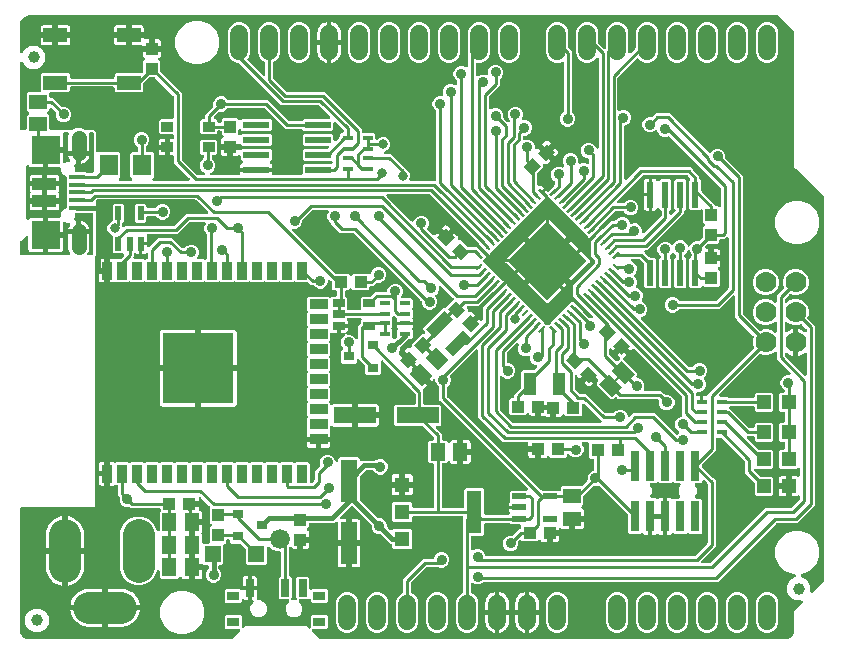
<source format=gbr>
G04 EAGLE Gerber RS-274X export*
G75*
%MOMM*%
%FSLAX34Y34*%
%LPD*%
%INTop Copper*%
%IPPOS*%
%AMOC8*
5,1,8,0,0,1.08239X$1,22.5*%
G01*
%ADD10C,1.778000*%
%ADD11C,1.500000*%
%ADD12R,1.240000X1.500000*%
%ADD13R,1.400000X3.556000*%
%ADD14R,3.556000X1.400000*%
%ADD15R,1.200000X1.200000*%
%ADD16R,1.400000X1.400000*%
%ADD17C,1.000000*%
%ADD18R,1.500000X1.240000*%
%ADD19R,1.200000X0.550000*%
%ADD20R,1.300000X1.300000*%
%ADD21R,1.300000X3.600000*%
%ADD22R,1.000000X1.075000*%
%ADD23R,0.889000X0.787400*%
%ADD24R,2.413000X2.413000*%
%ADD25C,1.308000*%
%ADD26R,1.350000X0.400000*%
%ADD27R,2.000000X1.000000*%
%ADD28R,1.600000X1.803000*%
%ADD29R,2.000000X1.200000*%
%ADD30C,1.676400*%
%ADD31R,1.075000X1.000000*%
%ADD32R,0.990000X0.690000*%
%ADD33R,0.900000X0.450000*%
%ADD34R,0.760000X2.600000*%
%ADD35R,0.600000X2.200000*%
%ADD36R,1.000000X0.850000*%
%ADD37R,0.700000X0.220000*%
%ADD38R,4.700000X4.700000*%
%ADD39R,1.016000X2.200000*%
%ADD40R,1.100000X1.900000*%
%ADD41R,1.168400X1.600200*%
%ADD42R,0.635000X0.203200*%
%ADD43C,2.700000*%
%ADD44R,1.000000X0.800000*%
%ADD45R,0.700000X1.500000*%
%ADD46R,0.900000X1.500000*%
%ADD47R,1.500000X0.900000*%
%ADD48R,6.000000X6.000000*%
%ADD49R,0.550000X1.200000*%
%ADD50R,2.209800X0.609600*%
%ADD51C,0.254000*%
%ADD52C,0.906400*%
%ADD53C,0.406400*%
%ADD54C,0.304800*%
%ADD55C,0.800100*%

G36*
X181400Y2553D02*
X181400Y2553D01*
X181499Y2556D01*
X181557Y2573D01*
X181617Y2581D01*
X181709Y2617D01*
X181805Y2645D01*
X181857Y2675D01*
X181913Y2698D01*
X181993Y2756D01*
X182078Y2806D01*
X182154Y2872D01*
X182170Y2884D01*
X182178Y2894D01*
X182199Y2912D01*
X188535Y9249D01*
X188621Y9358D01*
X188709Y9465D01*
X188718Y9484D01*
X188730Y9500D01*
X188786Y9628D01*
X188845Y9753D01*
X188849Y9773D01*
X188857Y9792D01*
X188879Y9930D01*
X188905Y10066D01*
X188903Y10086D01*
X188907Y10106D01*
X188893Y10245D01*
X188885Y10383D01*
X188879Y10402D01*
X188877Y10422D01*
X188830Y10554D01*
X188787Y10685D01*
X188776Y10703D01*
X188769Y10722D01*
X188691Y10837D01*
X188617Y10954D01*
X188602Y10968D01*
X188591Y10985D01*
X188486Y11077D01*
X188385Y11172D01*
X188367Y11182D01*
X188352Y11195D01*
X188228Y11259D01*
X188107Y11326D01*
X188087Y11331D01*
X188069Y11340D01*
X187933Y11370D01*
X187799Y11405D01*
X187771Y11407D01*
X187759Y11410D01*
X187738Y11409D01*
X187638Y11415D01*
X177114Y11415D01*
X175923Y12606D01*
X175923Y22290D01*
X177114Y23481D01*
X188798Y23481D01*
X189989Y22290D01*
X189989Y13766D01*
X190006Y13628D01*
X190019Y13490D01*
X190026Y13471D01*
X190029Y13451D01*
X190080Y13321D01*
X190127Y13190D01*
X190138Y13174D01*
X190146Y13155D01*
X190227Y13043D01*
X190305Y12927D01*
X190321Y12914D01*
X190332Y12898D01*
X190440Y12809D01*
X190544Y12717D01*
X190562Y12708D01*
X190577Y12695D01*
X190703Y12635D01*
X190827Y12572D01*
X190847Y12568D01*
X190865Y12559D01*
X191002Y12533D01*
X191137Y12503D01*
X191158Y12503D01*
X191177Y12499D01*
X191316Y12508D01*
X191455Y12512D01*
X191475Y12518D01*
X191495Y12519D01*
X191627Y12562D01*
X191761Y12601D01*
X191778Y12611D01*
X191797Y12617D01*
X191915Y12692D01*
X192035Y12762D01*
X192056Y12781D01*
X192066Y12787D01*
X192080Y12802D01*
X192155Y12869D01*
X193258Y13971D01*
X244892Y13971D01*
X246749Y12114D01*
X246753Y12110D01*
X246865Y12023D01*
X246973Y11933D01*
X246990Y11925D01*
X247004Y11914D01*
X247134Y11857D01*
X247261Y11797D01*
X247279Y11794D01*
X247295Y11787D01*
X247435Y11764D01*
X247574Y11737D01*
X247591Y11739D01*
X247609Y11736D01*
X247750Y11748D01*
X247891Y11757D01*
X247908Y11763D01*
X247926Y11764D01*
X248059Y11812D01*
X248193Y11855D01*
X248208Y11865D01*
X248225Y11871D01*
X248343Y11950D01*
X248462Y12025D01*
X248474Y12038D01*
X248489Y12048D01*
X248583Y12154D01*
X248680Y12257D01*
X248689Y12273D01*
X248700Y12286D01*
X248765Y12412D01*
X248834Y12535D01*
X248838Y12553D01*
X248846Y12569D01*
X248878Y12707D01*
X248913Y12843D01*
X248915Y12868D01*
X248917Y12879D01*
X248917Y12898D01*
X248923Y13004D01*
X248923Y22290D01*
X250114Y23481D01*
X261798Y23481D01*
X262989Y22290D01*
X262989Y12606D01*
X261798Y11415D01*
X250512Y11415D01*
X250375Y11398D01*
X250236Y11385D01*
X250217Y11378D01*
X250197Y11375D01*
X250068Y11324D01*
X249936Y11277D01*
X249920Y11266D01*
X249901Y11258D01*
X249788Y11177D01*
X249673Y11099D01*
X249660Y11083D01*
X249644Y11072D01*
X249555Y10964D01*
X249463Y10860D01*
X249454Y10842D01*
X249441Y10827D01*
X249381Y10701D01*
X249318Y10577D01*
X249314Y10557D01*
X249305Y10539D01*
X249279Y10403D01*
X249249Y10267D01*
X249249Y10246D01*
X249245Y10227D01*
X249254Y10088D01*
X249258Y9949D01*
X249264Y9929D01*
X249265Y9909D01*
X249308Y9777D01*
X249347Y9643D01*
X249357Y9626D01*
X249363Y9607D01*
X249438Y9489D01*
X249508Y9369D01*
X249527Y9348D01*
X249533Y9338D01*
X249548Y9324D01*
X249615Y9249D01*
X255951Y2912D01*
X256029Y2852D01*
X256101Y2784D01*
X256154Y2755D01*
X256202Y2718D01*
X256293Y2678D01*
X256380Y2630D01*
X256438Y2615D01*
X256494Y2591D01*
X256592Y2576D01*
X256687Y2551D01*
X256788Y2545D01*
X256808Y2541D01*
X256820Y2543D01*
X256848Y2541D01*
X650400Y2541D01*
X650420Y2543D01*
X650524Y2547D01*
X651732Y2666D01*
X651836Y2689D01*
X651941Y2704D01*
X652021Y2732D01*
X652042Y2736D01*
X652056Y2744D01*
X652093Y2756D01*
X654325Y3681D01*
X654333Y3685D01*
X654342Y3688D01*
X654472Y3764D01*
X654601Y3838D01*
X654608Y3845D01*
X654616Y3849D01*
X654736Y3956D01*
X656444Y5664D01*
X656450Y5671D01*
X656457Y5677D01*
X656547Y5796D01*
X656639Y5915D01*
X656643Y5923D01*
X656649Y5931D01*
X656719Y6075D01*
X657644Y8307D01*
X657672Y8409D01*
X657708Y8509D01*
X657722Y8592D01*
X657728Y8613D01*
X657728Y8629D01*
X657734Y8668D01*
X657853Y9876D01*
X657853Y9895D01*
X657859Y10000D01*
X657859Y26452D01*
X659719Y28312D01*
X664729Y33323D01*
X664815Y33432D01*
X664903Y33539D01*
X664912Y33558D01*
X664924Y33574D01*
X664980Y33702D01*
X665039Y33827D01*
X665043Y33847D01*
X665051Y33866D01*
X665073Y34004D01*
X665099Y34140D01*
X665097Y34160D01*
X665101Y34180D01*
X665087Y34319D01*
X665079Y34457D01*
X665073Y34476D01*
X665071Y34496D01*
X665024Y34628D01*
X664981Y34759D01*
X664970Y34777D01*
X664963Y34796D01*
X664885Y34911D01*
X664811Y35028D01*
X664796Y35042D01*
X664785Y35059D01*
X664680Y35151D01*
X664579Y35246D01*
X664561Y35256D01*
X664546Y35269D01*
X664422Y35333D01*
X664301Y35400D01*
X664281Y35405D01*
X664263Y35414D01*
X664127Y35444D01*
X663993Y35479D01*
X663965Y35481D01*
X663953Y35484D01*
X663932Y35483D01*
X663832Y35489D01*
X658910Y35489D01*
X654269Y38169D01*
X651589Y42810D01*
X651589Y48170D01*
X654269Y52811D01*
X658781Y55416D01*
X658897Y55504D01*
X659015Y55589D01*
X659023Y55600D01*
X659034Y55608D01*
X659124Y55722D01*
X659217Y55834D01*
X659223Y55847D01*
X659232Y55857D01*
X659291Y55991D01*
X659353Y56122D01*
X659355Y56135D01*
X659361Y56148D01*
X659385Y56292D01*
X659413Y56435D01*
X659412Y56448D01*
X659414Y56461D01*
X659402Y56607D01*
X659393Y56752D01*
X659389Y56765D01*
X659388Y56778D01*
X659340Y56916D01*
X659295Y57054D01*
X659288Y57066D01*
X659283Y57079D01*
X659203Y57200D01*
X659125Y57323D01*
X659115Y57332D01*
X659107Y57344D01*
X659000Y57441D01*
X658893Y57541D01*
X658881Y57548D01*
X658871Y57557D01*
X658742Y57624D01*
X658615Y57695D01*
X658602Y57698D01*
X658590Y57704D01*
X658448Y57738D01*
X658307Y57774D01*
X658288Y57775D01*
X658280Y57777D01*
X658263Y57777D01*
X658146Y57784D01*
X656737Y57784D01*
X649968Y60588D01*
X644788Y65768D01*
X641984Y72537D01*
X641984Y79863D01*
X644788Y86632D01*
X649968Y91812D01*
X656737Y94616D01*
X664063Y94616D01*
X670832Y91812D01*
X676012Y86632D01*
X678816Y79863D01*
X678816Y72537D01*
X676012Y65768D01*
X670832Y60588D01*
X664248Y57861D01*
X664199Y57833D01*
X664146Y57813D01*
X664062Y57755D01*
X663972Y57703D01*
X663931Y57664D01*
X663885Y57632D01*
X663818Y57554D01*
X663744Y57482D01*
X663714Y57434D01*
X663677Y57391D01*
X663631Y57299D01*
X663577Y57211D01*
X663561Y57157D01*
X663536Y57107D01*
X663514Y57006D01*
X663484Y56907D01*
X663481Y56851D01*
X663469Y56796D01*
X663473Y56692D01*
X663469Y56589D01*
X663480Y56534D01*
X663482Y56478D01*
X663512Y56379D01*
X663533Y56278D01*
X663558Y56227D01*
X663574Y56173D01*
X663627Y56085D01*
X663673Y55992D01*
X663709Y55949D01*
X663738Y55901D01*
X663812Y55829D01*
X663879Y55750D01*
X663925Y55718D01*
X663965Y55678D01*
X664099Y55589D01*
X668911Y52811D01*
X671591Y48170D01*
X671591Y43248D01*
X671608Y43110D01*
X671621Y42972D01*
X671628Y42953D01*
X671631Y42933D01*
X671682Y42804D01*
X671729Y42672D01*
X671740Y42656D01*
X671748Y42637D01*
X671829Y42525D01*
X671907Y42409D01*
X671923Y42396D01*
X671934Y42380D01*
X672042Y42291D01*
X672146Y42199D01*
X672164Y42190D01*
X672179Y42177D01*
X672305Y42117D01*
X672429Y42054D01*
X672449Y42050D01*
X672467Y42041D01*
X672603Y42015D01*
X672739Y41985D01*
X672760Y41985D01*
X672779Y41981D01*
X672918Y41990D01*
X673057Y41994D01*
X673077Y42000D01*
X673097Y42001D01*
X673229Y42044D01*
X673363Y42083D01*
X673380Y42093D01*
X673399Y42099D01*
X673517Y42174D01*
X673637Y42244D01*
X673658Y42263D01*
X673668Y42269D01*
X673682Y42284D01*
X673757Y42351D01*
X682888Y51481D01*
X682948Y51559D01*
X683016Y51631D01*
X683045Y51684D01*
X683082Y51732D01*
X683122Y51823D01*
X683170Y51910D01*
X683185Y51968D01*
X683209Y52024D01*
X683224Y52122D01*
X683249Y52217D01*
X683255Y52318D01*
X683259Y52338D01*
X683257Y52350D01*
X683259Y52378D01*
X683259Y376882D01*
X683247Y376980D01*
X683244Y377079D01*
X683227Y377137D01*
X683219Y377197D01*
X683183Y377289D01*
X683155Y377385D01*
X683125Y377437D01*
X683102Y377493D01*
X683044Y377573D01*
X682994Y377659D01*
X682928Y377734D01*
X682916Y377750D01*
X682906Y377758D01*
X682888Y377779D01*
X659719Y400948D01*
X657859Y402808D01*
X657859Y516582D01*
X657847Y516680D01*
X657844Y516779D01*
X657832Y516820D01*
X657832Y516824D01*
X657827Y516840D01*
X657819Y516897D01*
X657783Y516989D01*
X657755Y517085D01*
X657737Y517115D01*
X657734Y517126D01*
X657720Y517148D01*
X657702Y517193D01*
X657644Y517273D01*
X657594Y517359D01*
X657569Y517387D01*
X657564Y517395D01*
X657552Y517406D01*
X657528Y517434D01*
X657516Y517450D01*
X657506Y517458D01*
X657488Y517479D01*
X644479Y530488D01*
X644401Y530548D01*
X644329Y530616D01*
X644276Y530645D01*
X644228Y530682D01*
X644137Y530722D01*
X644050Y530770D01*
X643992Y530785D01*
X643936Y530809D01*
X643838Y530824D01*
X643743Y530849D01*
X643643Y530855D01*
X643622Y530859D01*
X643610Y530857D01*
X643582Y530859D01*
X10000Y530859D01*
X9980Y530857D01*
X9876Y530853D01*
X8668Y530734D01*
X8564Y530711D01*
X8459Y530696D01*
X8379Y530668D01*
X8358Y530664D01*
X8344Y530656D01*
X8307Y530644D01*
X6075Y529719D01*
X6067Y529715D01*
X6058Y529712D01*
X5928Y529636D01*
X5799Y529562D01*
X5792Y529555D01*
X5784Y529551D01*
X5664Y529444D01*
X3956Y527736D01*
X3950Y527729D01*
X3943Y527723D01*
X3865Y527620D01*
X3782Y527520D01*
X3773Y527501D01*
X3761Y527485D01*
X3757Y527477D01*
X3751Y527469D01*
X3681Y527325D01*
X2756Y525093D01*
X2728Y524991D01*
X2692Y524891D01*
X2678Y524808D01*
X2672Y524787D01*
X2672Y524771D01*
X2666Y524732D01*
X2547Y523525D01*
X2547Y523505D01*
X2541Y523400D01*
X2541Y500242D01*
X2559Y500097D01*
X2574Y499953D01*
X2579Y499940D01*
X2581Y499927D01*
X2634Y499791D01*
X2685Y499655D01*
X2693Y499644D01*
X2698Y499631D01*
X2783Y499513D01*
X2866Y499393D01*
X2876Y499385D01*
X2884Y499374D01*
X2997Y499281D01*
X3107Y499186D01*
X3119Y499179D01*
X3129Y499171D01*
X3261Y499109D01*
X3392Y499044D01*
X3405Y499041D01*
X3417Y499035D01*
X3559Y499008D01*
X3703Y498978D01*
X3716Y498978D01*
X3729Y498976D01*
X3874Y498985D01*
X4020Y498991D01*
X4033Y498994D01*
X4047Y498995D01*
X4185Y499040D01*
X4325Y499082D01*
X4337Y499089D01*
X4349Y499093D01*
X4472Y499171D01*
X4597Y499247D01*
X4607Y499256D01*
X4618Y499264D01*
X4718Y499370D01*
X4820Y499474D01*
X4830Y499489D01*
X4836Y499495D01*
X4844Y499510D01*
X4909Y499608D01*
X6649Y502621D01*
X11290Y505301D01*
X16650Y505301D01*
X21291Y502621D01*
X23971Y497980D01*
X23971Y492620D01*
X21291Y487979D01*
X16650Y485299D01*
X11290Y485299D01*
X6649Y487979D01*
X4909Y490992D01*
X4821Y491109D01*
X4736Y491226D01*
X4725Y491235D01*
X4717Y491246D01*
X4603Y491336D01*
X4491Y491429D01*
X4478Y491435D01*
X4468Y491443D01*
X4334Y491503D01*
X4203Y491565D01*
X4190Y491567D01*
X4177Y491573D01*
X4033Y491597D01*
X3890Y491624D01*
X3877Y491624D01*
X3864Y491626D01*
X3718Y491614D01*
X3573Y491605D01*
X3560Y491601D01*
X3547Y491599D01*
X3409Y491551D01*
X3271Y491507D01*
X3259Y491499D01*
X3246Y491495D01*
X3125Y491414D01*
X3002Y491336D01*
X2993Y491327D01*
X2981Y491319D01*
X2884Y491211D01*
X2784Y491105D01*
X2777Y491093D01*
X2768Y491083D01*
X2701Y490954D01*
X2630Y490826D01*
X2627Y490813D01*
X2621Y490801D01*
X2587Y490659D01*
X2551Y490518D01*
X2550Y490500D01*
X2548Y490492D01*
X2548Y490475D01*
X2541Y490358D01*
X2541Y435102D01*
X2556Y434984D01*
X2563Y434865D01*
X2576Y434827D01*
X2581Y434786D01*
X2624Y434676D01*
X2661Y434563D01*
X2683Y434528D01*
X2698Y434491D01*
X2767Y434395D01*
X2831Y434294D01*
X2861Y434266D01*
X2884Y434233D01*
X2976Y434157D01*
X3063Y434076D01*
X3098Y434056D01*
X3129Y434031D01*
X3237Y433980D01*
X3341Y433922D01*
X3381Y433912D01*
X3417Y433895D01*
X3534Y433873D01*
X3649Y433843D01*
X3709Y433839D01*
X3729Y433835D01*
X3750Y433837D01*
X3810Y433833D01*
X6978Y433833D01*
X7096Y433848D01*
X7215Y433855D01*
X7253Y433868D01*
X7294Y433873D01*
X7404Y433916D01*
X7517Y433953D01*
X7552Y433975D01*
X7589Y433990D01*
X7685Y434059D01*
X7786Y434123D01*
X7814Y434153D01*
X7847Y434176D01*
X7923Y434268D01*
X8004Y434355D01*
X8024Y434390D01*
X8049Y434421D01*
X8100Y434529D01*
X8158Y434633D01*
X8168Y434673D01*
X8185Y434709D01*
X8207Y434826D01*
X8237Y434941D01*
X8241Y435001D01*
X8245Y435021D01*
X8243Y435042D01*
X8247Y435102D01*
X8247Y445852D01*
X9808Y447413D01*
X9881Y447507D01*
X9960Y447596D01*
X9978Y447632D01*
X10003Y447664D01*
X10050Y447773D01*
X10104Y447879D01*
X10113Y447918D01*
X10129Y447956D01*
X10148Y448073D01*
X10174Y448189D01*
X10173Y448230D01*
X10179Y448270D01*
X10168Y448388D01*
X10164Y448507D01*
X10153Y448546D01*
X10149Y448586D01*
X10109Y448698D01*
X10076Y448813D01*
X10055Y448848D01*
X10042Y448886D01*
X9975Y448984D01*
X9914Y449087D01*
X9874Y449132D01*
X9863Y449149D01*
X9848Y449162D01*
X9808Y449208D01*
X8247Y450768D01*
X8247Y464852D01*
X9438Y466043D01*
X19198Y466043D01*
X19316Y466058D01*
X19435Y466065D01*
X19473Y466078D01*
X19514Y466083D01*
X19624Y466126D01*
X19737Y466163D01*
X19772Y466185D01*
X19809Y466200D01*
X19905Y466269D01*
X20006Y466333D01*
X20034Y466363D01*
X20067Y466386D01*
X20143Y466478D01*
X20224Y466565D01*
X20244Y466600D01*
X20269Y466631D01*
X20320Y466739D01*
X20378Y466843D01*
X20388Y466883D01*
X20405Y466919D01*
X20427Y467036D01*
X20457Y467151D01*
X20461Y467211D01*
X20465Y467231D01*
X20463Y467252D01*
X20467Y467312D01*
X20467Y480872D01*
X21658Y482063D01*
X43342Y482063D01*
X44533Y480872D01*
X44533Y478602D01*
X44548Y478484D01*
X44555Y478365D01*
X44568Y478327D01*
X44573Y478286D01*
X44616Y478176D01*
X44653Y478063D01*
X44675Y478028D01*
X44690Y477991D01*
X44759Y477895D01*
X44823Y477794D01*
X44853Y477766D01*
X44876Y477733D01*
X44968Y477657D01*
X45055Y477576D01*
X45090Y477556D01*
X45121Y477531D01*
X45229Y477480D01*
X45333Y477422D01*
X45373Y477412D01*
X45409Y477395D01*
X45526Y477373D01*
X45641Y477343D01*
X45701Y477339D01*
X45721Y477335D01*
X45742Y477337D01*
X45802Y477333D01*
X81198Y477333D01*
X81316Y477348D01*
X81435Y477355D01*
X81473Y477368D01*
X81514Y477373D01*
X81624Y477416D01*
X81737Y477453D01*
X81772Y477475D01*
X81809Y477490D01*
X81905Y477559D01*
X82006Y477623D01*
X82034Y477653D01*
X82067Y477676D01*
X82143Y477768D01*
X82224Y477855D01*
X82244Y477890D01*
X82269Y477921D01*
X82320Y478029D01*
X82378Y478133D01*
X82388Y478173D01*
X82405Y478209D01*
X82427Y478326D01*
X82457Y478441D01*
X82461Y478501D01*
X82465Y478521D01*
X82463Y478542D01*
X82467Y478602D01*
X82467Y480872D01*
X83658Y482063D01*
X105128Y482063D01*
X105226Y482075D01*
X105325Y482078D01*
X105384Y482095D01*
X105444Y482103D01*
X105536Y482139D01*
X105631Y482167D01*
X105683Y482197D01*
X105739Y482220D01*
X105819Y482278D01*
X105905Y482328D01*
X105980Y482394D01*
X105997Y482406D01*
X106005Y482416D01*
X106026Y482434D01*
X106642Y483050D01*
X106702Y483129D01*
X106770Y483201D01*
X106799Y483254D01*
X106836Y483302D01*
X106876Y483393D01*
X106924Y483479D01*
X106939Y483538D01*
X106963Y483593D01*
X106978Y483691D01*
X107003Y483787D01*
X107009Y483887D01*
X107013Y483908D01*
X107011Y483920D01*
X107013Y483948D01*
X107013Y492001D01*
X108156Y493144D01*
X108233Y493243D01*
X108316Y493338D01*
X108331Y493369D01*
X108351Y493395D01*
X108401Y493511D01*
X108457Y493623D01*
X108464Y493656D01*
X108478Y493687D01*
X108497Y493811D01*
X108524Y493934D01*
X108522Y493968D01*
X108527Y494001D01*
X108516Y494127D01*
X108510Y494252D01*
X108501Y494284D01*
X108498Y494318D01*
X108455Y494436D01*
X108419Y494557D01*
X108401Y494585D01*
X108390Y494617D01*
X108319Y494721D01*
X108254Y494829D01*
X108230Y494852D01*
X108211Y494880D01*
X108117Y494964D01*
X108027Y495052D01*
X107987Y495078D01*
X107973Y495091D01*
X107954Y495101D01*
X107893Y495141D01*
X107486Y495376D01*
X107013Y495849D01*
X106678Y496428D01*
X106505Y497075D01*
X106505Y500285D01*
X112816Y500285D01*
X112934Y500300D01*
X113053Y500307D01*
X113091Y500319D01*
X113131Y500325D01*
X113242Y500368D01*
X113355Y500405D01*
X113389Y500427D01*
X113427Y500442D01*
X113523Y500511D01*
X113624Y500575D01*
X113652Y500605D01*
X113684Y500628D01*
X113760Y500720D01*
X113842Y500807D01*
X113861Y500842D01*
X113887Y500873D01*
X113938Y500981D01*
X113995Y501085D01*
X114005Y501125D01*
X114023Y501161D01*
X114043Y501268D01*
X114047Y501238D01*
X114091Y501128D01*
X114127Y501015D01*
X114149Y500980D01*
X114164Y500943D01*
X114234Y500846D01*
X114297Y500746D01*
X114327Y500718D01*
X114351Y500685D01*
X114442Y500609D01*
X114529Y500528D01*
X114564Y500508D01*
X114596Y500483D01*
X114703Y500432D01*
X114808Y500374D01*
X114847Y500364D01*
X114883Y500347D01*
X115000Y500325D01*
X115116Y500295D01*
X115176Y500291D01*
X115196Y500287D01*
X115216Y500289D01*
X115276Y500285D01*
X121587Y500285D01*
X121587Y497075D01*
X121414Y496428D01*
X121079Y495849D01*
X120606Y495376D01*
X120199Y495141D01*
X120099Y495065D01*
X119994Y494994D01*
X119972Y494969D01*
X119945Y494948D01*
X119867Y494850D01*
X119784Y494756D01*
X119769Y494726D01*
X119748Y494699D01*
X119697Y494584D01*
X119639Y494472D01*
X119632Y494440D01*
X119618Y494409D01*
X119597Y494285D01*
X119570Y494162D01*
X119571Y494128D01*
X119565Y494095D01*
X119576Y493970D01*
X119579Y493844D01*
X119589Y493812D01*
X119592Y493778D01*
X119633Y493660D01*
X119668Y493539D01*
X119685Y493510D01*
X119696Y493478D01*
X119766Y493373D01*
X119829Y493265D01*
X119862Y493228D01*
X119872Y493213D01*
X119888Y493198D01*
X119936Y493144D01*
X121079Y492001D01*
X121079Y483948D01*
X121091Y483850D01*
X121094Y483751D01*
X121111Y483692D01*
X121119Y483632D01*
X121155Y483540D01*
X121183Y483445D01*
X121213Y483393D01*
X121236Y483337D01*
X121294Y483257D01*
X121344Y483171D01*
X121410Y483096D01*
X121422Y483079D01*
X121432Y483071D01*
X121450Y483050D01*
X139193Y465308D01*
X139193Y409564D01*
X139205Y409465D01*
X139208Y409367D01*
X139225Y409308D01*
X139233Y409248D01*
X139269Y409156D01*
X139297Y409061D01*
X139327Y409009D01*
X139350Y408953D01*
X139408Y408873D01*
X139458Y408787D01*
X139524Y408712D01*
X139536Y408695D01*
X139546Y408687D01*
X139564Y408666D01*
X152484Y395746D01*
X152563Y395686D01*
X152635Y395618D01*
X152688Y395589D01*
X152736Y395552D01*
X152827Y395512D01*
X152913Y395464D01*
X152972Y395449D01*
X153027Y395425D01*
X153125Y395410D01*
X153221Y395385D01*
X153321Y395379D01*
X153342Y395375D01*
X153354Y395377D01*
X153382Y395375D01*
X158240Y395375D01*
X158309Y395383D01*
X158379Y395382D01*
X158466Y395403D01*
X158555Y395415D01*
X158620Y395440D01*
X158688Y395457D01*
X158768Y395499D01*
X158851Y395532D01*
X158907Y395573D01*
X158969Y395605D01*
X159036Y395666D01*
X159108Y395718D01*
X159153Y395772D01*
X159205Y395819D01*
X159254Y395894D01*
X159311Y395963D01*
X159341Y396027D01*
X159379Y396085D01*
X159408Y396170D01*
X159447Y396251D01*
X159460Y396320D01*
X159483Y396386D01*
X159490Y396475D01*
X159507Y396563D01*
X159502Y396633D01*
X159508Y396703D01*
X159492Y396791D01*
X159487Y396881D01*
X159465Y396947D01*
X159453Y397016D01*
X159416Y397098D01*
X159389Y397183D01*
X159351Y397242D01*
X159323Y397306D01*
X159267Y397376D01*
X159219Y397452D01*
X159168Y397500D01*
X159124Y397554D01*
X159052Y397609D01*
X158987Y397670D01*
X158926Y397704D01*
X158870Y397746D01*
X158726Y397817D01*
X157571Y398295D01*
X155725Y400141D01*
X154725Y402554D01*
X154725Y405166D01*
X155725Y407579D01*
X157616Y409469D01*
X157676Y409548D01*
X157744Y409620D01*
X157773Y409673D01*
X157810Y409721D01*
X157850Y409812D01*
X157898Y409898D01*
X157913Y409957D01*
X157937Y410013D01*
X157952Y410111D01*
X157977Y410206D01*
X157983Y410306D01*
X157987Y410327D01*
X157985Y410339D01*
X157987Y410367D01*
X157987Y411688D01*
X157972Y411806D01*
X157965Y411925D01*
X157952Y411963D01*
X157947Y412004D01*
X157904Y412114D01*
X157867Y412227D01*
X157845Y412262D01*
X157830Y412299D01*
X157761Y412395D01*
X157697Y412496D01*
X157667Y412524D01*
X157644Y412557D01*
X157552Y412633D01*
X157465Y412714D01*
X157430Y412734D01*
X157399Y412759D01*
X157291Y412810D01*
X157187Y412868D01*
X157147Y412878D01*
X157111Y412895D01*
X156994Y412917D01*
X156879Y412947D01*
X156819Y412951D01*
X156799Y412955D01*
X156778Y412953D01*
X156718Y412957D01*
X156438Y412957D01*
X155247Y414148D01*
X155247Y424332D01*
X156438Y425523D01*
X168122Y425523D01*
X169313Y424332D01*
X169313Y414148D01*
X168122Y412957D01*
X165862Y412957D01*
X165744Y412942D01*
X165625Y412935D01*
X165587Y412922D01*
X165546Y412917D01*
X165436Y412874D01*
X165323Y412837D01*
X165288Y412815D01*
X165251Y412800D01*
X165155Y412731D01*
X165054Y412667D01*
X165026Y412637D01*
X164993Y412614D01*
X164917Y412522D01*
X164836Y412435D01*
X164816Y412400D01*
X164791Y412369D01*
X164740Y412261D01*
X164682Y412157D01*
X164672Y412117D01*
X164655Y412081D01*
X164633Y411964D01*
X164603Y411849D01*
X164599Y411789D01*
X164595Y411769D01*
X164597Y411748D01*
X164593Y411688D01*
X164593Y410367D01*
X164605Y410269D01*
X164608Y410170D01*
X164625Y410112D01*
X164633Y410051D01*
X164669Y409959D01*
X164697Y409864D01*
X164727Y409812D01*
X164750Y409756D01*
X164808Y409676D01*
X164858Y409590D01*
X164924Y409515D01*
X164936Y409498D01*
X164946Y409491D01*
X164964Y409469D01*
X166855Y407579D01*
X167855Y405166D01*
X167855Y402554D01*
X166855Y400141D01*
X165009Y398295D01*
X163854Y397817D01*
X163794Y397782D01*
X163729Y397756D01*
X163656Y397704D01*
X163578Y397659D01*
X163528Y397611D01*
X163472Y397570D01*
X163414Y397500D01*
X163350Y397438D01*
X163313Y397378D01*
X163269Y397325D01*
X163230Y397243D01*
X163184Y397167D01*
X163163Y397100D01*
X163133Y397037D01*
X163116Y396949D01*
X163090Y396863D01*
X163087Y396793D01*
X163073Y396724D01*
X163079Y396635D01*
X163075Y396545D01*
X163089Y396477D01*
X163093Y396407D01*
X163121Y396322D01*
X163139Y396234D01*
X163170Y396171D01*
X163191Y396105D01*
X163239Y396029D01*
X163279Y395948D01*
X163324Y395895D01*
X163361Y395836D01*
X163427Y395774D01*
X163485Y395706D01*
X163542Y395666D01*
X163593Y395618D01*
X163672Y395575D01*
X163745Y395523D01*
X163810Y395498D01*
X163872Y395464D01*
X163958Y395442D01*
X164043Y395410D01*
X164112Y395402D01*
X164179Y395385D01*
X164340Y395375D01*
X187579Y395375D01*
X187697Y395390D01*
X187816Y395397D01*
X187854Y395410D01*
X187895Y395415D01*
X188005Y395458D01*
X188118Y395495D01*
X188153Y395517D01*
X188190Y395532D01*
X188286Y395601D01*
X188387Y395665D01*
X188415Y395695D01*
X188448Y395718D01*
X188524Y395810D01*
X188605Y395897D01*
X188625Y395932D01*
X188650Y395963D01*
X188701Y396071D01*
X188759Y396175D01*
X188769Y396215D01*
X188786Y396251D01*
X188808Y396368D01*
X188838Y396483D01*
X188842Y396543D01*
X188846Y396563D01*
X188844Y396584D01*
X188848Y396644D01*
X188848Y398527D01*
X202184Y398527D01*
X202302Y398542D01*
X202421Y398549D01*
X202449Y398558D01*
X202532Y398537D01*
X202592Y398533D01*
X202612Y398529D01*
X202632Y398531D01*
X202692Y398527D01*
X216028Y398527D01*
X216028Y396644D01*
X216043Y396526D01*
X216050Y396407D01*
X216063Y396369D01*
X216068Y396328D01*
X216111Y396218D01*
X216148Y396105D01*
X216170Y396070D01*
X216185Y396033D01*
X216254Y395937D01*
X216318Y395836D01*
X216348Y395808D01*
X216371Y395775D01*
X216463Y395699D01*
X216550Y395618D01*
X216585Y395598D01*
X216616Y395573D01*
X216724Y395522D01*
X216828Y395464D01*
X216868Y395454D01*
X216904Y395437D01*
X217021Y395415D01*
X217136Y395385D01*
X217196Y395381D01*
X217216Y395377D01*
X217237Y395379D01*
X217297Y395375D01*
X240411Y395375D01*
X240529Y395390D01*
X240648Y395397D01*
X240686Y395410D01*
X240727Y395415D01*
X240837Y395458D01*
X240950Y395495D01*
X240985Y395517D01*
X241022Y395532D01*
X241118Y395601D01*
X241219Y395665D01*
X241247Y395695D01*
X241280Y395718D01*
X241356Y395810D01*
X241437Y395897D01*
X241457Y395932D01*
X241482Y395963D01*
X241533Y396071D01*
X241591Y396175D01*
X241601Y396215D01*
X241618Y396251D01*
X241640Y396368D01*
X241670Y396483D01*
X241674Y396543D01*
X241678Y396563D01*
X241676Y396584D01*
X241680Y396644D01*
X241680Y403940D01*
X242871Y405131D01*
X265938Y405131D01*
X266056Y405146D01*
X266175Y405153D01*
X266213Y405166D01*
X266254Y405171D01*
X266364Y405214D01*
X266477Y405251D01*
X266512Y405273D01*
X266549Y405288D01*
X266645Y405357D01*
X266746Y405421D01*
X266774Y405451D01*
X266807Y405474D01*
X266883Y405566D01*
X266964Y405653D01*
X266984Y405688D01*
X267009Y405719D01*
X267060Y405827D01*
X267118Y405931D01*
X267128Y405971D01*
X267145Y406007D01*
X267167Y406124D01*
X267197Y406239D01*
X267201Y406300D01*
X267205Y406320D01*
X267203Y406340D01*
X267207Y406400D01*
X267192Y406518D01*
X267185Y406637D01*
X267172Y406675D01*
X267167Y406716D01*
X267124Y406826D01*
X267087Y406939D01*
X267065Y406974D01*
X267050Y407011D01*
X266981Y407107D01*
X266917Y407208D01*
X266887Y407236D01*
X266864Y407269D01*
X266772Y407345D01*
X266685Y407426D01*
X266650Y407446D01*
X266619Y407471D01*
X266511Y407522D01*
X266407Y407580D01*
X266367Y407590D01*
X266331Y407607D01*
X266214Y407629D01*
X266099Y407659D01*
X266039Y407663D01*
X266019Y407667D01*
X265998Y407665D01*
X265938Y407669D01*
X242871Y407669D01*
X241680Y408860D01*
X241680Y416640D01*
X242871Y417831D01*
X262774Y417831D01*
X262872Y417843D01*
X262971Y417846D01*
X263030Y417863D01*
X263090Y417871D01*
X263182Y417907D01*
X263277Y417935D01*
X263329Y417965D01*
X263385Y417988D01*
X263465Y418046D01*
X263551Y418096D01*
X263626Y418162D01*
X263643Y418174D01*
X263651Y418184D01*
X263672Y418202D01*
X263672Y418203D01*
X263757Y418312D01*
X263846Y418419D01*
X263854Y418438D01*
X263867Y418454D01*
X263922Y418582D01*
X263981Y418707D01*
X263985Y418727D01*
X263993Y418746D01*
X264015Y418884D01*
X264041Y419020D01*
X264040Y419040D01*
X264043Y419060D01*
X264030Y419198D01*
X264021Y419337D01*
X264015Y419356D01*
X264013Y419376D01*
X263966Y419507D01*
X263923Y419639D01*
X263912Y419657D01*
X263905Y419676D01*
X263827Y419791D01*
X263753Y419908D01*
X263738Y419922D01*
X263727Y419939D01*
X263623Y420031D01*
X263521Y420126D01*
X263504Y420136D01*
X263488Y420149D01*
X263365Y420212D01*
X263243Y420280D01*
X263223Y420285D01*
X263205Y420294D01*
X263069Y420324D01*
X262935Y420359D01*
X262907Y420361D01*
X262895Y420364D01*
X262874Y420363D01*
X262774Y420369D01*
X242871Y420369D01*
X241680Y421560D01*
X241680Y429340D01*
X242871Y430531D01*
X266653Y430531D01*
X267844Y429340D01*
X267844Y425439D01*
X267861Y425301D01*
X267874Y425162D01*
X267881Y425143D01*
X267884Y425123D01*
X267935Y424994D01*
X267982Y424863D01*
X267993Y424846D01*
X268001Y424828D01*
X268082Y424715D01*
X268160Y424600D01*
X268176Y424587D01*
X268187Y424570D01*
X268295Y424481D01*
X268399Y424389D01*
X268417Y424380D01*
X268432Y424367D01*
X268558Y424308D01*
X268682Y424245D01*
X268702Y424240D01*
X268720Y424232D01*
X268856Y424206D01*
X268992Y424175D01*
X269013Y424176D01*
X269032Y424172D01*
X269171Y424181D01*
X269310Y424185D01*
X269330Y424191D01*
X269350Y424192D01*
X269482Y424235D01*
X269616Y424273D01*
X269633Y424284D01*
X269652Y424290D01*
X269770Y424364D01*
X269890Y424435D01*
X269911Y424453D01*
X269921Y424460D01*
X269935Y424475D01*
X270010Y424541D01*
X272886Y427416D01*
X272946Y427495D01*
X273014Y427567D01*
X273043Y427620D01*
X273080Y427668D01*
X273120Y427759D01*
X273168Y427845D01*
X273183Y427904D01*
X273207Y427959D01*
X273222Y428057D01*
X273247Y428153D01*
X273253Y428253D01*
X273257Y428273D01*
X273255Y428286D01*
X273257Y428314D01*
X273257Y430112D01*
X274448Y431303D01*
X275218Y431303D01*
X275336Y431318D01*
X275455Y431325D01*
X275493Y431338D01*
X275534Y431343D01*
X275644Y431386D01*
X275757Y431423D01*
X275792Y431445D01*
X275829Y431460D01*
X275925Y431529D01*
X276026Y431593D01*
X276054Y431623D01*
X276087Y431646D01*
X276163Y431738D01*
X276244Y431825D01*
X276264Y431860D01*
X276289Y431891D01*
X276340Y431999D01*
X276398Y432103D01*
X276408Y432143D01*
X276425Y432179D01*
X276447Y432296D01*
X276477Y432411D01*
X276481Y432471D01*
X276485Y432491D01*
X276483Y432512D01*
X276487Y432572D01*
X276487Y433326D01*
X276475Y433424D01*
X276472Y433523D01*
X276455Y433582D01*
X276447Y433642D01*
X276411Y433734D01*
X276383Y433829D01*
X276353Y433881D01*
X276330Y433937D01*
X276272Y434017D01*
X276222Y434103D01*
X276156Y434178D01*
X276144Y434195D01*
X276134Y434203D01*
X276116Y434224D01*
X270010Y440329D01*
X269901Y440414D01*
X269794Y440503D01*
X269775Y440511D01*
X269759Y440524D01*
X269631Y440579D01*
X269506Y440638D01*
X269486Y440642D01*
X269467Y440650D01*
X269329Y440672D01*
X269193Y440698D01*
X269173Y440697D01*
X269153Y440700D01*
X269014Y440687D01*
X268876Y440678D01*
X268857Y440672D01*
X268837Y440670D01*
X268705Y440623D01*
X268574Y440580D01*
X268556Y440569D01*
X268537Y440562D01*
X268422Y440484D01*
X268305Y440410D01*
X268291Y440395D01*
X268274Y440384D01*
X268182Y440280D01*
X268087Y440178D01*
X268077Y440161D01*
X268064Y440145D01*
X268000Y440021D01*
X267933Y439900D01*
X267928Y439880D01*
X267919Y439862D01*
X267889Y439726D01*
X267854Y439592D01*
X267852Y439564D01*
X267849Y439552D01*
X267850Y439531D01*
X267844Y439431D01*
X267844Y434260D01*
X266653Y433069D01*
X242871Y433069D01*
X241465Y434476D01*
X241386Y434536D01*
X241314Y434604D01*
X241261Y434633D01*
X241213Y434670D01*
X241123Y434710D01*
X241036Y434758D01*
X240977Y434773D01*
X240922Y434797D01*
X240824Y434812D01*
X240728Y434837D01*
X240628Y434843D01*
X240608Y434847D01*
X240595Y434845D01*
X240567Y434847D01*
X227232Y434847D01*
X209824Y452256D01*
X209745Y452316D01*
X209673Y452384D01*
X209620Y452413D01*
X209572Y452450D01*
X209481Y452490D01*
X209395Y452538D01*
X209336Y452553D01*
X209281Y452577D01*
X209183Y452592D01*
X209087Y452617D01*
X208987Y452623D01*
X208966Y452627D01*
X208954Y452625D01*
X208926Y452627D01*
X179227Y452627D01*
X179129Y452615D01*
X179030Y452612D01*
X178972Y452595D01*
X178911Y452587D01*
X178819Y452551D01*
X178724Y452523D01*
X178672Y452493D01*
X178616Y452470D01*
X178536Y452412D01*
X178450Y452362D01*
X178375Y452296D01*
X178358Y452284D01*
X178351Y452274D01*
X178329Y452256D01*
X176439Y450365D01*
X174026Y449365D01*
X171352Y449365D01*
X171254Y449353D01*
X171155Y449350D01*
X171096Y449333D01*
X171036Y449325D01*
X170944Y449289D01*
X170849Y449261D01*
X170797Y449231D01*
X170741Y449208D01*
X170661Y449150D01*
X170575Y449100D01*
X170500Y449034D01*
X170483Y449022D01*
X170475Y449012D01*
X170454Y448994D01*
X166650Y445189D01*
X166565Y445080D01*
X166476Y444973D01*
X166468Y444954D01*
X166455Y444938D01*
X166400Y444810D01*
X166341Y444685D01*
X166337Y444665D01*
X166329Y444646D01*
X166307Y444508D01*
X166281Y444372D01*
X166282Y444352D01*
X166279Y444332D01*
X166292Y444193D01*
X166301Y444055D01*
X166307Y444036D01*
X166309Y444016D01*
X166356Y443884D01*
X166399Y443753D01*
X166410Y443735D01*
X166417Y443716D01*
X166495Y443601D01*
X166569Y443484D01*
X166584Y443470D01*
X166595Y443453D01*
X166699Y443361D01*
X166801Y443266D01*
X166818Y443256D01*
X166834Y443243D01*
X166957Y443179D01*
X167079Y443112D01*
X167099Y443107D01*
X167117Y443098D01*
X167253Y443068D01*
X167387Y443033D01*
X167415Y443031D01*
X167427Y443028D01*
X167448Y443029D01*
X167548Y443023D01*
X168122Y443023D01*
X169313Y441832D01*
X169313Y441312D01*
X169328Y441194D01*
X169335Y441075D01*
X169348Y441037D01*
X169353Y440996D01*
X169396Y440886D01*
X169433Y440773D01*
X169455Y440738D01*
X169470Y440701D01*
X169539Y440605D01*
X169603Y440504D01*
X169633Y440476D01*
X169656Y440443D01*
X169748Y440367D01*
X169835Y440286D01*
X169870Y440266D01*
X169901Y440241D01*
X170009Y440190D01*
X170113Y440132D01*
X170153Y440122D01*
X170189Y440105D01*
X170306Y440083D01*
X170421Y440053D01*
X170481Y440049D01*
X170501Y440045D01*
X170522Y440047D01*
X170582Y440043D01*
X172038Y440043D01*
X172156Y440058D01*
X172275Y440065D01*
X172313Y440078D01*
X172354Y440083D01*
X172464Y440126D01*
X172577Y440163D01*
X172612Y440185D01*
X172649Y440200D01*
X172745Y440269D01*
X172846Y440333D01*
X172874Y440363D01*
X172907Y440386D01*
X172983Y440478D01*
X173064Y440565D01*
X173084Y440600D01*
X173109Y440631D01*
X173160Y440739D01*
X173218Y440843D01*
X173228Y440883D01*
X173245Y440919D01*
X173267Y441036D01*
X173297Y441151D01*
X173301Y441211D01*
X173305Y441231D01*
X173303Y441252D01*
X173307Y441312D01*
X173307Y442707D01*
X174498Y443898D01*
X186182Y443898D01*
X187497Y442582D01*
X187511Y442545D01*
X187522Y442528D01*
X187530Y442509D01*
X187611Y442397D01*
X187689Y442282D01*
X187705Y442269D01*
X187716Y442252D01*
X187824Y442163D01*
X187928Y442071D01*
X187946Y442062D01*
X187961Y442049D01*
X188087Y441990D01*
X188211Y441927D01*
X188231Y441922D01*
X188249Y441914D01*
X188386Y441888D01*
X188521Y441857D01*
X188542Y441858D01*
X188561Y441854D01*
X188700Y441863D01*
X188839Y441867D01*
X188859Y441872D01*
X188879Y441874D01*
X189011Y441916D01*
X189145Y441955D01*
X189162Y441966D01*
X189181Y441972D01*
X189299Y442046D01*
X189419Y442117D01*
X189440Y442135D01*
X189450Y442142D01*
X189464Y442157D01*
X189539Y442223D01*
X190547Y443231D01*
X214329Y443231D01*
X215520Y442040D01*
X215520Y434260D01*
X214329Y433069D01*
X190547Y433069D01*
X189539Y434077D01*
X189430Y434162D01*
X189323Y434251D01*
X189304Y434259D01*
X189288Y434272D01*
X189161Y434327D01*
X189035Y434386D01*
X189015Y434390D01*
X188996Y434398D01*
X188858Y434420D01*
X188722Y434446D01*
X188702Y434445D01*
X188682Y434448D01*
X188543Y434435D01*
X188405Y434426D01*
X188386Y434420D01*
X188366Y434418D01*
X188234Y434371D01*
X188103Y434328D01*
X188085Y434317D01*
X188066Y434311D01*
X187951Y434232D01*
X187834Y434158D01*
X187820Y434143D01*
X187803Y434132D01*
X187711Y434028D01*
X187616Y433926D01*
X187606Y433909D01*
X187593Y433894D01*
X187529Y433769D01*
X187462Y433648D01*
X187457Y433628D01*
X187448Y433610D01*
X187418Y433474D01*
X187383Y433340D01*
X187381Y433312D01*
X187378Y433300D01*
X187379Y433280D01*
X187373Y433179D01*
X187373Y430421D01*
X187390Y430283D01*
X187403Y430144D01*
X187410Y430125D01*
X187413Y430105D01*
X187464Y429976D01*
X187511Y429845D01*
X187522Y429828D01*
X187530Y429809D01*
X187611Y429697D01*
X187689Y429582D01*
X187705Y429569D01*
X187716Y429552D01*
X187824Y429463D01*
X187928Y429371D01*
X187946Y429362D01*
X187961Y429349D01*
X188087Y429290D01*
X188211Y429227D01*
X188231Y429222D01*
X188249Y429214D01*
X188386Y429188D01*
X188521Y429157D01*
X188542Y429158D01*
X188561Y429154D01*
X188700Y429163D01*
X188839Y429167D01*
X188859Y429172D01*
X188879Y429174D01*
X189011Y429216D01*
X189145Y429255D01*
X189162Y429266D01*
X189181Y429272D01*
X189299Y429346D01*
X189419Y429417D01*
X189440Y429435D01*
X189450Y429442D01*
X189464Y429457D01*
X189539Y429523D01*
X190547Y430531D01*
X214329Y430531D01*
X215520Y429340D01*
X215520Y421560D01*
X214329Y420369D01*
X190547Y420369D01*
X189299Y421618D01*
X189221Y421678D01*
X189148Y421746D01*
X189095Y421775D01*
X189048Y421812D01*
X188957Y421852D01*
X188870Y421900D01*
X188811Y421915D01*
X188756Y421939D01*
X188658Y421954D01*
X188562Y421979D01*
X188462Y421985D01*
X188442Y421989D01*
X188429Y421987D01*
X188401Y421989D01*
X181570Y421989D01*
X181452Y421974D01*
X181333Y421967D01*
X181295Y421954D01*
X181255Y421949D01*
X181144Y421906D01*
X181031Y421869D01*
X180997Y421847D01*
X180959Y421832D01*
X180863Y421763D01*
X180762Y421699D01*
X180734Y421669D01*
X180702Y421646D01*
X180626Y421554D01*
X180544Y421467D01*
X180525Y421432D01*
X180499Y421401D01*
X180448Y421293D01*
X180391Y421189D01*
X180381Y421149D01*
X180363Y421113D01*
X180343Y421006D01*
X180339Y421036D01*
X180295Y421146D01*
X180259Y421259D01*
X180237Y421294D01*
X180222Y421331D01*
X180152Y421427D01*
X180089Y421528D01*
X180059Y421556D01*
X180035Y421589D01*
X179944Y421665D01*
X179857Y421746D01*
X179822Y421766D01*
X179790Y421791D01*
X179683Y421842D01*
X179578Y421900D01*
X179539Y421910D01*
X179503Y421927D01*
X179386Y421949D01*
X179270Y421979D01*
X179210Y421983D01*
X179190Y421987D01*
X179170Y421985D01*
X179110Y421989D01*
X172799Y421989D01*
X172799Y425199D01*
X172972Y425846D01*
X173307Y426425D01*
X173780Y426898D01*
X174187Y427133D01*
X174287Y427209D01*
X174392Y427280D01*
X174414Y427305D01*
X174441Y427326D01*
X174519Y427424D01*
X174602Y427518D01*
X174617Y427548D01*
X174638Y427575D01*
X174689Y427689D01*
X174747Y427802D01*
X174754Y427834D01*
X174768Y427865D01*
X174789Y427989D01*
X174816Y428112D01*
X174815Y428146D01*
X174821Y428179D01*
X174810Y428304D01*
X174807Y428430D01*
X174797Y428462D01*
X174794Y428496D01*
X174753Y428614D01*
X174718Y428735D01*
X174701Y428764D01*
X174690Y428796D01*
X174620Y428901D01*
X174557Y429009D01*
X174524Y429046D01*
X174514Y429061D01*
X174498Y429076D01*
X174450Y429130D01*
X173307Y430273D01*
X173307Y432168D01*
X173292Y432286D01*
X173285Y432405D01*
X173272Y432443D01*
X173267Y432484D01*
X173224Y432594D01*
X173187Y432707D01*
X173165Y432742D01*
X173150Y432779D01*
X173081Y432875D01*
X173017Y432976D01*
X172987Y433004D01*
X172964Y433037D01*
X172872Y433113D01*
X172785Y433194D01*
X172750Y433214D01*
X172719Y433239D01*
X172611Y433290D01*
X172507Y433348D01*
X172467Y433358D01*
X172431Y433375D01*
X172314Y433397D01*
X172199Y433427D01*
X172139Y433431D01*
X172119Y433435D01*
X172098Y433433D01*
X172038Y433437D01*
X170582Y433437D01*
X170464Y433422D01*
X170345Y433415D01*
X170307Y433402D01*
X170266Y433397D01*
X170156Y433354D01*
X170043Y433317D01*
X170008Y433295D01*
X169971Y433280D01*
X169875Y433211D01*
X169774Y433147D01*
X169746Y433117D01*
X169713Y433094D01*
X169637Y433002D01*
X169556Y432915D01*
X169536Y432880D01*
X169511Y432849D01*
X169460Y432741D01*
X169402Y432637D01*
X169392Y432597D01*
X169375Y432561D01*
X169353Y432444D01*
X169323Y432329D01*
X169319Y432269D01*
X169315Y432249D01*
X169317Y432228D01*
X169313Y432168D01*
X169313Y431648D01*
X168122Y430457D01*
X156438Y430457D01*
X155247Y431648D01*
X155247Y441832D01*
X156438Y443023D01*
X157708Y443023D01*
X157826Y443038D01*
X157945Y443045D01*
X157983Y443058D01*
X158024Y443063D01*
X158134Y443106D01*
X158247Y443143D01*
X158282Y443165D01*
X158319Y443180D01*
X158415Y443249D01*
X158516Y443313D01*
X158544Y443343D01*
X158577Y443366D01*
X158653Y443458D01*
X158734Y443545D01*
X158754Y443580D01*
X158779Y443611D01*
X158830Y443719D01*
X158888Y443823D01*
X158898Y443863D01*
X158915Y443899D01*
X158937Y444016D01*
X158967Y444131D01*
X158971Y444191D01*
X158975Y444211D01*
X158973Y444232D01*
X158977Y444292D01*
X158977Y446858D01*
X165784Y453664D01*
X165844Y453743D01*
X165912Y453815D01*
X165941Y453868D01*
X165978Y453916D01*
X166018Y454007D01*
X166066Y454093D01*
X166081Y454152D01*
X166105Y454207D01*
X166120Y454305D01*
X166145Y454401D01*
X166151Y454501D01*
X166155Y454521D01*
X166153Y454534D01*
X166155Y454562D01*
X166155Y457236D01*
X167155Y459649D01*
X169001Y461495D01*
X171414Y462495D01*
X174026Y462495D01*
X176439Y461495D01*
X178329Y459604D01*
X178408Y459544D01*
X178480Y459476D01*
X178533Y459447D01*
X178581Y459410D01*
X178672Y459370D01*
X178758Y459322D01*
X178817Y459307D01*
X178873Y459283D01*
X178971Y459268D01*
X179066Y459243D01*
X179166Y459237D01*
X179187Y459233D01*
X179199Y459235D01*
X179227Y459233D01*
X212188Y459233D01*
X229596Y441824D01*
X229675Y441764D01*
X229747Y441696D01*
X229800Y441667D01*
X229848Y441630D01*
X229939Y441590D01*
X230025Y441542D01*
X230084Y441527D01*
X230139Y441503D01*
X230237Y441488D01*
X230333Y441463D01*
X230433Y441457D01*
X230454Y441453D01*
X230466Y441455D01*
X230494Y441453D01*
X240567Y441453D01*
X240665Y441465D01*
X240764Y441468D01*
X240823Y441485D01*
X240883Y441493D01*
X240975Y441529D01*
X241070Y441557D01*
X241122Y441587D01*
X241178Y441610D01*
X241259Y441668D01*
X241344Y441718D01*
X241419Y441784D01*
X241436Y441796D01*
X241444Y441806D01*
X241465Y441824D01*
X242871Y443231D01*
X264044Y443231D01*
X264182Y443248D01*
X264321Y443261D01*
X264340Y443268D01*
X264360Y443271D01*
X264489Y443322D01*
X264620Y443369D01*
X264637Y443380D01*
X264655Y443388D01*
X264768Y443469D01*
X264883Y443547D01*
X264896Y443563D01*
X264913Y443574D01*
X265001Y443682D01*
X265094Y443786D01*
X265103Y443804D01*
X265116Y443819D01*
X265175Y443945D01*
X265238Y444069D01*
X265243Y444089D01*
X265251Y444107D01*
X265277Y444243D01*
X265308Y444379D01*
X265307Y444400D01*
X265311Y444419D01*
X265302Y444558D01*
X265298Y444697D01*
X265292Y444717D01*
X265291Y444737D01*
X265248Y444869D01*
X265210Y445003D01*
X265199Y445020D01*
X265193Y445039D01*
X265119Y445157D01*
X265048Y445277D01*
X265030Y445298D01*
X265023Y445308D01*
X265008Y445322D01*
X264942Y445397D01*
X255758Y454582D01*
X255679Y454642D01*
X255607Y454710D01*
X255554Y454739D01*
X255506Y454776D01*
X255415Y454816D01*
X255329Y454864D01*
X255270Y454879D01*
X255215Y454903D01*
X255117Y454918D01*
X255021Y454943D01*
X254921Y454949D01*
X254900Y454953D01*
X254888Y454951D01*
X254860Y454953D01*
X223636Y454953D01*
X187994Y490596D01*
X187915Y490656D01*
X187843Y490724D01*
X187790Y490753D01*
X187742Y490790D01*
X187651Y490830D01*
X187565Y490878D01*
X187506Y490893D01*
X187451Y490917D01*
X187353Y490932D01*
X187257Y490957D01*
X187157Y490963D01*
X187136Y490967D01*
X187124Y490965D01*
X187096Y490967D01*
X186064Y490967D01*
X182560Y492419D01*
X179879Y495100D01*
X178427Y498604D01*
X178427Y517396D01*
X179879Y520900D01*
X182560Y523581D01*
X186064Y525033D01*
X189856Y525033D01*
X193360Y523581D01*
X196041Y520900D01*
X197493Y517396D01*
X197493Y498604D01*
X196041Y495100D01*
X195334Y494392D01*
X195261Y494298D01*
X195182Y494209D01*
X195163Y494173D01*
X195139Y494141D01*
X195091Y494032D01*
X195037Y493926D01*
X195028Y493886D01*
X195012Y493849D01*
X194994Y493731D01*
X194968Y493615D01*
X194969Y493575D01*
X194962Y493535D01*
X194974Y493416D01*
X194977Y493298D01*
X194988Y493259D01*
X194992Y493218D01*
X195033Y493106D01*
X195066Y492992D01*
X195086Y492957D01*
X195100Y492919D01*
X195167Y492821D01*
X195227Y492718D01*
X195267Y492673D01*
X195278Y492656D01*
X195294Y492643D01*
X195334Y492597D01*
X207891Y480040D01*
X208000Y479955D01*
X208107Y479866D01*
X208126Y479858D01*
X208142Y479845D01*
X208270Y479790D01*
X208395Y479731D01*
X208415Y479727D01*
X208434Y479719D01*
X208572Y479697D01*
X208708Y479671D01*
X208728Y479672D01*
X208748Y479669D01*
X208887Y479682D01*
X209025Y479691D01*
X209044Y479697D01*
X209064Y479699D01*
X209196Y479746D01*
X209327Y479789D01*
X209345Y479800D01*
X209364Y479807D01*
X209479Y479885D01*
X209596Y479959D01*
X209610Y479974D01*
X209627Y479985D01*
X209719Y480089D01*
X209814Y480191D01*
X209824Y480208D01*
X209837Y480224D01*
X209901Y480347D01*
X209968Y480469D01*
X209973Y480489D01*
X209982Y480507D01*
X210012Y480643D01*
X210047Y480777D01*
X210049Y480805D01*
X210052Y480817D01*
X210051Y480838D01*
X210057Y480938D01*
X210057Y490702D01*
X210054Y490731D01*
X210056Y490761D01*
X210034Y490889D01*
X210017Y491017D01*
X210007Y491045D01*
X210002Y491074D01*
X209948Y491192D01*
X209900Y491313D01*
X209883Y491337D01*
X209871Y491364D01*
X209790Y491465D01*
X209714Y491570D01*
X209691Y491589D01*
X209672Y491612D01*
X209569Y491690D01*
X209469Y491773D01*
X209442Y491786D01*
X209418Y491804D01*
X209274Y491874D01*
X207960Y492419D01*
X205279Y495100D01*
X203827Y498604D01*
X203827Y517396D01*
X205279Y520900D01*
X207960Y523581D01*
X211464Y525033D01*
X215256Y525033D01*
X218760Y523581D01*
X221441Y520900D01*
X222893Y517396D01*
X222893Y498604D01*
X221441Y495100D01*
X218760Y492419D01*
X217446Y491874D01*
X217421Y491860D01*
X217393Y491851D01*
X217283Y491781D01*
X217170Y491717D01*
X217149Y491696D01*
X217124Y491681D01*
X217035Y491586D01*
X216942Y491496D01*
X216926Y491470D01*
X216906Y491449D01*
X216843Y491335D01*
X216775Y491224D01*
X216767Y491196D01*
X216752Y491170D01*
X216720Y491045D01*
X216682Y490921D01*
X216680Y490891D01*
X216673Y490862D01*
X216663Y490702D01*
X216663Y478260D01*
X216675Y478161D01*
X216678Y478062D01*
X216695Y478004D01*
X216703Y477944D01*
X216739Y477852D01*
X216767Y477757D01*
X216797Y477705D01*
X216820Y477648D01*
X216878Y477568D01*
X216928Y477483D01*
X216994Y477408D01*
X217006Y477391D01*
X217016Y477383D01*
X217034Y477362D01*
X227894Y466502D01*
X227972Y466442D01*
X228044Y466374D01*
X228097Y466345D01*
X228145Y466308D01*
X228236Y466268D01*
X228323Y466220D01*
X228382Y466205D01*
X228437Y466181D01*
X228535Y466166D01*
X228631Y466141D01*
X228731Y466135D01*
X228751Y466131D01*
X228764Y466133D01*
X228792Y466131D01*
X260016Y466131D01*
X291593Y434554D01*
X291593Y432572D01*
X291608Y432454D01*
X291615Y432335D01*
X291628Y432297D01*
X291633Y432256D01*
X291676Y432146D01*
X291713Y432033D01*
X291735Y431998D01*
X291750Y431961D01*
X291819Y431865D01*
X291883Y431764D01*
X291913Y431736D01*
X291936Y431703D01*
X292028Y431627D01*
X292115Y431546D01*
X292150Y431526D01*
X292181Y431501D01*
X292289Y431450D01*
X292393Y431392D01*
X292433Y431382D01*
X292469Y431365D01*
X292586Y431343D01*
X292701Y431313D01*
X292761Y431309D01*
X292781Y431305D01*
X292802Y431307D01*
X292862Y431303D01*
X302132Y431303D01*
X303323Y430112D01*
X303323Y426679D01*
X303340Y426541D01*
X303353Y426403D01*
X303360Y426384D01*
X303363Y426364D01*
X303414Y426235D01*
X303461Y426104D01*
X303472Y426087D01*
X303480Y426068D01*
X303561Y425956D01*
X303639Y425840D01*
X303655Y425827D01*
X303666Y425811D01*
X303774Y425722D01*
X303878Y425630D01*
X303896Y425621D01*
X303911Y425608D01*
X304037Y425549D01*
X304161Y425485D01*
X304181Y425481D01*
X304199Y425472D01*
X304336Y425446D01*
X304471Y425416D01*
X304492Y425416D01*
X304511Y425413D01*
X304650Y425421D01*
X304789Y425425D01*
X304809Y425431D01*
X304829Y425432D01*
X304961Y425475D01*
X305095Y425514D01*
X305112Y425524D01*
X305131Y425530D01*
X305249Y425605D01*
X305369Y425675D01*
X305390Y425694D01*
X305400Y425700D01*
X305414Y425716D01*
X305489Y425782D01*
X306462Y426755D01*
X308680Y427673D01*
X311080Y427673D01*
X313298Y426755D01*
X314995Y425058D01*
X315913Y422840D01*
X315913Y420440D01*
X314995Y418222D01*
X313298Y416525D01*
X311461Y415765D01*
X311400Y415730D01*
X311336Y415704D01*
X311263Y415652D01*
X311185Y415607D01*
X311135Y415559D01*
X311078Y415518D01*
X311021Y415448D01*
X310956Y415386D01*
X310920Y415326D01*
X310875Y415273D01*
X310837Y415191D01*
X310790Y415115D01*
X310770Y415048D01*
X310740Y414985D01*
X310723Y414897D01*
X310697Y414811D01*
X310693Y414741D01*
X310680Y414672D01*
X310686Y414583D01*
X310681Y414493D01*
X310696Y414425D01*
X310700Y414355D01*
X310728Y414270D01*
X310746Y414182D01*
X310776Y414119D01*
X310798Y414053D01*
X310846Y413977D01*
X310885Y413896D01*
X310931Y413843D01*
X310968Y413784D01*
X311034Y413722D01*
X311092Y413654D01*
X311149Y413614D01*
X311200Y413566D01*
X311278Y413523D01*
X311352Y413471D01*
X311417Y413446D01*
X311478Y413412D01*
X311565Y413390D01*
X311649Y413358D01*
X311719Y413350D01*
X311786Y413333D01*
X311947Y413323D01*
X316471Y413323D01*
X318778Y411016D01*
X329285Y400509D01*
X329292Y400504D01*
X329298Y400496D01*
X329417Y400407D01*
X329536Y400314D01*
X329545Y400311D01*
X329552Y400305D01*
X329697Y400234D01*
X329808Y400188D01*
X331505Y398491D01*
X332423Y396274D01*
X332423Y393873D01*
X331878Y392558D01*
X331865Y392510D01*
X331844Y392465D01*
X331823Y392357D01*
X331794Y392251D01*
X331794Y392201D01*
X331784Y392152D01*
X331791Y392043D01*
X331789Y391933D01*
X331801Y391885D01*
X331804Y391835D01*
X331838Y391731D01*
X331863Y391624D01*
X331887Y391580D01*
X331902Y391533D01*
X331961Y391440D01*
X332012Y391343D01*
X332046Y391306D01*
X332072Y391264D01*
X332152Y391189D01*
X332226Y391107D01*
X332268Y391080D01*
X332304Y391046D01*
X332400Y390993D01*
X332492Y390933D01*
X332539Y390916D01*
X332582Y390892D01*
X332688Y390865D01*
X332793Y390829D01*
X332842Y390825D01*
X332890Y390813D01*
X333051Y390803D01*
X353568Y390803D01*
X353686Y390818D01*
X353805Y390825D01*
X353843Y390838D01*
X353884Y390843D01*
X353994Y390886D01*
X354107Y390923D01*
X354142Y390945D01*
X354179Y390960D01*
X354275Y391029D01*
X354376Y391093D01*
X354404Y391123D01*
X354437Y391146D01*
X354513Y391238D01*
X354594Y391325D01*
X354614Y391360D01*
X354639Y391391D01*
X354690Y391499D01*
X354748Y391603D01*
X354758Y391643D01*
X354775Y391679D01*
X354797Y391796D01*
X354827Y391911D01*
X354831Y391971D01*
X354835Y391991D01*
X354833Y392012D01*
X354837Y392072D01*
X354837Y449423D01*
X354825Y449521D01*
X354822Y449620D01*
X354805Y449678D01*
X354797Y449739D01*
X354761Y449831D01*
X354733Y449926D01*
X354703Y449978D01*
X354680Y450034D01*
X354622Y450114D01*
X354572Y450200D01*
X354506Y450275D01*
X354494Y450292D01*
X354484Y450299D01*
X354466Y450321D01*
X352575Y452211D01*
X351575Y454624D01*
X351575Y457236D01*
X352575Y459649D01*
X354421Y461495D01*
X356834Y462495D01*
X359514Y462495D01*
X359563Y462501D01*
X359613Y462499D01*
X359720Y462521D01*
X359830Y462535D01*
X359876Y462553D01*
X359924Y462563D01*
X360023Y462611D01*
X360125Y462652D01*
X360165Y462681D01*
X360210Y462703D01*
X360294Y462774D01*
X360383Y462838D01*
X360414Y462877D01*
X360452Y462909D01*
X360515Y462999D01*
X360585Y463083D01*
X360607Y463128D01*
X360635Y463169D01*
X360674Y463272D01*
X360721Y463371D01*
X360730Y463420D01*
X360748Y463466D01*
X360760Y463576D01*
X360781Y463683D01*
X360778Y463733D01*
X360783Y463782D01*
X360768Y463891D01*
X360761Y464001D01*
X360746Y464048D01*
X360739Y464097D01*
X360687Y464250D01*
X360465Y464784D01*
X360465Y467396D01*
X361465Y469809D01*
X363311Y471655D01*
X365724Y472655D01*
X368336Y472655D01*
X370862Y471608D01*
X370910Y471595D01*
X370955Y471574D01*
X371063Y471553D01*
X371169Y471524D01*
X371219Y471524D01*
X371268Y471514D01*
X371377Y471521D01*
X371487Y471519D01*
X371535Y471531D01*
X371585Y471534D01*
X371689Y471568D01*
X371796Y471593D01*
X371840Y471617D01*
X371887Y471632D01*
X371980Y471691D01*
X372077Y471742D01*
X372114Y471775D01*
X372156Y471802D01*
X372231Y471882D01*
X372313Y471956D01*
X372340Y471998D01*
X372374Y472034D01*
X372427Y472130D01*
X372487Y472222D01*
X372504Y472269D01*
X372528Y472312D01*
X372555Y472419D01*
X372591Y472523D01*
X372595Y472572D01*
X372607Y472620D01*
X372617Y472781D01*
X372617Y474823D01*
X372605Y474921D01*
X372602Y475020D01*
X372585Y475078D01*
X372577Y475139D01*
X372541Y475231D01*
X372513Y475326D01*
X372483Y475378D01*
X372460Y475434D01*
X372402Y475514D01*
X372352Y475600D01*
X372286Y475675D01*
X372274Y475692D01*
X372264Y475699D01*
X372246Y475721D01*
X370355Y477611D01*
X369355Y480024D01*
X369355Y482636D01*
X370355Y485049D01*
X372201Y486895D01*
X374614Y487895D01*
X377226Y487895D01*
X379752Y486848D01*
X379800Y486835D01*
X379845Y486814D01*
X379953Y486793D01*
X380059Y486764D01*
X380109Y486764D01*
X380158Y486754D01*
X380267Y486761D01*
X380377Y486759D01*
X380425Y486771D01*
X380475Y486774D01*
X380579Y486808D01*
X380686Y486833D01*
X380730Y486857D01*
X380777Y486872D01*
X380870Y486931D01*
X380967Y486982D01*
X381004Y487015D01*
X381046Y487042D01*
X381121Y487122D01*
X381203Y487196D01*
X381230Y487238D01*
X381264Y487274D01*
X381317Y487370D01*
X381377Y487462D01*
X381394Y487509D01*
X381418Y487552D01*
X381445Y487659D01*
X381481Y487763D01*
X381485Y487812D01*
X381497Y487860D01*
X381507Y488021D01*
X381507Y503140D01*
X381538Y503195D01*
X381553Y503254D01*
X381577Y503309D01*
X381592Y503407D01*
X381617Y503503D01*
X381623Y503603D01*
X381627Y503624D01*
X381625Y503636D01*
X381627Y503664D01*
X381627Y517396D01*
X383079Y520900D01*
X385760Y523581D01*
X389264Y525033D01*
X393056Y525033D01*
X396560Y523581D01*
X399241Y520900D01*
X400693Y517396D01*
X400693Y498604D01*
X399241Y495100D01*
X396560Y492419D01*
X393056Y490967D01*
X389382Y490967D01*
X389264Y490952D01*
X389145Y490945D01*
X389107Y490932D01*
X389066Y490927D01*
X388956Y490884D01*
X388843Y490847D01*
X388808Y490825D01*
X388771Y490810D01*
X388675Y490741D01*
X388574Y490677D01*
X388546Y490647D01*
X388513Y490624D01*
X388437Y490532D01*
X388356Y490445D01*
X388336Y490410D01*
X388311Y490379D01*
X388260Y490271D01*
X388202Y490167D01*
X388192Y490127D01*
X388175Y490091D01*
X388153Y489974D01*
X388123Y489859D01*
X388119Y489799D01*
X388115Y489779D01*
X388117Y489758D01*
X388113Y489698D01*
X388113Y480463D01*
X388130Y480325D01*
X388143Y480186D01*
X388150Y480167D01*
X388153Y480147D01*
X388204Y480018D01*
X388251Y479887D01*
X388262Y479870D01*
X388270Y479851D01*
X388351Y479739D01*
X388429Y479624D01*
X388445Y479611D01*
X388456Y479594D01*
X388564Y479505D01*
X388668Y479413D01*
X388686Y479404D01*
X388701Y479391D01*
X388827Y479332D01*
X388951Y479269D01*
X388971Y479264D01*
X388989Y479256D01*
X389125Y479230D01*
X389261Y479199D01*
X389282Y479200D01*
X389301Y479196D01*
X389440Y479205D01*
X389579Y479209D01*
X389599Y479215D01*
X389619Y479216D01*
X389751Y479259D01*
X389885Y479297D01*
X389902Y479308D01*
X389921Y479314D01*
X390039Y479388D01*
X390159Y479459D01*
X390180Y479477D01*
X390190Y479484D01*
X390204Y479499D01*
X390280Y479565D01*
X390458Y479743D01*
X392870Y480743D01*
X395482Y480743D01*
X396810Y480193D01*
X396858Y480179D01*
X396903Y480158D01*
X397011Y480138D01*
X397117Y480109D01*
X397167Y480108D01*
X397216Y480098D01*
X397325Y480105D01*
X397435Y480104D01*
X397483Y480115D01*
X397533Y480118D01*
X397637Y480152D01*
X397744Y480178D01*
X397788Y480201D01*
X397835Y480216D01*
X397928Y480275D01*
X398025Y480326D01*
X398062Y480360D01*
X398104Y480386D01*
X398179Y480466D01*
X398261Y480540D01*
X398288Y480582D01*
X398322Y480618D01*
X398375Y480714D01*
X398435Y480806D01*
X398452Y480853D01*
X398476Y480897D01*
X398503Y481003D01*
X398539Y481107D01*
X398543Y481156D01*
X398555Y481204D01*
X398565Y481365D01*
X398565Y483906D01*
X399565Y486319D01*
X401411Y488165D01*
X403824Y489165D01*
X406436Y489165D01*
X408849Y488165D01*
X410695Y486319D01*
X411695Y483906D01*
X411695Y481294D01*
X410695Y478881D01*
X408804Y476991D01*
X408744Y476912D01*
X408676Y476840D01*
X408647Y476787D01*
X408610Y476739D01*
X408570Y476648D01*
X408522Y476562D01*
X408507Y476503D01*
X408483Y476447D01*
X408468Y476349D01*
X408443Y476254D01*
X408437Y476154D01*
X408433Y476133D01*
X408435Y476121D01*
X408433Y476093D01*
X408433Y471072D01*
X399914Y462554D01*
X399854Y462475D01*
X399786Y462403D01*
X399757Y462350D01*
X399720Y462302D01*
X399680Y462211D01*
X399632Y462125D01*
X399617Y462066D01*
X399593Y462011D01*
X399578Y461913D01*
X399553Y461817D01*
X399547Y461717D01*
X399543Y461696D01*
X399545Y461684D01*
X399543Y461656D01*
X399543Y452461D01*
X399549Y452411D01*
X399547Y452362D01*
X399569Y452255D01*
X399583Y452145D01*
X399601Y452099D01*
X399611Y452050D01*
X399659Y451952D01*
X399700Y451850D01*
X399729Y451810D01*
X399751Y451765D01*
X399822Y451681D01*
X399886Y451592D01*
X399925Y451561D01*
X399957Y451523D01*
X400047Y451460D01*
X400131Y451389D01*
X400176Y451368D01*
X400217Y451340D01*
X400320Y451301D01*
X400419Y451254D01*
X400468Y451245D01*
X400514Y451227D01*
X400624Y451215D01*
X400731Y451194D01*
X400781Y451197D01*
X400830Y451192D01*
X400939Y451207D01*
X401049Y451214D01*
X401096Y451229D01*
X401145Y451236D01*
X401298Y451288D01*
X403824Y452335D01*
X406436Y452335D01*
X408849Y451335D01*
X410695Y449489D01*
X411695Y447076D01*
X411695Y444402D01*
X411707Y444304D01*
X411710Y444205D01*
X411727Y444146D01*
X411735Y444086D01*
X411771Y443994D01*
X411799Y443899D01*
X411829Y443847D01*
X411852Y443791D01*
X411910Y443711D01*
X411960Y443625D01*
X412026Y443550D01*
X412038Y443533D01*
X412048Y443525D01*
X412066Y443504D01*
X413884Y441686D01*
X413885Y441686D01*
X414901Y440670D01*
X415010Y440585D01*
X415117Y440496D01*
X415136Y440488D01*
X415152Y440475D01*
X415279Y440420D01*
X415405Y440361D01*
X415425Y440357D01*
X415444Y440349D01*
X415582Y440327D01*
X415718Y440301D01*
X415738Y440302D01*
X415758Y440299D01*
X415897Y440312D01*
X416035Y440321D01*
X416054Y440327D01*
X416074Y440329D01*
X416206Y440376D01*
X416337Y440419D01*
X416355Y440430D01*
X416374Y440437D01*
X416489Y440515D01*
X416606Y440589D01*
X416620Y440604D01*
X416637Y440615D01*
X416729Y440719D01*
X416824Y440821D01*
X416834Y440838D01*
X416847Y440854D01*
X416910Y440977D01*
X416978Y441099D01*
X416983Y441119D01*
X416992Y441137D01*
X417022Y441273D01*
X417057Y441407D01*
X417059Y441435D01*
X417062Y441447D01*
X417061Y441468D01*
X417067Y441568D01*
X417067Y442017D01*
X417055Y442115D01*
X417052Y442214D01*
X417035Y442273D01*
X417027Y442333D01*
X416991Y442425D01*
X416963Y442520D01*
X416933Y442572D01*
X416910Y442628D01*
X416852Y442708D01*
X416802Y442794D01*
X416736Y442869D01*
X416724Y442886D01*
X416714Y442893D01*
X416696Y442915D01*
X416289Y443321D01*
X415289Y445734D01*
X415289Y448346D01*
X416289Y450759D01*
X418135Y452605D01*
X420548Y453605D01*
X423160Y453605D01*
X425573Y452605D01*
X427419Y450759D01*
X428419Y448346D01*
X428419Y445734D01*
X427671Y443930D01*
X427658Y443882D01*
X427637Y443837D01*
X427616Y443729D01*
X427587Y443623D01*
X427587Y443573D01*
X427577Y443524D01*
X427584Y443415D01*
X427582Y443305D01*
X427594Y443257D01*
X427597Y443207D01*
X427631Y443103D01*
X427656Y442996D01*
X427680Y442952D01*
X427695Y442905D01*
X427754Y442812D01*
X427805Y442715D01*
X427839Y442678D01*
X427865Y442636D01*
X427945Y442561D01*
X428019Y442479D01*
X428061Y442452D01*
X428097Y442418D01*
X428193Y442365D01*
X428285Y442305D01*
X428332Y442288D01*
X428375Y442264D01*
X428482Y442237D01*
X428586Y442201D01*
X428635Y442197D01*
X428683Y442185D01*
X428844Y442175D01*
X430780Y442175D01*
X433193Y441175D01*
X435039Y439329D01*
X436039Y436916D01*
X436039Y434304D01*
X435039Y431891D01*
X433193Y430045D01*
X430780Y429045D01*
X429514Y429045D01*
X429396Y429030D01*
X429277Y429023D01*
X429239Y429010D01*
X429198Y429005D01*
X429088Y428962D01*
X428975Y428925D01*
X428940Y428903D01*
X428903Y428888D01*
X428807Y428819D01*
X428706Y428755D01*
X428678Y428725D01*
X428645Y428702D01*
X428569Y428610D01*
X428488Y428523D01*
X428468Y428488D01*
X428443Y428457D01*
X428392Y428349D01*
X428334Y428245D01*
X428324Y428205D01*
X428307Y428169D01*
X428285Y428052D01*
X428255Y427937D01*
X428251Y427877D01*
X428247Y427857D01*
X428249Y427836D01*
X428248Y427822D01*
X428247Y427820D01*
X428247Y427818D01*
X428245Y427776D01*
X428245Y426633D01*
X428251Y426583D01*
X428249Y426534D01*
X428271Y426426D01*
X428285Y426317D01*
X428303Y426271D01*
X428313Y426222D01*
X428361Y426124D01*
X428402Y426021D01*
X428431Y425981D01*
X428453Y425936D01*
X428524Y425853D01*
X428588Y425764D01*
X428627Y425732D01*
X428659Y425694D01*
X428749Y425631D01*
X428833Y425561D01*
X428878Y425540D01*
X428919Y425511D01*
X429022Y425472D01*
X429121Y425426D01*
X429170Y425416D01*
X429216Y425399D01*
X429326Y425386D01*
X429433Y425366D01*
X429483Y425369D01*
X429532Y425363D01*
X429641Y425379D01*
X429751Y425386D01*
X429798Y425401D01*
X429847Y425408D01*
X430000Y425460D01*
X430494Y425665D01*
X433106Y425665D01*
X435519Y424665D01*
X437365Y422819D01*
X438365Y420406D01*
X438365Y419019D01*
X438382Y418881D01*
X438395Y418743D01*
X438402Y418724D01*
X438405Y418703D01*
X438456Y418574D01*
X438503Y418443D01*
X438514Y418426D01*
X438522Y418408D01*
X438603Y418295D01*
X438681Y418180D01*
X438697Y418167D01*
X438708Y418150D01*
X438816Y418062D01*
X438920Y417970D01*
X438938Y417961D01*
X438953Y417948D01*
X439079Y417888D01*
X439203Y417825D01*
X439223Y417821D01*
X439241Y417812D01*
X439378Y417786D01*
X439513Y417755D01*
X439534Y417756D01*
X439553Y417752D01*
X439692Y417761D01*
X439831Y417765D01*
X439851Y417771D01*
X439871Y417772D01*
X440003Y417815D01*
X440137Y417854D01*
X440154Y417864D01*
X440173Y417870D01*
X440291Y417944D01*
X440411Y418015D01*
X440432Y418034D01*
X440442Y418040D01*
X440456Y418055D01*
X440531Y418121D01*
X441007Y418597D01*
X445469Y414135D01*
X445553Y414070D01*
X445605Y414021D01*
X445618Y414014D01*
X445653Y413983D01*
X445689Y413965D01*
X445721Y413940D01*
X445830Y413893D01*
X445936Y413839D01*
X445975Y413830D01*
X446012Y413814D01*
X446130Y413795D01*
X446246Y413769D01*
X446287Y413770D01*
X446327Y413764D01*
X446445Y413775D01*
X446564Y413779D01*
X446603Y413790D01*
X446643Y413794D01*
X446755Y413834D01*
X446870Y413867D01*
X446904Y413887D01*
X446942Y413901D01*
X446990Y413934D01*
X446993Y413935D01*
X447006Y413944D01*
X447032Y413962D01*
X447014Y413939D01*
X446967Y413830D01*
X446913Y413724D01*
X446904Y413684D01*
X446888Y413647D01*
X446869Y413529D01*
X446843Y413413D01*
X446844Y413373D01*
X446838Y413333D01*
X446849Y413214D01*
X446853Y413095D01*
X446864Y413057D01*
X446868Y413016D01*
X446908Y412904D01*
X446941Y412790D01*
X446962Y412755D01*
X446975Y412717D01*
X447042Y412619D01*
X447103Y412516D01*
X447143Y412471D01*
X447154Y412454D01*
X447169Y412440D01*
X447209Y412395D01*
X451671Y407933D01*
X449401Y405663D01*
X448822Y405329D01*
X448176Y405155D01*
X447507Y405155D01*
X447052Y405277D01*
X446927Y405294D01*
X446804Y405318D01*
X446771Y405316D01*
X446737Y405320D01*
X446612Y405306D01*
X446487Y405298D01*
X446455Y405288D01*
X446421Y405284D01*
X446304Y405239D01*
X446184Y405200D01*
X446156Y405182D01*
X446124Y405170D01*
X446022Y405097D01*
X445916Y405030D01*
X445893Y405005D01*
X445865Y404986D01*
X445784Y404890D01*
X445698Y404798D01*
X445681Y404769D01*
X445660Y404743D01*
X445605Y404630D01*
X445544Y404520D01*
X445536Y404487D01*
X445521Y404457D01*
X445496Y404333D01*
X445465Y404212D01*
X445462Y404163D01*
X445458Y404145D01*
X445459Y404123D01*
X445455Y404051D01*
X445455Y402435D01*
X440554Y397535D01*
X440494Y397456D01*
X440426Y397384D01*
X440397Y397331D01*
X440360Y397283D01*
X440320Y397192D01*
X440272Y397106D01*
X440257Y397047D01*
X440233Y396991D01*
X440218Y396893D01*
X440193Y396798D01*
X440187Y396698D01*
X440183Y396677D01*
X440185Y396665D01*
X440183Y396637D01*
X440183Y388066D01*
X440199Y387941D01*
X440208Y387816D01*
X440218Y387784D01*
X440223Y387750D01*
X440269Y387634D01*
X440309Y387514D01*
X440327Y387486D01*
X440340Y387455D01*
X440413Y387353D01*
X440482Y387248D01*
X440507Y387225D01*
X440526Y387197D01*
X440623Y387117D01*
X440716Y387032D01*
X440745Y387016D01*
X440771Y386995D01*
X440885Y386941D01*
X440996Y386881D01*
X441029Y386873D01*
X441059Y386859D01*
X441182Y386836D01*
X441305Y386805D01*
X441338Y386806D01*
X441371Y386799D01*
X441497Y386807D01*
X441623Y386808D01*
X441671Y386818D01*
X441689Y386819D01*
X441709Y386826D01*
X441781Y386840D01*
X442073Y386918D01*
X442742Y386918D01*
X443388Y386745D01*
X443967Y386411D01*
X445781Y384597D01*
X443207Y382023D01*
X443134Y381929D01*
X443055Y381839D01*
X443037Y381803D01*
X443012Y381771D01*
X442965Y381662D01*
X442910Y381556D01*
X442902Y381517D01*
X442886Y381480D01*
X442867Y381362D01*
X442841Y381246D01*
X442841Y381245D01*
X442842Y381205D01*
X442836Y381165D01*
X442847Y381046D01*
X442850Y380927D01*
X442862Y380888D01*
X442865Y380848D01*
X442906Y380736D01*
X442939Y380622D01*
X442959Y380587D01*
X442973Y380549D01*
X443040Y380450D01*
X443100Y380348D01*
X443140Y380303D01*
X443152Y380286D01*
X443167Y380272D01*
X443207Y380227D01*
X447478Y375956D01*
X447361Y375839D01*
X446782Y375505D01*
X446464Y375419D01*
X446378Y375384D01*
X446289Y375359D01*
X446231Y375325D01*
X446169Y375299D01*
X446095Y375244D01*
X446015Y375197D01*
X445927Y375120D01*
X445914Y375110D01*
X445908Y375103D01*
X445895Y375091D01*
X442882Y372079D01*
X442880Y372077D01*
X442780Y372013D01*
X442752Y371984D01*
X442719Y371960D01*
X442643Y371868D01*
X442562Y371782D01*
X442542Y371746D01*
X442516Y371715D01*
X442514Y371710D01*
X439347Y368543D01*
X439345Y368542D01*
X439244Y368478D01*
X439216Y368448D01*
X439184Y368425D01*
X439108Y368333D01*
X439026Y368246D01*
X439007Y368211D01*
X438981Y368180D01*
X438979Y368175D01*
X435811Y365008D01*
X435809Y365006D01*
X435709Y364942D01*
X435681Y364913D01*
X435648Y364889D01*
X435572Y364797D01*
X435491Y364711D01*
X435471Y364675D01*
X435445Y364644D01*
X435443Y364639D01*
X432276Y361472D01*
X432274Y361471D01*
X432173Y361407D01*
X432145Y361377D01*
X432113Y361354D01*
X432037Y361262D01*
X431955Y361175D01*
X431936Y361140D01*
X431910Y361109D01*
X431908Y361104D01*
X428740Y357937D01*
X428738Y357935D01*
X428638Y357871D01*
X428610Y357842D01*
X428577Y357818D01*
X428501Y357726D01*
X428420Y357640D01*
X428400Y357604D01*
X428374Y357573D01*
X428372Y357568D01*
X425205Y354401D01*
X425203Y354399D01*
X425102Y354336D01*
X425074Y354306D01*
X425042Y354283D01*
X424966Y354191D01*
X424884Y354104D01*
X424865Y354069D01*
X424839Y354038D01*
X424836Y354033D01*
X421669Y350866D01*
X421667Y350864D01*
X421566Y350800D01*
X421539Y350771D01*
X421506Y350747D01*
X421430Y350655D01*
X421349Y350569D01*
X421329Y350533D01*
X421303Y350502D01*
X421301Y350497D01*
X418134Y347330D01*
X418132Y347328D01*
X418031Y347265D01*
X418003Y347235D01*
X417971Y347211D01*
X417895Y347120D01*
X417813Y347033D01*
X417794Y346998D01*
X417768Y346966D01*
X417765Y346962D01*
X414598Y343794D01*
X414596Y343793D01*
X414495Y343729D01*
X414468Y343700D01*
X414435Y343676D01*
X414359Y343584D01*
X414277Y343498D01*
X414258Y343462D01*
X414232Y343431D01*
X414230Y343426D01*
X411063Y340259D01*
X411061Y340257D01*
X410960Y340194D01*
X410932Y340164D01*
X410899Y340140D01*
X410824Y340049D01*
X410742Y339962D01*
X410722Y339927D01*
X410697Y339895D01*
X410694Y339891D01*
X407527Y336723D01*
X407525Y336722D01*
X407424Y336658D01*
X407397Y336629D01*
X407364Y336605D01*
X407288Y336513D01*
X407206Y336426D01*
X407187Y336391D01*
X407161Y336360D01*
X407159Y336355D01*
X403992Y333188D01*
X403989Y333186D01*
X403889Y333123D01*
X403861Y333093D01*
X403828Y333069D01*
X403752Y332978D01*
X403671Y332891D01*
X403651Y332856D01*
X403626Y332824D01*
X403623Y332820D01*
X400641Y329837D01*
X400584Y329764D01*
X400520Y329698D01*
X400487Y329639D01*
X400446Y329586D01*
X400409Y329501D01*
X400364Y329421D01*
X400326Y329310D01*
X400320Y329294D01*
X400318Y329286D01*
X400312Y329268D01*
X400227Y328950D01*
X399892Y328370D01*
X399776Y328254D01*
X395505Y332525D01*
X395504Y332525D01*
X390945Y337085D01*
X390941Y337121D01*
X390938Y337240D01*
X390926Y337278D01*
X390923Y337319D01*
X390882Y337431D01*
X390849Y337545D01*
X390829Y337580D01*
X390815Y337618D01*
X390748Y337716D01*
X390688Y337819D01*
X390648Y337864D01*
X390636Y337881D01*
X390621Y337895D01*
X390581Y337940D01*
X349268Y379254D01*
X349189Y379314D01*
X349117Y379382D01*
X349064Y379411D01*
X349016Y379448D01*
X348925Y379488D01*
X348839Y379536D01*
X348780Y379551D01*
X348725Y379575D01*
X348627Y379590D01*
X348531Y379615D01*
X348431Y379621D01*
X348410Y379625D01*
X348398Y379623D01*
X348370Y379625D01*
X313910Y379625D01*
X313772Y379608D01*
X313633Y379595D01*
X313614Y379588D01*
X313594Y379585D01*
X313465Y379534D01*
X313334Y379487D01*
X313317Y379476D01*
X313299Y379468D01*
X313186Y379387D01*
X313071Y379309D01*
X313058Y379293D01*
X313041Y379282D01*
X312953Y379174D01*
X312860Y379070D01*
X312851Y379052D01*
X312838Y379037D01*
X312779Y378911D01*
X312716Y378787D01*
X312711Y378767D01*
X312703Y378749D01*
X312677Y378613D01*
X312646Y378477D01*
X312647Y378456D01*
X312643Y378437D01*
X312652Y378298D01*
X312656Y378159D01*
X312662Y378139D01*
X312663Y378119D01*
X312706Y377987D01*
X312744Y377853D01*
X312755Y377836D01*
X312761Y377817D01*
X312835Y377699D01*
X312906Y377579D01*
X312924Y377558D01*
X312931Y377548D01*
X312946Y377534D01*
X313012Y377459D01*
X333845Y356626D01*
X333884Y356595D01*
X333918Y356559D01*
X334009Y356498D01*
X334096Y356431D01*
X334142Y356411D01*
X334183Y356384D01*
X334287Y356348D01*
X334388Y356305D01*
X334437Y356297D01*
X334484Y356281D01*
X334594Y356272D01*
X334702Y356255D01*
X334752Y356259D01*
X334801Y356255D01*
X334909Y356274D01*
X335019Y356285D01*
X335066Y356301D01*
X335115Y356310D01*
X335215Y356355D01*
X335318Y356392D01*
X335359Y356420D01*
X335404Y356440D01*
X335490Y356509D01*
X335581Y356571D01*
X335614Y356608D01*
X335653Y356639D01*
X335719Y356727D01*
X335792Y356809D01*
X335814Y356853D01*
X335844Y356893D01*
X335915Y357038D01*
X336524Y358508D01*
X338371Y360355D01*
X340784Y361354D01*
X343395Y361354D01*
X345808Y360355D01*
X347655Y358508D01*
X348654Y356095D01*
X348654Y353484D01*
X347654Y351069D01*
X347585Y350980D01*
X347506Y350891D01*
X347488Y350855D01*
X347463Y350823D01*
X347416Y350713D01*
X347361Y350607D01*
X347353Y350568D01*
X347336Y350531D01*
X347318Y350413D01*
X347292Y350297D01*
X347293Y350257D01*
X347287Y350217D01*
X347298Y350098D01*
X347301Y349979D01*
X347313Y349940D01*
X347316Y349900D01*
X347357Y349788D01*
X347390Y349674D01*
X347410Y349639D01*
X347424Y349601D01*
X347491Y349502D01*
X347551Y349400D01*
X347591Y349354D01*
X347603Y349338D01*
X347618Y349324D01*
X347658Y349279D01*
X351956Y344980D01*
X352050Y344908D01*
X352139Y344829D01*
X352175Y344810D01*
X352207Y344786D01*
X352317Y344738D01*
X352423Y344684D01*
X352462Y344675D01*
X352499Y344659D01*
X352617Y344641D01*
X352733Y344614D01*
X352773Y344616D01*
X352813Y344609D01*
X352932Y344621D01*
X353051Y344624D01*
X353090Y344635D01*
X353130Y344639D01*
X353242Y344679D01*
X353356Y344713D01*
X353391Y344733D01*
X353429Y344747D01*
X353528Y344814D01*
X353630Y344874D01*
X353676Y344914D01*
X353692Y344925D01*
X353706Y344941D01*
X353751Y344980D01*
X355805Y347034D01*
X360532Y342307D01*
X360627Y342234D01*
X360716Y342155D01*
X360752Y342137D01*
X360784Y342112D01*
X360893Y342065D01*
X360999Y342011D01*
X361038Y342002D01*
X361075Y341986D01*
X361193Y341967D01*
X361309Y341941D01*
X361350Y341942D01*
X361390Y341936D01*
X361508Y341947D01*
X361627Y341951D01*
X361666Y341962D01*
X361706Y341966D01*
X361818Y342006D01*
X361933Y342039D01*
X361967Y342060D01*
X362005Y342073D01*
X362104Y342140D01*
X362207Y342201D01*
X362252Y342240D01*
X362269Y342252D01*
X362282Y342267D01*
X362327Y342307D01*
X363170Y343149D01*
X364012Y342307D01*
X364106Y342234D01*
X364195Y342155D01*
X364231Y342137D01*
X364263Y342112D01*
X364372Y342065D01*
X364478Y342011D01*
X364518Y342002D01*
X364555Y341986D01*
X364673Y341967D01*
X364789Y341941D01*
X364829Y341942D01*
X364869Y341936D01*
X364988Y341947D01*
X365106Y341951D01*
X365145Y341962D01*
X365186Y341966D01*
X365298Y342006D01*
X365412Y342039D01*
X365447Y342060D01*
X365485Y342073D01*
X365583Y342140D01*
X365686Y342201D01*
X365731Y342241D01*
X365748Y342252D01*
X365761Y342267D01*
X365807Y342307D01*
X370269Y346769D01*
X372539Y344499D01*
X372873Y343920D01*
X373046Y343274D01*
X373046Y342605D01*
X372925Y342150D01*
X372908Y342025D01*
X372884Y341902D01*
X372886Y341869D01*
X372882Y341835D01*
X372896Y341710D01*
X372904Y341585D01*
X372914Y341553D01*
X372918Y341519D01*
X372963Y341402D01*
X373002Y341282D01*
X373020Y341254D01*
X373032Y341222D01*
X373105Y341120D01*
X373172Y341014D01*
X373197Y340991D01*
X373216Y340963D01*
X373312Y340882D01*
X373404Y340796D01*
X373433Y340779D01*
X373459Y340758D01*
X373572Y340703D01*
X373682Y340642D01*
X373715Y340634D01*
X373745Y340619D01*
X373868Y340594D01*
X373990Y340563D01*
X374039Y340560D01*
X374057Y340556D01*
X374079Y340557D01*
X374151Y340553D01*
X375767Y340553D01*
X381462Y334858D01*
X381540Y334797D01*
X381612Y334730D01*
X381665Y334700D01*
X381713Y334663D01*
X381804Y334624D01*
X381891Y334576D01*
X381949Y334561D01*
X382005Y334537D01*
X382103Y334521D01*
X382198Y334497D01*
X382299Y334490D01*
X382319Y334487D01*
X382331Y334488D01*
X382359Y334486D01*
X388397Y334486D01*
X388495Y334499D01*
X388594Y334502D01*
X388653Y334519D01*
X388713Y334526D01*
X388804Y334563D01*
X388900Y334590D01*
X388952Y334621D01*
X389008Y334643D01*
X389088Y334701D01*
X389174Y334752D01*
X389249Y334818D01*
X389266Y334830D01*
X389273Y334840D01*
X389295Y334858D01*
X389438Y335001D01*
X393709Y330730D01*
X397981Y326458D01*
X397864Y326342D01*
X397284Y326007D01*
X396966Y325922D01*
X396881Y325887D01*
X396792Y325861D01*
X396734Y325827D01*
X396672Y325802D01*
X396598Y325747D01*
X396518Y325700D01*
X396430Y325622D01*
X396416Y325612D01*
X396411Y325606D01*
X396397Y325593D01*
X394843Y324040D01*
X394770Y323945D01*
X394692Y323856D01*
X394673Y323820D01*
X394648Y323788D01*
X394601Y323679D01*
X394547Y323573D01*
X394538Y323534D01*
X394522Y323496D01*
X394503Y323379D01*
X394477Y323263D01*
X394479Y323222D01*
X394472Y323182D01*
X394483Y323064D01*
X394487Y322945D01*
X394498Y322906D01*
X394502Y322866D01*
X394542Y322754D01*
X394575Y322639D01*
X394596Y322605D01*
X394610Y322566D01*
X394677Y322468D01*
X394737Y322365D01*
X394777Y322320D01*
X394788Y322303D01*
X394804Y322290D01*
X394843Y322245D01*
X396582Y320506D01*
X396583Y320504D01*
X396647Y320403D01*
X396677Y320376D01*
X396700Y320343D01*
X396792Y320267D01*
X396879Y320185D01*
X396914Y320166D01*
X396945Y320140D01*
X396950Y320138D01*
X400117Y316971D01*
X400119Y316968D01*
X400183Y316868D01*
X400212Y316840D01*
X400236Y316807D01*
X400328Y316731D01*
X400414Y316650D01*
X400450Y316630D01*
X400481Y316605D01*
X400486Y316602D01*
X403653Y313435D01*
X403654Y313433D01*
X403718Y313332D01*
X403748Y313305D01*
X403771Y313272D01*
X403863Y313196D01*
X403950Y313114D01*
X403985Y313095D01*
X404016Y313069D01*
X404021Y313067D01*
X407188Y309900D01*
X407190Y309897D01*
X407254Y309797D01*
X407283Y309769D01*
X407307Y309736D01*
X407399Y309660D01*
X407485Y309579D01*
X407521Y309559D01*
X407552Y309534D01*
X407557Y309531D01*
X410539Y306549D01*
X410612Y306492D01*
X410679Y306428D01*
X410737Y306395D01*
X410791Y306354D01*
X410875Y306317D01*
X410956Y306272D01*
X411067Y306234D01*
X411082Y306227D01*
X411091Y306226D01*
X411108Y306220D01*
X411427Y306135D01*
X412006Y305801D01*
X412123Y305684D01*
X407851Y301413D01*
X407851Y301412D01*
X403351Y296912D01*
X403318Y296917D01*
X403199Y296906D01*
X403080Y296902D01*
X403041Y296891D01*
X403001Y296887D01*
X402889Y296847D01*
X402775Y296814D01*
X402740Y296793D01*
X402702Y296780D01*
X402603Y296713D01*
X402501Y296652D01*
X402456Y296613D01*
X402439Y296601D01*
X402425Y296586D01*
X402380Y296546D01*
X393124Y287290D01*
X390817Y284984D01*
X382094Y284984D01*
X381956Y284966D01*
X381818Y284953D01*
X381799Y284946D01*
X381779Y284944D01*
X381649Y284892D01*
X381519Y284845D01*
X381502Y284834D01*
X381483Y284827D01*
X381370Y284745D01*
X381256Y284667D01*
X381242Y284652D01*
X381226Y284640D01*
X381137Y284533D01*
X381045Y284428D01*
X381036Y284410D01*
X381023Y284395D01*
X380964Y284269D01*
X380901Y284145D01*
X380896Y284125D01*
X380888Y284107D01*
X380861Y283971D01*
X380831Y283835D01*
X380832Y283815D01*
X380828Y283795D01*
X380836Y283656D01*
X380841Y283517D01*
X380846Y283498D01*
X380848Y283477D01*
X380890Y283346D01*
X380929Y283212D01*
X380939Y283194D01*
X380946Y283175D01*
X381020Y283057D01*
X381091Y282938D01*
X381109Y282917D01*
X381116Y282906D01*
X381131Y282892D01*
X381197Y282817D01*
X381501Y282513D01*
X381501Y280897D01*
X381516Y280772D01*
X381526Y280646D01*
X381536Y280615D01*
X381541Y280581D01*
X381587Y280464D01*
X381627Y280345D01*
X381645Y280317D01*
X381658Y280285D01*
X381732Y280184D01*
X381800Y280078D01*
X381825Y280055D01*
X381844Y280028D01*
X381941Y279948D01*
X382034Y279863D01*
X382063Y279847D01*
X382089Y279825D01*
X382203Y279772D01*
X382314Y279712D01*
X382347Y279704D01*
X382377Y279690D01*
X382500Y279666D01*
X382623Y279636D01*
X382656Y279636D01*
X382689Y279630D01*
X382815Y279638D01*
X382941Y279639D01*
X382989Y279649D01*
X383007Y279650D01*
X383027Y279656D01*
X383099Y279671D01*
X383553Y279792D01*
X384222Y279792D01*
X384868Y279619D01*
X385447Y279285D01*
X387717Y277015D01*
X383255Y272553D01*
X383182Y272458D01*
X383103Y272369D01*
X383085Y272333D01*
X383060Y272301D01*
X383013Y272192D01*
X382959Y272086D01*
X382950Y272047D01*
X382934Y272009D01*
X382915Y271892D01*
X382889Y271776D01*
X382890Y271735D01*
X382884Y271695D01*
X382895Y271577D01*
X382899Y271458D01*
X382910Y271419D01*
X382914Y271379D01*
X382954Y271267D01*
X382987Y271152D01*
X383008Y271118D01*
X383021Y271079D01*
X383088Y270981D01*
X383149Y270878D01*
X383189Y270833D01*
X383200Y270816D01*
X383215Y270803D01*
X383255Y270758D01*
X384995Y269018D01*
X385089Y268945D01*
X385178Y268866D01*
X385214Y268848D01*
X385246Y268823D01*
X385355Y268776D01*
X385461Y268722D01*
X385501Y268713D01*
X385538Y268697D01*
X385656Y268678D01*
X385772Y268652D01*
X385812Y268653D01*
X385852Y268647D01*
X385971Y268658D01*
X386089Y268662D01*
X386128Y268673D01*
X386169Y268677D01*
X386281Y268717D01*
X386395Y268750D01*
X386430Y268771D01*
X386468Y268784D01*
X386566Y268851D01*
X386669Y268912D01*
X386714Y268952D01*
X386731Y268963D01*
X386744Y268978D01*
X386790Y269018D01*
X391252Y273480D01*
X392041Y272692D01*
X392150Y272606D01*
X392257Y272518D01*
X392276Y272509D01*
X392292Y272497D01*
X392420Y272441D01*
X392545Y272382D01*
X392565Y272378D01*
X392584Y272370D01*
X392721Y272349D01*
X392858Y272322D01*
X392878Y272324D01*
X392898Y272321D01*
X393037Y272334D01*
X393175Y272342D01*
X393194Y272348D01*
X393214Y272350D01*
X393346Y272398D01*
X393477Y272440D01*
X393495Y272451D01*
X393514Y272458D01*
X393629Y272536D01*
X393746Y272610D01*
X393760Y272625D01*
X393777Y272637D01*
X393869Y272741D01*
X393964Y272842D01*
X393974Y272860D01*
X393987Y272875D01*
X394050Y272999D01*
X394118Y273121D01*
X394123Y273140D01*
X394132Y273158D01*
X394162Y273294D01*
X394197Y273428D01*
X394199Y273457D01*
X394202Y273469D01*
X394201Y273489D01*
X394207Y273589D01*
X394207Y283573D01*
X396514Y285879D01*
X404780Y294146D01*
X404853Y294240D01*
X404932Y294329D01*
X404950Y294365D01*
X404975Y294397D01*
X405022Y294506D01*
X405076Y294612D01*
X405085Y294652D01*
X405101Y294689D01*
X405120Y294807D01*
X405146Y294923D01*
X405145Y294963D01*
X405151Y295003D01*
X405141Y295112D01*
X409646Y299617D01*
X409647Y299617D01*
X413918Y303889D01*
X414035Y303772D01*
X414369Y303192D01*
X414454Y302874D01*
X414489Y302788D01*
X414515Y302700D01*
X414549Y302642D01*
X414575Y302580D01*
X414630Y302505D01*
X414677Y302426D01*
X414754Y302338D01*
X414764Y302324D01*
X414771Y302319D01*
X414783Y302305D01*
X417795Y299293D01*
X417797Y299291D01*
X417860Y299190D01*
X417890Y299162D01*
X417914Y299130D01*
X418005Y299054D01*
X418092Y298972D01*
X418127Y298953D01*
X418159Y298927D01*
X418163Y298925D01*
X421331Y295757D01*
X421332Y295755D01*
X421396Y295655D01*
X421425Y295627D01*
X421449Y295594D01*
X421541Y295518D01*
X421627Y295437D01*
X421663Y295417D01*
X421694Y295391D01*
X421699Y295389D01*
X424866Y292222D01*
X424868Y292220D01*
X424931Y292119D01*
X424961Y292091D01*
X424985Y292059D01*
X425076Y291983D01*
X425163Y291901D01*
X425198Y291882D01*
X425230Y291856D01*
X425234Y291854D01*
X428402Y288686D01*
X428403Y288684D01*
X428467Y288584D01*
X428496Y288556D01*
X428520Y288523D01*
X428612Y288447D01*
X428699Y288366D01*
X428734Y288346D01*
X428765Y288320D01*
X428770Y288318D01*
X431937Y285151D01*
X431939Y285149D01*
X432002Y285048D01*
X432032Y285020D01*
X432056Y284988D01*
X432147Y284912D01*
X432234Y284830D01*
X432269Y284811D01*
X432301Y284785D01*
X432305Y284783D01*
X435473Y281615D01*
X435474Y281613D01*
X435538Y281513D01*
X435567Y281485D01*
X435591Y281452D01*
X435683Y281376D01*
X435770Y281295D01*
X435805Y281275D01*
X435836Y281249D01*
X435841Y281247D01*
X439008Y278080D01*
X439010Y278078D01*
X439074Y277977D01*
X439103Y277949D01*
X439127Y277917D01*
X439218Y277841D01*
X439305Y277759D01*
X439341Y277740D01*
X439372Y277714D01*
X439377Y277711D01*
X442544Y274544D01*
X442545Y274542D01*
X442609Y274441D01*
X442639Y274414D01*
X442662Y274381D01*
X442754Y274305D01*
X442841Y274223D01*
X442876Y274204D01*
X442907Y274178D01*
X442912Y274176D01*
X446079Y271009D01*
X446081Y271007D01*
X446145Y270906D01*
X446174Y270878D01*
X446198Y270845D01*
X446290Y270770D01*
X446376Y270688D01*
X446412Y270668D01*
X446443Y270643D01*
X446448Y270640D01*
X448156Y268932D01*
X448251Y268858D01*
X448340Y268780D01*
X448376Y268761D01*
X448408Y268737D01*
X448517Y268689D01*
X448623Y268635D01*
X448662Y268626D01*
X448700Y268610D01*
X448817Y268592D01*
X448933Y268566D01*
X448974Y268567D01*
X449014Y268560D01*
X449132Y268572D01*
X449251Y268575D01*
X449290Y268586D01*
X449330Y268590D01*
X449442Y268631D01*
X449557Y268664D01*
X449591Y268684D01*
X449630Y268698D01*
X449728Y268765D01*
X449831Y268825D01*
X449876Y268865D01*
X449893Y268876D01*
X449906Y268892D01*
X449951Y268932D01*
X451690Y270670D01*
X451692Y270672D01*
X451793Y270735D01*
X451820Y270765D01*
X451853Y270788D01*
X451929Y270880D01*
X452011Y270967D01*
X452030Y271002D01*
X452056Y271033D01*
X452058Y271038D01*
X455225Y274205D01*
X455228Y274207D01*
X455328Y274271D01*
X455356Y274300D01*
X455389Y274324D01*
X455465Y274416D01*
X455546Y274502D01*
X455566Y274538D01*
X455591Y274569D01*
X455594Y274574D01*
X458761Y277741D01*
X458763Y277743D01*
X458864Y277806D01*
X458891Y277836D01*
X458924Y277860D01*
X459000Y277951D01*
X459082Y278038D01*
X459101Y278073D01*
X459127Y278105D01*
X459129Y278109D01*
X462296Y281277D01*
X462299Y281278D01*
X462399Y281342D01*
X462427Y281371D01*
X462460Y281395D01*
X462536Y281487D01*
X462617Y281574D01*
X462637Y281609D01*
X462663Y281640D01*
X462665Y281645D01*
X465832Y284812D01*
X465834Y284814D01*
X465935Y284877D01*
X465963Y284907D01*
X465995Y284931D01*
X466071Y285022D01*
X466153Y285109D01*
X466172Y285144D01*
X466198Y285176D01*
X466200Y285180D01*
X469183Y288163D01*
X469240Y288236D01*
X469303Y288302D01*
X469336Y288361D01*
X469378Y288414D01*
X469414Y288499D01*
X469460Y288579D01*
X469497Y288690D01*
X469504Y288706D01*
X469505Y288714D01*
X469511Y288732D01*
X469597Y289050D01*
X469931Y289630D01*
X470048Y289746D01*
X474319Y285475D01*
X478820Y280974D01*
X478815Y280941D01*
X478826Y280823D01*
X478829Y280704D01*
X478841Y280665D01*
X478844Y280625D01*
X478885Y280512D01*
X478918Y280398D01*
X478938Y280364D01*
X478952Y280325D01*
X479019Y280227D01*
X479079Y280124D01*
X479119Y280079D01*
X479131Y280062D01*
X479146Y280049D01*
X479186Y280004D01*
X484283Y274906D01*
X484361Y274846D01*
X484433Y274778D01*
X484486Y274749D01*
X484534Y274712D01*
X484625Y274672D01*
X484712Y274624D01*
X484770Y274609D01*
X484826Y274585D01*
X484924Y274570D01*
X485020Y274545D01*
X485120Y274539D01*
X485140Y274535D01*
X485152Y274537D01*
X485180Y274535D01*
X486391Y274535D01*
X486528Y274552D01*
X486667Y274565D01*
X486686Y274572D01*
X486706Y274575D01*
X486835Y274626D01*
X486966Y274673D01*
X486983Y274684D01*
X487002Y274692D01*
X487114Y274773D01*
X487230Y274851D01*
X487243Y274867D01*
X487259Y274878D01*
X487348Y274986D01*
X487440Y275090D01*
X487449Y275108D01*
X487462Y275123D01*
X487521Y275249D01*
X487585Y275373D01*
X487589Y275393D01*
X487598Y275411D01*
X487624Y275547D01*
X487654Y275683D01*
X487654Y275704D01*
X487657Y275723D01*
X487649Y275862D01*
X487645Y276001D01*
X487639Y276021D01*
X487638Y276041D01*
X487595Y276173D01*
X487556Y276307D01*
X487546Y276324D01*
X487540Y276343D01*
X487465Y276461D01*
X487395Y276581D01*
X487376Y276602D01*
X487370Y276612D01*
X487355Y276626D01*
X487288Y276701D01*
X481586Y282404D01*
X481492Y282477D01*
X481403Y282556D01*
X481367Y282574D01*
X481335Y282599D01*
X481225Y282646D01*
X481119Y282700D01*
X481080Y282709D01*
X481043Y282725D01*
X480925Y282744D01*
X480809Y282770D01*
X480769Y282769D01*
X480729Y282775D01*
X480620Y282765D01*
X476115Y287270D01*
X476114Y287270D01*
X471614Y291771D01*
X471619Y291804D01*
X471608Y291922D01*
X471604Y292041D01*
X471593Y292080D01*
X471589Y292120D01*
X471549Y292233D01*
X471516Y292347D01*
X471496Y292382D01*
X471482Y292420D01*
X471415Y292518D01*
X471355Y292621D01*
X471315Y292666D01*
X471303Y292683D01*
X471288Y292696D01*
X471248Y292742D01*
X470407Y293582D01*
X470407Y302358D01*
X489086Y321036D01*
X489146Y321115D01*
X489214Y321187D01*
X489243Y321240D01*
X489280Y321288D01*
X489320Y321379D01*
X489368Y321465D01*
X489383Y321524D01*
X489407Y321579D01*
X489422Y321677D01*
X489447Y321773D01*
X489453Y321873D01*
X489457Y321894D01*
X489455Y321906D01*
X489457Y321934D01*
X489457Y323226D01*
X489445Y323324D01*
X489442Y323423D01*
X489425Y323482D01*
X489417Y323542D01*
X489381Y323634D01*
X489353Y323729D01*
X489323Y323781D01*
X489300Y323837D01*
X489242Y323917D01*
X489192Y324003D01*
X489126Y324078D01*
X489114Y324095D01*
X489104Y324103D01*
X489086Y324124D01*
X485647Y327562D01*
X485647Y339790D01*
X485687Y339867D01*
X485695Y339906D01*
X485711Y339943D01*
X485730Y340061D01*
X485756Y340177D01*
X485755Y340218D01*
X485761Y340258D01*
X485751Y340366D01*
X490256Y344872D01*
X490257Y344872D01*
X494757Y349372D01*
X494790Y349367D01*
X494909Y349378D01*
X495028Y349382D01*
X495067Y349393D01*
X495107Y349397D01*
X495219Y349437D01*
X495333Y349470D01*
X495368Y349491D01*
X495406Y349505D01*
X495505Y349572D01*
X495607Y349632D01*
X495652Y349672D01*
X495669Y349683D01*
X495683Y349698D01*
X495728Y349738D01*
X500732Y354742D01*
X503038Y357048D01*
X505887Y357048D01*
X505986Y357061D01*
X506085Y357064D01*
X506143Y357081D01*
X506203Y357088D01*
X506295Y357125D01*
X506390Y357152D01*
X506442Y357183D01*
X506499Y357205D01*
X506579Y357263D01*
X506664Y357314D01*
X506740Y357380D01*
X506756Y357392D01*
X506764Y357401D01*
X506785Y357420D01*
X508676Y359311D01*
X511089Y360310D01*
X513700Y360310D01*
X516113Y359311D01*
X517960Y357464D01*
X518909Y355172D01*
X518968Y355068D01*
X519021Y354961D01*
X519047Y354931D01*
X519067Y354895D01*
X519150Y354810D01*
X519227Y354719D01*
X519260Y354696D01*
X519288Y354667D01*
X519390Y354605D01*
X519487Y354536D01*
X519525Y354522D01*
X519559Y354501D01*
X519673Y354466D01*
X519784Y354424D01*
X519825Y354419D01*
X519863Y354407D01*
X519982Y354401D01*
X520100Y354388D01*
X520141Y354394D01*
X520181Y354392D01*
X520297Y354416D01*
X520415Y354433D01*
X520472Y354452D01*
X520492Y354456D01*
X520511Y354465D01*
X520568Y354485D01*
X521229Y354759D01*
X523841Y354759D01*
X526254Y353759D01*
X528100Y351913D01*
X529100Y349500D01*
X529100Y347605D01*
X529117Y347467D01*
X529130Y347328D01*
X529137Y347309D01*
X529140Y347289D01*
X529191Y347160D01*
X529238Y347029D01*
X529249Y347012D01*
X529257Y346994D01*
X529338Y346881D01*
X529416Y346766D01*
X529432Y346753D01*
X529444Y346736D01*
X529551Y346648D01*
X529655Y346556D01*
X529673Y346546D01*
X529688Y346533D01*
X529814Y346474D01*
X529938Y346411D01*
X529958Y346407D01*
X529976Y346398D01*
X530112Y346372D01*
X530248Y346341D01*
X530269Y346342D01*
X530289Y346338D01*
X530427Y346347D01*
X530566Y346351D01*
X530586Y346357D01*
X530606Y346358D01*
X530738Y346401D01*
X530872Y346439D01*
X530889Y346450D01*
X530908Y346456D01*
X531026Y346530D01*
X531146Y346601D01*
X531167Y346619D01*
X531177Y346626D01*
X531191Y346641D01*
X531267Y346707D01*
X545220Y360660D01*
X545280Y360739D01*
X545348Y360811D01*
X545377Y360864D01*
X545414Y360912D01*
X545454Y361003D01*
X545502Y361089D01*
X545517Y361148D01*
X545541Y361203D01*
X545556Y361301D01*
X545581Y361397D01*
X545587Y361497D01*
X545591Y361518D01*
X545589Y361530D01*
X545591Y361558D01*
X545591Y365000D01*
X545579Y365098D01*
X545576Y365197D01*
X545559Y365256D01*
X545551Y365316D01*
X545515Y365408D01*
X545487Y365503D01*
X545457Y365555D01*
X545434Y365611D01*
X545376Y365692D01*
X545326Y365777D01*
X545260Y365852D01*
X545248Y365869D01*
X545238Y365877D01*
X545220Y365898D01*
X543624Y367494D01*
X543524Y367571D01*
X543429Y367653D01*
X543399Y367668D01*
X543372Y367689D01*
X543257Y367739D01*
X543145Y367794D01*
X543112Y367801D01*
X543081Y367815D01*
X542956Y367835D01*
X542833Y367861D01*
X542800Y367859D01*
X542767Y367865D01*
X542641Y367853D01*
X542516Y367848D01*
X542483Y367838D01*
X542450Y367835D01*
X542332Y367792D01*
X542211Y367756D01*
X542182Y367739D01*
X542151Y367727D01*
X542047Y367657D01*
X541939Y367592D01*
X541915Y367568D01*
X541887Y367549D01*
X541804Y367454D01*
X541716Y367365D01*
X541689Y367324D01*
X541677Y367310D01*
X541667Y367291D01*
X541627Y367231D01*
X541227Y366538D01*
X540754Y366065D01*
X540175Y365730D01*
X539528Y365557D01*
X537693Y365557D01*
X537693Y378868D01*
X537678Y378986D01*
X537671Y379105D01*
X537669Y379112D01*
X537683Y379168D01*
X537687Y379228D01*
X537691Y379248D01*
X537689Y379268D01*
X537693Y379328D01*
X537693Y392639D01*
X539528Y392639D01*
X540175Y392466D01*
X540754Y392131D01*
X541227Y391658D01*
X541627Y390965D01*
X541703Y390865D01*
X541774Y390761D01*
X541799Y390739D01*
X541819Y390712D01*
X541918Y390634D01*
X542012Y390551D01*
X542042Y390535D01*
X542068Y390514D01*
X542184Y390463D01*
X542295Y390406D01*
X542328Y390399D01*
X542359Y390385D01*
X542483Y390364D01*
X542606Y390336D01*
X542639Y390337D01*
X542673Y390332D01*
X542798Y390342D01*
X542923Y390346D01*
X542956Y390355D01*
X542989Y390358D01*
X543108Y390400D01*
X543229Y390434D01*
X543258Y390452D01*
X543290Y390463D01*
X543395Y390532D01*
X543503Y390596D01*
X543540Y390628D01*
X543555Y390638D01*
X543569Y390655D01*
X543624Y390702D01*
X545052Y392131D01*
X552736Y392131D01*
X553927Y390940D01*
X553927Y367256D01*
X552568Y365898D01*
X552508Y365819D01*
X552440Y365747D01*
X552411Y365694D01*
X552374Y365646D01*
X552334Y365556D01*
X552286Y365469D01*
X552271Y365410D01*
X552247Y365355D01*
X552232Y365257D01*
X552207Y365161D01*
X552201Y365061D01*
X552197Y365041D01*
X552199Y365028D01*
X552197Y365000D01*
X552197Y363082D01*
X552214Y362944D01*
X552227Y362805D01*
X552234Y362786D01*
X552237Y362766D01*
X552288Y362637D01*
X552335Y362506D01*
X552346Y362489D01*
X552354Y362471D01*
X552435Y362358D01*
X552513Y362243D01*
X552529Y362230D01*
X552540Y362213D01*
X552648Y362124D01*
X552752Y362032D01*
X552770Y362023D01*
X552785Y362010D01*
X552911Y361951D01*
X553035Y361888D01*
X553055Y361883D01*
X553073Y361875D01*
X553209Y361849D01*
X553345Y361818D01*
X553366Y361819D01*
X553385Y361815D01*
X553524Y361824D01*
X553663Y361828D01*
X553683Y361834D01*
X553703Y361835D01*
X553835Y361878D01*
X553969Y361916D01*
X553986Y361927D01*
X554005Y361933D01*
X554123Y362007D01*
X554243Y362078D01*
X554264Y362096D01*
X554274Y362103D01*
X554288Y362118D01*
X554363Y362184D01*
X557101Y364922D01*
X557174Y365016D01*
X557253Y365105D01*
X557271Y365141D01*
X557296Y365173D01*
X557343Y365282D01*
X557397Y365388D01*
X557406Y365427D01*
X557422Y365465D01*
X557441Y365582D01*
X557467Y365698D01*
X557466Y365739D01*
X557472Y365779D01*
X557461Y365897D01*
X557457Y366016D01*
X557446Y366055D01*
X557442Y366095D01*
X557402Y366208D01*
X557369Y366322D01*
X557348Y366357D01*
X557334Y366395D01*
X557268Y366493D01*
X557207Y366596D01*
X557167Y366641D01*
X557156Y366658D01*
X557141Y366671D01*
X557101Y366717D01*
X556561Y367256D01*
X556561Y390940D01*
X557752Y392131D01*
X565436Y392131D01*
X566627Y390940D01*
X566627Y367256D01*
X565268Y365898D01*
X565208Y365819D01*
X565140Y365747D01*
X565111Y365694D01*
X565074Y365646D01*
X565034Y365556D01*
X564986Y365469D01*
X564971Y365410D01*
X564947Y365355D01*
X564932Y365257D01*
X564907Y365161D01*
X564901Y365061D01*
X564897Y365041D01*
X564899Y365028D01*
X564897Y365000D01*
X564897Y363376D01*
X533498Y331977D01*
X532370Y331977D01*
X532232Y331960D01*
X532093Y331947D01*
X532074Y331940D01*
X532054Y331937D01*
X531925Y331886D01*
X531794Y331839D01*
X531777Y331828D01*
X531759Y331820D01*
X531646Y331739D01*
X531531Y331661D01*
X531518Y331645D01*
X531501Y331634D01*
X531412Y331526D01*
X531320Y331422D01*
X531311Y331404D01*
X531298Y331389D01*
X531239Y331263D01*
X531176Y331139D01*
X531171Y331119D01*
X531163Y331101D01*
X531137Y330964D01*
X531106Y330829D01*
X531107Y330808D01*
X531103Y330789D01*
X531112Y330650D01*
X531116Y330511D01*
X531122Y330491D01*
X531123Y330471D01*
X531166Y330339D01*
X531204Y330205D01*
X531215Y330188D01*
X531221Y330169D01*
X531295Y330051D01*
X531366Y329931D01*
X531384Y329910D01*
X531391Y329900D01*
X531406Y329886D01*
X531472Y329811D01*
X535080Y326202D01*
X535159Y326142D01*
X535231Y326074D01*
X535284Y326045D01*
X535332Y326008D01*
X535423Y325968D01*
X535509Y325920D01*
X535568Y325905D01*
X535623Y325881D01*
X535721Y325866D01*
X535817Y325841D01*
X535917Y325835D01*
X535937Y325831D01*
X535950Y325833D01*
X535978Y325831D01*
X540036Y325831D01*
X541227Y324640D01*
X541227Y300956D01*
X540036Y299765D01*
X532352Y299765D01*
X531161Y300956D01*
X531161Y320254D01*
X531149Y320352D01*
X531146Y320451D01*
X531129Y320510D01*
X531121Y320570D01*
X531085Y320662D01*
X531057Y320757D01*
X531027Y320809D01*
X531004Y320865D01*
X530946Y320946D01*
X530896Y321031D01*
X530830Y321106D01*
X530818Y321123D01*
X530808Y321131D01*
X530790Y321152D01*
X527524Y324417D01*
X527446Y324478D01*
X527373Y324546D01*
X527320Y324575D01*
X527273Y324612D01*
X527182Y324652D01*
X527095Y324699D01*
X527036Y324715D01*
X526981Y324739D01*
X526883Y324754D01*
X526787Y324779D01*
X526687Y324785D01*
X526667Y324788D01*
X526654Y324787D01*
X526626Y324789D01*
X521032Y324789D01*
X520963Y324780D01*
X520893Y324781D01*
X520805Y324761D01*
X520716Y324749D01*
X520651Y324724D01*
X520584Y324707D01*
X520504Y324665D01*
X520421Y324632D01*
X520364Y324591D01*
X520302Y324559D01*
X520236Y324498D01*
X520163Y324445D01*
X520119Y324392D01*
X520067Y324345D01*
X520018Y324270D01*
X519960Y324200D01*
X519931Y324137D01*
X519892Y324079D01*
X519863Y323994D01*
X519825Y323913D01*
X519812Y323844D01*
X519789Y323778D01*
X519782Y323689D01*
X519765Y323600D01*
X519770Y323531D01*
X519764Y323461D01*
X519779Y323373D01*
X519785Y323283D01*
X519806Y323217D01*
X519818Y323148D01*
X519855Y323066D01*
X519883Y322980D01*
X519920Y322922D01*
X519949Y322858D01*
X520005Y322788D01*
X520053Y322712D01*
X520104Y322664D01*
X520148Y322609D01*
X520219Y322555D01*
X520285Y322494D01*
X520346Y322460D01*
X520402Y322418D01*
X520546Y322347D01*
X521879Y321795D01*
X523725Y319949D01*
X524725Y317536D01*
X524725Y314924D01*
X523725Y312511D01*
X522626Y311413D01*
X522554Y311319D01*
X522475Y311229D01*
X522456Y311193D01*
X522432Y311161D01*
X522384Y311052D01*
X522330Y310946D01*
X522321Y310907D01*
X522305Y310869D01*
X522286Y310752D01*
X522260Y310636D01*
X522262Y310595D01*
X522255Y310555D01*
X522266Y310437D01*
X522270Y310318D01*
X522281Y310279D01*
X522285Y310239D01*
X522325Y310126D01*
X522358Y310012D01*
X522379Y309978D01*
X522393Y309939D01*
X522460Y309841D01*
X522520Y309738D01*
X522560Y309693D01*
X522571Y309676D01*
X522587Y309663D01*
X522626Y309618D01*
X523725Y308519D01*
X524725Y306106D01*
X524725Y303494D01*
X523926Y301565D01*
X523894Y301451D01*
X523856Y301338D01*
X523853Y301298D01*
X523842Y301259D01*
X523840Y301140D01*
X523831Y301021D01*
X523837Y300981D01*
X523837Y300941D01*
X523865Y300825D01*
X523885Y300708D01*
X523902Y300671D01*
X523911Y300631D01*
X523967Y300526D01*
X524016Y300418D01*
X524041Y300386D01*
X524060Y300350D01*
X524140Y300262D01*
X524214Y300169D01*
X524246Y300145D01*
X524274Y300115D01*
X524373Y300050D01*
X524468Y299978D01*
X524522Y299951D01*
X524539Y299940D01*
X524559Y299934D01*
X524613Y299907D01*
X526959Y298935D01*
X528805Y297089D01*
X529805Y294676D01*
X529805Y292064D01*
X528820Y289686D01*
X528788Y289572D01*
X528750Y289459D01*
X528747Y289419D01*
X528736Y289380D01*
X528734Y289261D01*
X528725Y289142D01*
X528731Y289102D01*
X528731Y289062D01*
X528759Y288946D01*
X528779Y288829D01*
X528796Y288792D01*
X528805Y288752D01*
X528861Y288647D01*
X528910Y288539D01*
X528935Y288507D01*
X528954Y288471D01*
X529034Y288383D01*
X529108Y288290D01*
X529140Y288266D01*
X529168Y288236D01*
X529267Y288171D01*
X529362Y288099D01*
X529416Y288072D01*
X529433Y288061D01*
X529453Y288055D01*
X529507Y288028D01*
X530769Y287505D01*
X532615Y285659D01*
X533615Y283246D01*
X533615Y280634D01*
X532615Y278221D01*
X530769Y276375D01*
X528615Y275483D01*
X528572Y275458D01*
X528525Y275441D01*
X528434Y275379D01*
X528339Y275325D01*
X528303Y275291D01*
X528262Y275263D01*
X528189Y275180D01*
X528110Y275104D01*
X528084Y275061D01*
X528051Y275024D01*
X528001Y274926D01*
X527944Y274833D01*
X527929Y274785D01*
X527907Y274741D01*
X527883Y274634D01*
X527850Y274529D01*
X527848Y274479D01*
X527837Y274431D01*
X527840Y274321D01*
X527835Y274211D01*
X527845Y274162D01*
X527847Y274113D01*
X527877Y274007D01*
X527899Y273900D01*
X527921Y273855D01*
X527935Y273807D01*
X527991Y273713D01*
X528039Y273614D01*
X528071Y273576D01*
X528097Y273533D01*
X528203Y273412D01*
X568071Y233544D01*
X568149Y233484D01*
X568221Y233416D01*
X568274Y233387D01*
X568322Y233350D01*
X568413Y233310D01*
X568500Y233262D01*
X568559Y233247D01*
X568614Y233223D01*
X568712Y233208D01*
X568808Y233183D01*
X568908Y233177D01*
X568928Y233173D01*
X568941Y233175D01*
X568969Y233173D01*
X571343Y233173D01*
X571441Y233185D01*
X571540Y233188D01*
X571598Y233205D01*
X571659Y233213D01*
X571751Y233249D01*
X571846Y233277D01*
X571898Y233307D01*
X571954Y233330D01*
X572034Y233388D01*
X572120Y233438D01*
X572195Y233504D01*
X572212Y233516D01*
X572219Y233526D01*
X572241Y233544D01*
X574131Y235435D01*
X576544Y236435D01*
X579156Y236435D01*
X581569Y235435D01*
X583415Y233589D01*
X584415Y231176D01*
X584415Y228564D01*
X583415Y226151D01*
X581681Y224418D01*
X581608Y224323D01*
X581530Y224234D01*
X581511Y224198D01*
X581486Y224166D01*
X581439Y224057D01*
X581385Y223951D01*
X581376Y223912D01*
X581360Y223874D01*
X581341Y223757D01*
X581315Y223641D01*
X581317Y223600D01*
X581310Y223560D01*
X581321Y223442D01*
X581325Y223323D01*
X581336Y223284D01*
X581340Y223244D01*
X581380Y223131D01*
X581413Y223017D01*
X581434Y222983D01*
X581448Y222944D01*
X581515Y222846D01*
X581575Y222743D01*
X581615Y222698D01*
X581626Y222681D01*
X581642Y222668D01*
X581681Y222623D01*
X582145Y222159D01*
X583145Y219746D01*
X583145Y217134D01*
X582145Y214721D01*
X580299Y212875D01*
X577886Y211875D01*
X576072Y211875D01*
X575954Y211860D01*
X575835Y211853D01*
X575797Y211840D01*
X575756Y211835D01*
X575646Y211792D01*
X575533Y211755D01*
X575498Y211733D01*
X575461Y211718D01*
X575365Y211649D01*
X575264Y211585D01*
X575236Y211555D01*
X575203Y211532D01*
X575127Y211440D01*
X575046Y211353D01*
X575026Y211318D01*
X575001Y211287D01*
X574950Y211179D01*
X574892Y211075D01*
X574882Y211035D01*
X574865Y210999D01*
X574843Y210882D01*
X574813Y210767D01*
X574809Y210707D01*
X574805Y210687D01*
X574807Y210666D01*
X574803Y210606D01*
X574803Y209814D01*
X574818Y209696D01*
X574825Y209577D01*
X574838Y209539D01*
X574843Y209498D01*
X574886Y209388D01*
X574923Y209275D01*
X574945Y209240D01*
X574960Y209203D01*
X575029Y209107D01*
X575093Y209006D01*
X575123Y208978D01*
X575146Y208945D01*
X575238Y208869D01*
X575325Y208788D01*
X575360Y208768D01*
X575391Y208743D01*
X575499Y208692D01*
X575603Y208634D01*
X575643Y208624D01*
X575679Y208607D01*
X575796Y208585D01*
X575911Y208555D01*
X575971Y208551D01*
X575991Y208547D01*
X576012Y208549D01*
X576072Y208545D01*
X578495Y208545D01*
X578495Y203754D01*
X578510Y203636D01*
X578517Y203517D01*
X578529Y203479D01*
X578534Y203439D01*
X578578Y203328D01*
X578615Y203215D01*
X578637Y203181D01*
X578651Y203143D01*
X578721Y203047D01*
X578785Y202946D01*
X578815Y202918D01*
X578838Y202886D01*
X578930Y202810D01*
X579017Y202728D01*
X579052Y202709D01*
X579083Y202683D01*
X579191Y202632D01*
X579295Y202575D01*
X579334Y202565D01*
X579371Y202547D01*
X579488Y202525D01*
X579603Y202495D01*
X579663Y202491D01*
X579683Y202488D01*
X579684Y202488D01*
X579704Y202489D01*
X579764Y202485D01*
X579882Y202500D01*
X580001Y202507D01*
X580039Y202520D01*
X580080Y202525D01*
X580190Y202569D01*
X580304Y202605D01*
X580338Y202627D01*
X580375Y202642D01*
X580472Y202712D01*
X580572Y202776D01*
X580600Y202805D01*
X580633Y202829D01*
X580709Y202921D01*
X580790Y203007D01*
X580810Y203043D01*
X580836Y203074D01*
X580886Y203181D01*
X580944Y203286D01*
X580954Y203325D01*
X580971Y203361D01*
X580993Y203478D01*
X581023Y203594D01*
X581027Y203654D01*
X581031Y203674D01*
X581030Y203694D01*
X581033Y203754D01*
X581033Y208545D01*
X583438Y208545D01*
X583556Y208560D01*
X583675Y208567D01*
X583713Y208580D01*
X583754Y208585D01*
X583864Y208628D01*
X583977Y208665D01*
X584012Y208687D01*
X584049Y208702D01*
X584145Y208771D01*
X584246Y208835D01*
X584274Y208865D01*
X584307Y208888D01*
X584383Y208980D01*
X584464Y209067D01*
X584484Y209102D01*
X584509Y209133D01*
X584560Y209241D01*
X584618Y209345D01*
X584628Y209385D01*
X584645Y209421D01*
X584667Y209538D01*
X584692Y209632D01*
X587013Y211954D01*
X587014Y211954D01*
X623402Y248343D01*
X623421Y248367D01*
X623443Y248386D01*
X623518Y248492D01*
X623597Y248594D01*
X623609Y248622D01*
X623626Y248646D01*
X623672Y248767D01*
X623724Y248886D01*
X623728Y248915D01*
X623739Y248943D01*
X623753Y249072D01*
X623774Y249200D01*
X623771Y249230D01*
X623774Y249259D01*
X623756Y249388D01*
X623744Y249517D01*
X623734Y249545D01*
X623730Y249574D01*
X623678Y249726D01*
X622807Y251827D01*
X622807Y256173D01*
X623678Y258274D01*
X623685Y258302D01*
X623699Y258328D01*
X623727Y258455D01*
X623761Y258580D01*
X623762Y258610D01*
X623768Y258639D01*
X623764Y258768D01*
X623767Y258898D01*
X623760Y258927D01*
X623759Y258957D01*
X623723Y259081D01*
X623692Y259208D01*
X623679Y259234D01*
X623670Y259262D01*
X623604Y259374D01*
X623544Y259489D01*
X623524Y259511D01*
X623509Y259536D01*
X623402Y259657D01*
X609874Y273186D01*
X607567Y275492D01*
X607567Y292492D01*
X607550Y292630D01*
X607537Y292769D01*
X607530Y292788D01*
X607527Y292808D01*
X607476Y292937D01*
X607429Y293068D01*
X607418Y293085D01*
X607410Y293103D01*
X607329Y293216D01*
X607251Y293331D01*
X607235Y293344D01*
X607224Y293361D01*
X607116Y293449D01*
X607012Y293542D01*
X606994Y293551D01*
X606979Y293564D01*
X606853Y293623D01*
X606729Y293686D01*
X606709Y293691D01*
X606691Y293699D01*
X606555Y293725D01*
X606419Y293756D01*
X606398Y293755D01*
X606379Y293759D01*
X606240Y293750D01*
X606101Y293746D01*
X606081Y293740D01*
X606061Y293739D01*
X605929Y293696D01*
X605795Y293658D01*
X605778Y293647D01*
X605759Y293641D01*
X605641Y293567D01*
X605521Y293496D01*
X605500Y293478D01*
X605490Y293471D01*
X605476Y293456D01*
X605401Y293390D01*
X594458Y282447D01*
X561497Y282447D01*
X561399Y282435D01*
X561300Y282432D01*
X561242Y282415D01*
X561181Y282407D01*
X561089Y282371D01*
X560994Y282343D01*
X560942Y282313D01*
X560886Y282290D01*
X560806Y282232D01*
X560720Y282182D01*
X560645Y282116D01*
X560628Y282104D01*
X560621Y282094D01*
X560599Y282076D01*
X558709Y280185D01*
X556296Y279185D01*
X553684Y279185D01*
X551271Y280185D01*
X549425Y282031D01*
X548425Y284444D01*
X548425Y287056D01*
X549425Y289469D01*
X551271Y291315D01*
X553684Y292315D01*
X556296Y292315D01*
X558709Y291315D01*
X560599Y289424D01*
X560678Y289364D01*
X560750Y289296D01*
X560803Y289267D01*
X560851Y289230D01*
X560942Y289190D01*
X561028Y289142D01*
X561087Y289127D01*
X561143Y289103D01*
X561241Y289088D01*
X561336Y289063D01*
X561436Y289057D01*
X561457Y289053D01*
X561469Y289055D01*
X561497Y289053D01*
X591196Y289053D01*
X591294Y289065D01*
X591393Y289068D01*
X591452Y289085D01*
X591512Y289093D01*
X591604Y289129D01*
X591699Y289157D01*
X591751Y289187D01*
X591807Y289210D01*
X591887Y289268D01*
X591973Y289318D01*
X592048Y289384D01*
X592065Y289396D01*
X592073Y289406D01*
X592094Y289424D01*
X602116Y299446D01*
X602176Y299525D01*
X602244Y299597D01*
X602273Y299650D01*
X602310Y299698D01*
X602350Y299788D01*
X602398Y299875D01*
X602413Y299934D01*
X602437Y299989D01*
X602452Y300087D01*
X602477Y300183D01*
X602483Y300283D01*
X602487Y300304D01*
X602485Y300316D01*
X602487Y300344D01*
X602487Y342022D01*
X602470Y342160D01*
X602457Y342299D01*
X602450Y342318D01*
X602447Y342338D01*
X602396Y342467D01*
X602349Y342598D01*
X602338Y342615D01*
X602330Y342633D01*
X602249Y342746D01*
X602171Y342861D01*
X602155Y342874D01*
X602144Y342891D01*
X602036Y342980D01*
X601932Y343072D01*
X601914Y343081D01*
X601899Y343094D01*
X601773Y343153D01*
X601649Y343216D01*
X601629Y343221D01*
X601611Y343229D01*
X601474Y343255D01*
X601339Y343286D01*
X601318Y343285D01*
X601299Y343289D01*
X601160Y343280D01*
X601021Y343276D01*
X601001Y343270D01*
X600981Y343269D01*
X600849Y343226D01*
X600715Y343188D01*
X600698Y343177D01*
X600679Y343171D01*
X600561Y343097D01*
X600441Y343026D01*
X600420Y343008D01*
X600410Y343001D01*
X600396Y342986D01*
X600321Y342920D01*
X598912Y341511D01*
X595804Y341511D01*
X595686Y341496D01*
X595567Y341489D01*
X595529Y341476D01*
X595488Y341471D01*
X595378Y341428D01*
X595265Y341391D01*
X595230Y341369D01*
X595193Y341354D01*
X595097Y341285D01*
X594996Y341221D01*
X594968Y341191D01*
X594935Y341168D01*
X594859Y341076D01*
X594778Y340989D01*
X594758Y340954D01*
X594733Y340923D01*
X594682Y340815D01*
X594624Y340711D01*
X594614Y340671D01*
X594597Y340635D01*
X594575Y340518D01*
X594545Y340403D01*
X594541Y340343D01*
X594537Y340323D01*
X594539Y340302D01*
X594535Y340242D01*
X594535Y338597D01*
X593344Y337406D01*
X585291Y337406D01*
X585193Y337394D01*
X585094Y337391D01*
X585035Y337374D01*
X584975Y337366D01*
X584883Y337330D01*
X584788Y337302D01*
X584736Y337272D01*
X584680Y337249D01*
X584599Y337191D01*
X584514Y337141D01*
X584439Y337075D01*
X584422Y337063D01*
X584414Y337053D01*
X584393Y337035D01*
X582940Y335582D01*
X582880Y335503D01*
X582812Y335431D01*
X582783Y335378D01*
X582746Y335330D01*
X582706Y335239D01*
X582658Y335153D01*
X582643Y335094D01*
X582619Y335039D01*
X582604Y334941D01*
X582579Y334845D01*
X582573Y334745D01*
X582569Y334724D01*
X582571Y334712D01*
X582569Y334684D01*
X582569Y334423D01*
X582584Y334305D01*
X582591Y334186D01*
X582604Y334148D01*
X582609Y334107D01*
X582652Y333997D01*
X582689Y333884D01*
X582711Y333849D01*
X582726Y333812D01*
X582795Y333716D01*
X582859Y333615D01*
X582889Y333587D01*
X582912Y333554D01*
X583004Y333478D01*
X583091Y333397D01*
X583126Y333377D01*
X583157Y333352D01*
X583265Y333301D01*
X583369Y333243D01*
X583409Y333233D01*
X583445Y333216D01*
X583562Y333194D01*
X583677Y333164D01*
X583737Y333160D01*
X583757Y333156D01*
X583778Y333158D01*
X583838Y333154D01*
X585257Y333154D01*
X585257Y326468D01*
X585272Y326350D01*
X585279Y326231D01*
X585291Y326193D01*
X585297Y326153D01*
X585340Y326042D01*
X585377Y325929D01*
X585399Y325895D01*
X585414Y325857D01*
X585483Y325761D01*
X585547Y325660D01*
X585577Y325632D01*
X585600Y325600D01*
X585692Y325524D01*
X585779Y325442D01*
X585814Y325423D01*
X585845Y325397D01*
X585953Y325346D01*
X586057Y325289D01*
X586097Y325279D01*
X586133Y325261D01*
X586250Y325239D01*
X586365Y325209D01*
X586425Y325205D01*
X586445Y325202D01*
X586466Y325203D01*
X586526Y325199D01*
X587717Y325199D01*
X587717Y324008D01*
X587732Y323890D01*
X587739Y323771D01*
X587752Y323733D01*
X587757Y323692D01*
X587801Y323582D01*
X587837Y323469D01*
X587859Y323434D01*
X587874Y323397D01*
X587944Y323300D01*
X588007Y323200D01*
X588037Y323172D01*
X588061Y323139D01*
X588152Y323063D01*
X588239Y322982D01*
X588274Y322962D01*
X588306Y322937D01*
X588413Y322886D01*
X588518Y322828D01*
X588557Y322818D01*
X588593Y322801D01*
X588710Y322779D01*
X588826Y322749D01*
X588886Y322745D01*
X588906Y322741D01*
X588926Y322743D01*
X588986Y322739D01*
X595297Y322739D01*
X595297Y319529D01*
X595124Y318882D01*
X594789Y318303D01*
X594316Y317830D01*
X593909Y317595D01*
X593809Y317519D01*
X593704Y317448D01*
X593682Y317423D01*
X593655Y317402D01*
X593577Y317304D01*
X593494Y317210D01*
X593479Y317180D01*
X593458Y317153D01*
X593407Y317038D01*
X593349Y316926D01*
X593342Y316894D01*
X593328Y316863D01*
X593307Y316739D01*
X593280Y316616D01*
X593281Y316582D01*
X593275Y316549D01*
X593286Y316424D01*
X593289Y316298D01*
X593299Y316266D01*
X593302Y316232D01*
X593343Y316114D01*
X593378Y315993D01*
X593395Y315964D01*
X593406Y315932D01*
X593476Y315827D01*
X593539Y315719D01*
X593572Y315682D01*
X593582Y315667D01*
X593598Y315652D01*
X593646Y315598D01*
X594789Y314455D01*
X594789Y302021D01*
X593598Y300830D01*
X581914Y300830D01*
X581455Y301289D01*
X581361Y301362D01*
X581272Y301441D01*
X581236Y301459D01*
X581204Y301484D01*
X581095Y301531D01*
X580988Y301586D01*
X580949Y301594D01*
X580912Y301611D01*
X580794Y301629D01*
X580678Y301655D01*
X580638Y301654D01*
X580598Y301660D01*
X580479Y301649D01*
X580360Y301646D01*
X580321Y301634D01*
X580281Y301631D01*
X580169Y301590D01*
X580055Y301557D01*
X580020Y301537D01*
X579982Y301523D01*
X579884Y301456D01*
X579781Y301396D01*
X579736Y301356D01*
X579719Y301344D01*
X579705Y301329D01*
X579660Y301289D01*
X578136Y299765D01*
X570452Y299765D01*
X569261Y300956D01*
X569261Y324640D01*
X570620Y325998D01*
X570680Y326077D01*
X570748Y326149D01*
X570777Y326202D01*
X570814Y326250D01*
X570854Y326340D01*
X570902Y326427D01*
X570917Y326486D01*
X570941Y326541D01*
X570956Y326639D01*
X570981Y326735D01*
X570987Y326835D01*
X570991Y326855D01*
X570989Y326868D01*
X570991Y326896D01*
X570991Y328519D01*
X570979Y328617D01*
X570976Y328716D01*
X570959Y328774D01*
X570951Y328835D01*
X570915Y328927D01*
X570887Y329022D01*
X570857Y329074D01*
X570834Y329130D01*
X570776Y329210D01*
X570726Y329296D01*
X570660Y329371D01*
X570648Y329388D01*
X570638Y329395D01*
X570620Y329417D01*
X570439Y329597D01*
X569701Y331379D01*
X569632Y331499D01*
X569567Y331622D01*
X569553Y331637D01*
X569543Y331655D01*
X569447Y331755D01*
X569353Y331858D01*
X569336Y331869D01*
X569322Y331883D01*
X569204Y331956D01*
X569087Y332032D01*
X569068Y332039D01*
X569051Y332049D01*
X568918Y332090D01*
X568787Y332136D01*
X568766Y332137D01*
X568747Y332143D01*
X568608Y332150D01*
X568470Y332161D01*
X568450Y332157D01*
X568429Y332158D01*
X568293Y332130D01*
X568156Y332106D01*
X568138Y332098D01*
X568118Y332094D01*
X567993Y332033D01*
X567866Y331976D01*
X567850Y331963D01*
X567832Y331954D01*
X567726Y331864D01*
X567618Y331777D01*
X567606Y331761D01*
X567590Y331748D01*
X567510Y331634D01*
X567427Y331523D01*
X567414Y331498D01*
X567407Y331488D01*
X567400Y331469D01*
X567356Y331379D01*
X566905Y330291D01*
X565014Y328401D01*
X564954Y328322D01*
X564886Y328250D01*
X564857Y328197D01*
X564820Y328149D01*
X564780Y328058D01*
X564732Y327972D01*
X564717Y327913D01*
X564693Y327857D01*
X564678Y327759D01*
X564653Y327664D01*
X564647Y327564D01*
X564643Y327543D01*
X564645Y327531D01*
X564643Y327503D01*
X564643Y327100D01*
X564658Y326982D01*
X564665Y326863D01*
X564678Y326825D01*
X564683Y326784D01*
X564726Y326674D01*
X564763Y326561D01*
X564785Y326526D01*
X564800Y326489D01*
X564869Y326393D01*
X564933Y326292D01*
X564963Y326264D01*
X564986Y326231D01*
X565078Y326155D01*
X565165Y326074D01*
X565200Y326054D01*
X565231Y326029D01*
X565244Y326023D01*
X566627Y324640D01*
X566627Y300956D01*
X565436Y299765D01*
X557752Y299765D01*
X556561Y300956D01*
X556561Y324640D01*
X557666Y325744D01*
X557726Y325823D01*
X557794Y325895D01*
X557823Y325948D01*
X557860Y325996D01*
X557900Y326086D01*
X557948Y326173D01*
X557963Y326232D01*
X557987Y326287D01*
X558002Y326385D01*
X558027Y326481D01*
X558033Y326581D01*
X558037Y326601D01*
X558035Y326614D01*
X558037Y326642D01*
X558037Y327503D01*
X558025Y327601D01*
X558022Y327700D01*
X558005Y327758D01*
X557997Y327819D01*
X557961Y327911D01*
X557933Y328006D01*
X557903Y328058D01*
X557880Y328114D01*
X557822Y328194D01*
X557772Y328280D01*
X557706Y328355D01*
X557694Y328372D01*
X557684Y328379D01*
X557666Y328401D01*
X556380Y329686D01*
X556341Y329716D01*
X556307Y329753D01*
X556215Y329814D01*
X556129Y329881D01*
X556083Y329901D01*
X556042Y329928D01*
X555938Y329964D01*
X555837Y330007D01*
X555788Y330015D01*
X555741Y330031D01*
X555632Y330040D01*
X555523Y330057D01*
X555473Y330052D01*
X555424Y330056D01*
X555316Y330038D01*
X555206Y330027D01*
X555159Y330010D01*
X555111Y330002D01*
X555011Y329957D01*
X554907Y329920D01*
X554866Y329892D01*
X554821Y329871D01*
X554735Y329803D01*
X554644Y329741D01*
X554611Y329704D01*
X554572Y329673D01*
X554506Y329585D01*
X554433Y329503D01*
X554411Y329458D01*
X554381Y329419D01*
X554310Y329274D01*
X554205Y329021D01*
X552773Y327589D01*
X552700Y327495D01*
X552621Y327406D01*
X552603Y327370D01*
X552578Y327338D01*
X552530Y327228D01*
X552476Y327122D01*
X552468Y327083D01*
X552452Y327046D01*
X552433Y326928D01*
X552407Y326812D01*
X552408Y326772D01*
X552402Y326732D01*
X552413Y326613D01*
X552416Y326494D01*
X552428Y326455D01*
X552431Y326415D01*
X552472Y326303D01*
X552505Y326189D01*
X552525Y326154D01*
X552539Y326116D01*
X552606Y326017D01*
X552666Y325915D01*
X552706Y325870D01*
X552718Y325853D01*
X552733Y325839D01*
X552773Y325794D01*
X553927Y324640D01*
X553927Y300956D01*
X552736Y299765D01*
X545052Y299765D01*
X543861Y300956D01*
X543861Y324640D01*
X544761Y325540D01*
X544834Y325634D01*
X544913Y325723D01*
X544931Y325759D01*
X544956Y325791D01*
X545003Y325900D01*
X545058Y326006D01*
X545066Y326046D01*
X545082Y326083D01*
X545101Y326201D01*
X545127Y326317D01*
X545126Y326357D01*
X545132Y326397D01*
X545121Y326516D01*
X545118Y326635D01*
X545106Y326673D01*
X545103Y326714D01*
X545062Y326826D01*
X545029Y326940D01*
X545009Y326975D01*
X544995Y327013D01*
X544928Y327112D01*
X544868Y327214D01*
X544828Y327259D01*
X544816Y327276D01*
X544801Y327290D01*
X544761Y327335D01*
X543075Y329021D01*
X542075Y331434D01*
X542075Y334046D01*
X543075Y336459D01*
X544921Y338305D01*
X547334Y339305D01*
X549946Y339305D01*
X552359Y338305D01*
X553600Y337064D01*
X553639Y337034D01*
X553673Y336997D01*
X553764Y336936D01*
X553851Y336869D01*
X553897Y336849D01*
X553938Y336822D01*
X554042Y336786D01*
X554143Y336743D01*
X554192Y336735D01*
X554239Y336719D01*
X554348Y336710D01*
X554457Y336693D01*
X554507Y336698D01*
X554556Y336694D01*
X554664Y336712D01*
X554774Y336723D01*
X554821Y336740D01*
X554869Y336748D01*
X554969Y336793D01*
X555073Y336830D01*
X555114Y336858D01*
X555159Y336879D01*
X555245Y336947D01*
X555336Y337009D01*
X555369Y337046D01*
X555408Y337077D01*
X555474Y337165D01*
X555547Y337247D01*
X555569Y337292D01*
X555599Y337331D01*
X555670Y337476D01*
X555775Y337729D01*
X557621Y339575D01*
X560034Y340575D01*
X562646Y340575D01*
X565059Y339575D01*
X566905Y337729D01*
X567643Y335947D01*
X567712Y335827D01*
X567777Y335704D01*
X567791Y335689D01*
X567801Y335671D01*
X567897Y335571D01*
X567991Y335468D01*
X568008Y335457D01*
X568022Y335443D01*
X568140Y335370D01*
X568257Y335294D01*
X568276Y335287D01*
X568293Y335277D01*
X568426Y335236D01*
X568557Y335190D01*
X568578Y335189D01*
X568597Y335183D01*
X568736Y335176D01*
X568874Y335165D01*
X568894Y335169D01*
X568915Y335168D01*
X569051Y335196D01*
X569188Y335220D01*
X569206Y335228D01*
X569226Y335232D01*
X569351Y335293D01*
X569478Y335350D01*
X569494Y335363D01*
X569512Y335372D01*
X569618Y335462D01*
X569726Y335549D01*
X569738Y335565D01*
X569754Y335578D01*
X569834Y335692D01*
X569917Y335803D01*
X569930Y335828D01*
X569937Y335838D01*
X569944Y335857D01*
X569988Y335947D01*
X570439Y337035D01*
X572285Y338881D01*
X574698Y339881D01*
X577372Y339881D01*
X577470Y339893D01*
X577569Y339896D01*
X577628Y339913D01*
X577688Y339921D01*
X577780Y339957D01*
X577875Y339985D01*
X577927Y340015D01*
X577983Y340038D01*
X578063Y340096D01*
X578149Y340146D01*
X578224Y340212D01*
X578241Y340224D01*
X578249Y340234D01*
X578270Y340252D01*
X580098Y342080D01*
X580158Y342159D01*
X580226Y342231D01*
X580255Y342284D01*
X580292Y342332D01*
X580332Y342423D01*
X580380Y342509D01*
X580395Y342568D01*
X580419Y342623D01*
X580434Y342721D01*
X580459Y342817D01*
X580465Y342917D01*
X580469Y342937D01*
X580467Y342950D01*
X580469Y342978D01*
X580469Y351031D01*
X581855Y352417D01*
X581928Y352511D01*
X582007Y352600D01*
X582025Y352636D01*
X582050Y352668D01*
X582097Y352777D01*
X582151Y352883D01*
X582160Y352922D01*
X582176Y352960D01*
X582195Y353077D01*
X582221Y353193D01*
X582220Y353234D01*
X582226Y353274D01*
X582215Y353392D01*
X582211Y353511D01*
X582200Y353550D01*
X582196Y353590D01*
X582156Y353702D01*
X582123Y353817D01*
X582102Y353852D01*
X582089Y353890D01*
X582022Y353988D01*
X581961Y354091D01*
X581921Y354136D01*
X581910Y354153D01*
X581895Y354166D01*
X581855Y354212D01*
X580469Y355597D01*
X580469Y365334D01*
X580452Y365472D01*
X580439Y365611D01*
X580432Y365630D01*
X580429Y365650D01*
X580378Y365779D01*
X580331Y365910D01*
X580320Y365927D01*
X580312Y365946D01*
X580231Y366058D01*
X580153Y366173D01*
X580137Y366186D01*
X580126Y366203D01*
X580018Y366292D01*
X579914Y366384D01*
X579896Y366393D01*
X579881Y366406D01*
X579755Y366465D01*
X579631Y366528D01*
X579611Y366533D01*
X579593Y366541D01*
X579457Y366567D01*
X579321Y366598D01*
X579300Y366597D01*
X579281Y366601D01*
X579142Y366592D01*
X579003Y366588D01*
X578983Y366583D01*
X578963Y366581D01*
X578831Y366538D01*
X578697Y366500D01*
X578680Y366489D01*
X578661Y366483D01*
X578543Y366409D01*
X578423Y366338D01*
X578402Y366320D01*
X578392Y366313D01*
X578378Y366298D01*
X578302Y366232D01*
X578136Y366065D01*
X570452Y366065D01*
X569261Y367256D01*
X569261Y390940D01*
X569798Y391476D01*
X569871Y391571D01*
X569950Y391660D01*
X569968Y391696D01*
X569993Y391728D01*
X570040Y391837D01*
X570094Y391943D01*
X570103Y391982D01*
X570119Y392020D01*
X570138Y392137D01*
X570164Y392253D01*
X570163Y392294D01*
X570169Y392334D01*
X570158Y392452D01*
X570154Y392571D01*
X570143Y392610D01*
X570139Y392650D01*
X570099Y392763D01*
X570066Y392877D01*
X570045Y392911D01*
X570031Y392950D01*
X569965Y393048D01*
X569904Y393151D01*
X569864Y393196D01*
X569853Y393213D01*
X569838Y393226D01*
X569798Y393271D01*
X567964Y395106D01*
X567885Y395166D01*
X567813Y395234D01*
X567760Y395263D01*
X567712Y395300D01*
X567621Y395340D01*
X567535Y395388D01*
X567476Y395403D01*
X567421Y395427D01*
X567323Y395442D01*
X567227Y395467D01*
X567127Y395473D01*
X567107Y395477D01*
X567094Y395475D01*
X567066Y395477D01*
X530121Y395477D01*
X530023Y395465D01*
X529924Y395462D01*
X529866Y395445D01*
X529806Y395437D01*
X529714Y395401D01*
X529618Y395373D01*
X529566Y395343D01*
X529510Y395320D01*
X529430Y395262D01*
X529345Y395212D01*
X529269Y395146D01*
X529253Y395134D01*
X529245Y395124D01*
X529224Y395106D01*
X507888Y373769D01*
X507802Y373660D01*
X507714Y373553D01*
X507705Y373534D01*
X507693Y373518D01*
X507637Y373390D01*
X507578Y373265D01*
X507574Y373245D01*
X507566Y373226D01*
X507544Y373088D01*
X507518Y372952D01*
X507520Y372932D01*
X507516Y372912D01*
X507530Y372773D01*
X507538Y372635D01*
X507544Y372616D01*
X507546Y372596D01*
X507593Y372464D01*
X507636Y372333D01*
X507647Y372315D01*
X507654Y372296D01*
X507732Y372181D01*
X507806Y372064D01*
X507821Y372050D01*
X507832Y372033D01*
X507937Y371941D01*
X508038Y371846D01*
X508056Y371836D01*
X508071Y371823D01*
X508195Y371759D01*
X508316Y371692D01*
X508336Y371687D01*
X508354Y371678D01*
X508490Y371648D01*
X508624Y371613D01*
X508652Y371611D01*
X508664Y371608D01*
X508685Y371609D01*
X508785Y371603D01*
X512923Y371603D01*
X513021Y371615D01*
X513120Y371618D01*
X513179Y371635D01*
X513239Y371643D01*
X513331Y371679D01*
X513426Y371707D01*
X513478Y371737D01*
X513534Y371760D01*
X513614Y371818D01*
X513700Y371868D01*
X513775Y371934D01*
X513792Y371946D01*
X513799Y371956D01*
X513821Y371974D01*
X515711Y373865D01*
X518124Y374865D01*
X520736Y374865D01*
X523149Y373865D01*
X524995Y372019D01*
X525995Y369606D01*
X525995Y366994D01*
X524995Y364581D01*
X523149Y362735D01*
X520736Y361735D01*
X518124Y361735D01*
X515711Y362735D01*
X513821Y364626D01*
X513742Y364686D01*
X513670Y364754D01*
X513617Y364783D01*
X513569Y364820D01*
X513478Y364860D01*
X513392Y364908D01*
X513333Y364923D01*
X513277Y364947D01*
X513179Y364962D01*
X513084Y364987D01*
X512984Y364993D01*
X512963Y364997D01*
X512951Y364995D01*
X512923Y364997D01*
X506712Y364997D01*
X506614Y364985D01*
X506515Y364982D01*
X506457Y364965D01*
X506397Y364957D01*
X506305Y364921D01*
X506209Y364893D01*
X506157Y364863D01*
X506101Y364840D01*
X506021Y364782D01*
X505936Y364732D01*
X505860Y364666D01*
X505844Y364654D01*
X505836Y364644D01*
X505815Y364626D01*
X493328Y352139D01*
X493255Y352044D01*
X493176Y351955D01*
X493158Y351919D01*
X493133Y351887D01*
X493085Y351778D01*
X493031Y351672D01*
X493023Y351633D01*
X493006Y351595D01*
X492988Y351478D01*
X492962Y351362D01*
X492963Y351321D01*
X492957Y351281D01*
X492967Y351173D01*
X488462Y346667D01*
X488461Y346667D01*
X484190Y342396D01*
X484073Y342512D01*
X483739Y343092D01*
X483653Y343410D01*
X483619Y343496D01*
X483593Y343584D01*
X483559Y343642D01*
X483533Y343705D01*
X483478Y343779D01*
X483431Y343858D01*
X483354Y343946D01*
X483344Y343960D01*
X483337Y343965D01*
X483325Y343979D01*
X480313Y346991D01*
X480311Y346993D01*
X480248Y347094D01*
X480218Y347122D01*
X480194Y347154D01*
X480103Y347230D01*
X480016Y347312D01*
X479981Y347331D01*
X479949Y347357D01*
X479945Y347360D01*
X476777Y350527D01*
X476776Y350529D01*
X476712Y350630D01*
X476683Y350657D01*
X476659Y350690D01*
X476567Y350766D01*
X476480Y350848D01*
X476445Y350867D01*
X476414Y350893D01*
X476409Y350895D01*
X473242Y354062D01*
X473240Y354064D01*
X473177Y354165D01*
X473147Y354193D01*
X473123Y354226D01*
X473032Y354301D01*
X472945Y354383D01*
X472909Y354403D01*
X472878Y354428D01*
X472873Y354431D01*
X469706Y357598D01*
X469705Y357600D01*
X469641Y357701D01*
X469612Y357728D01*
X469588Y357761D01*
X469496Y357837D01*
X469409Y357919D01*
X469374Y357938D01*
X469343Y357964D01*
X469338Y357966D01*
X466171Y361133D01*
X466169Y361136D01*
X466105Y361236D01*
X466076Y361264D01*
X466052Y361297D01*
X465961Y361373D01*
X465874Y361454D01*
X465838Y361474D01*
X465807Y361499D01*
X465802Y361502D01*
X462635Y364669D01*
X462634Y364671D01*
X462570Y364772D01*
X462540Y364799D01*
X462517Y364832D01*
X462425Y364908D01*
X462338Y364990D01*
X462303Y365009D01*
X462272Y365035D01*
X462267Y365037D01*
X459100Y368204D01*
X459098Y368207D01*
X459034Y368307D01*
X459005Y368335D01*
X458981Y368368D01*
X458889Y368444D01*
X458803Y368525D01*
X458767Y368545D01*
X458736Y368571D01*
X458731Y368573D01*
X455564Y371740D01*
X455563Y371742D01*
X455499Y371843D01*
X455469Y371871D01*
X455446Y371903D01*
X455354Y371979D01*
X455267Y372061D01*
X455232Y372080D01*
X455201Y372106D01*
X455196Y372108D01*
X452029Y375276D01*
X452027Y375278D01*
X451963Y375378D01*
X451934Y375406D01*
X451910Y375439D01*
X451818Y375515D01*
X451732Y375596D01*
X451696Y375616D01*
X451665Y375642D01*
X451660Y375644D01*
X450311Y376993D01*
X450217Y377066D01*
X450127Y377145D01*
X450091Y377164D01*
X450059Y377188D01*
X449950Y377236D01*
X449844Y377290D01*
X449805Y377299D01*
X449768Y377315D01*
X449699Y377326D01*
X445899Y381125D01*
X447576Y382802D01*
X448516Y381862D01*
X448610Y381789D01*
X448699Y381710D01*
X448735Y381692D01*
X448767Y381667D01*
X448876Y381620D01*
X448982Y381566D01*
X449022Y381557D01*
X449059Y381541D01*
X449176Y381522D01*
X449292Y381496D01*
X449333Y381497D01*
X449373Y381491D01*
X449491Y381502D01*
X449610Y381506D01*
X449649Y381517D01*
X449689Y381521D01*
X449802Y381561D01*
X449916Y381594D01*
X449951Y381615D01*
X449989Y381628D01*
X450087Y381695D01*
X450190Y381756D01*
X450235Y381796D01*
X450252Y381807D01*
X450265Y381822D01*
X450311Y381862D01*
X450329Y381881D01*
X450390Y381959D01*
X450458Y382031D01*
X450487Y382084D01*
X450524Y382132D01*
X450564Y382223D01*
X450611Y382310D01*
X450626Y382368D01*
X450650Y382424D01*
X450654Y382446D01*
X454796Y386587D01*
X454856Y386666D01*
X454924Y386738D01*
X454953Y386791D01*
X454990Y386839D01*
X455030Y386930D01*
X455078Y387016D01*
X455093Y387075D01*
X455117Y387131D01*
X455132Y387229D01*
X455157Y387324D01*
X455163Y387424D01*
X455167Y387445D01*
X455165Y387457D01*
X455167Y387485D01*
X455167Y389733D01*
X455155Y389831D01*
X455152Y389930D01*
X455135Y389988D01*
X455127Y390049D01*
X455091Y390141D01*
X455063Y390236D01*
X455033Y390288D01*
X455010Y390344D01*
X454952Y390424D01*
X454902Y390510D01*
X454836Y390585D01*
X454824Y390602D01*
X454814Y390609D01*
X454796Y390631D01*
X452905Y392521D01*
X451905Y394934D01*
X451905Y397546D01*
X452905Y399959D01*
X454751Y401805D01*
X457164Y402805D01*
X459776Y402805D01*
X461488Y402095D01*
X461622Y402059D01*
X461755Y402018D01*
X461775Y402017D01*
X461795Y402012D01*
X461934Y402009D01*
X462073Y402003D01*
X462093Y402007D01*
X462113Y402006D01*
X462249Y402039D01*
X462384Y402067D01*
X462402Y402076D01*
X462422Y402081D01*
X462546Y402146D01*
X462670Y402207D01*
X462685Y402220D01*
X462703Y402229D01*
X462806Y402323D01*
X462912Y402413D01*
X462924Y402430D01*
X462939Y402443D01*
X463015Y402560D01*
X463095Y402673D01*
X463102Y402692D01*
X463113Y402709D01*
X463159Y402841D01*
X463208Y402970D01*
X463210Y402991D01*
X463217Y403010D01*
X463228Y403148D01*
X463243Y403287D01*
X463240Y403307D01*
X463242Y403327D01*
X463218Y403464D01*
X463199Y403601D01*
X463190Y403628D01*
X463187Y403640D01*
X463179Y403659D01*
X463147Y403754D01*
X462065Y406364D01*
X462065Y408976D01*
X463065Y411389D01*
X464911Y413235D01*
X467324Y414235D01*
X469936Y414235D01*
X472349Y413235D01*
X474195Y411389D01*
X475195Y408976D01*
X475195Y406348D01*
X475201Y406299D01*
X475199Y406249D01*
X475221Y406142D01*
X475235Y406033D01*
X475253Y405986D01*
X475263Y405938D01*
X475311Y405839D01*
X475352Y405737D01*
X475381Y405697D01*
X475403Y405652D01*
X475474Y405569D01*
X475538Y405480D01*
X475577Y405448D01*
X475609Y405410D01*
X475699Y405347D01*
X475783Y405277D01*
X475828Y405256D01*
X475869Y405227D01*
X475972Y405188D01*
X476071Y405141D01*
X476120Y405132D01*
X476166Y405114D01*
X476276Y405102D01*
X476383Y405082D01*
X476433Y405085D01*
X476482Y405079D01*
X476591Y405094D01*
X476701Y405101D01*
X476748Y405117D01*
X476797Y405124D01*
X476950Y405176D01*
X478345Y405754D01*
X480957Y405754D01*
X482427Y405145D01*
X482475Y405131D01*
X482520Y405110D01*
X482628Y405090D01*
X482734Y405061D01*
X482784Y405060D01*
X482833Y405051D01*
X482942Y405057D01*
X483052Y405056D01*
X483100Y405067D01*
X483150Y405070D01*
X483254Y405104D01*
X483361Y405130D01*
X483405Y405153D01*
X483453Y405168D01*
X483545Y405227D01*
X483642Y405278D01*
X483679Y405312D01*
X483721Y405338D01*
X483797Y405419D01*
X483878Y405492D01*
X483905Y405534D01*
X483939Y405570D01*
X483992Y405666D01*
X484053Y405758D01*
X484069Y405805D01*
X484093Y405849D01*
X484120Y405955D01*
X484156Y406059D01*
X484160Y406108D01*
X484172Y406157D01*
X484182Y406317D01*
X484182Y408726D01*
X484167Y408844D01*
X484160Y408963D01*
X484148Y409001D01*
X484142Y409042D01*
X484099Y409152D01*
X484062Y409265D01*
X484040Y409300D01*
X484025Y409337D01*
X483956Y409433D01*
X483892Y409534D01*
X483862Y409562D01*
X483839Y409595D01*
X483747Y409671D01*
X483660Y409752D01*
X483625Y409772D01*
X483594Y409797D01*
X483486Y409848D01*
X483382Y409906D01*
X483342Y409916D01*
X483306Y409933D01*
X483189Y409955D01*
X483074Y409985D01*
X483014Y409989D01*
X482994Y409993D01*
X482973Y409991D01*
X482913Y409995D01*
X482564Y409995D01*
X480151Y410995D01*
X478305Y412841D01*
X477305Y415254D01*
X477305Y417866D01*
X478305Y420279D01*
X480151Y422125D01*
X482564Y423125D01*
X485176Y423125D01*
X487589Y422125D01*
X489435Y420279D01*
X490063Y418762D01*
X490098Y418701D01*
X490124Y418637D01*
X490176Y418564D01*
X490221Y418486D01*
X490269Y418436D01*
X490310Y418379D01*
X490380Y418322D01*
X490442Y418258D01*
X490502Y418221D01*
X490555Y418177D01*
X490637Y418138D01*
X490713Y418091D01*
X490780Y418071D01*
X490843Y418041D01*
X490931Y418024D01*
X491017Y417998D01*
X491087Y417994D01*
X491156Y417981D01*
X491245Y417987D01*
X491335Y417983D01*
X491403Y417997D01*
X491473Y418001D01*
X491558Y418029D01*
X491646Y418047D01*
X491709Y418078D01*
X491775Y418099D01*
X491851Y418147D01*
X491932Y418187D01*
X491985Y418232D01*
X492044Y418269D01*
X492106Y418335D01*
X492174Y418393D01*
X492214Y418450D01*
X492262Y418501D01*
X492305Y418580D01*
X492357Y418653D01*
X492382Y418718D01*
X492416Y418779D01*
X492438Y418866D01*
X492470Y418950D01*
X492478Y419020D01*
X492495Y419087D01*
X492505Y419248D01*
X492505Y493860D01*
X492488Y493997D01*
X492475Y494136D01*
X492468Y494155D01*
X492465Y494175D01*
X492414Y494304D01*
X492367Y494435D01*
X492356Y494452D01*
X492348Y494471D01*
X492267Y494583D01*
X492189Y494699D01*
X492173Y494712D01*
X492162Y494728D01*
X492054Y494817D01*
X491950Y494909D01*
X491932Y494918D01*
X491917Y494931D01*
X491791Y494990D01*
X491667Y495054D01*
X491647Y495058D01*
X491629Y495067D01*
X491493Y495093D01*
X491357Y495123D01*
X491336Y495123D01*
X491317Y495126D01*
X491178Y495118D01*
X491039Y495114D01*
X491019Y495108D01*
X490999Y495107D01*
X490867Y495064D01*
X490733Y495025D01*
X490716Y495015D01*
X490697Y495009D01*
X490579Y494934D01*
X490459Y494864D01*
X490438Y494845D01*
X490428Y494838D01*
X490414Y494823D01*
X490339Y494757D01*
X488000Y492419D01*
X484496Y490967D01*
X480704Y490967D01*
X477200Y492419D01*
X474519Y495100D01*
X473067Y498604D01*
X473067Y517396D01*
X474519Y520900D01*
X477200Y523581D01*
X480704Y525033D01*
X484496Y525033D01*
X488000Y523581D01*
X490681Y520900D01*
X492133Y517396D01*
X492133Y507474D01*
X492145Y507376D01*
X492148Y507277D01*
X492165Y507218D01*
X492173Y507158D01*
X492209Y507066D01*
X492237Y506971D01*
X492267Y506919D01*
X492290Y506863D01*
X492348Y506783D01*
X492398Y506697D01*
X492464Y506622D01*
X492476Y506605D01*
X492486Y506597D01*
X492504Y506576D01*
X496301Y502780D01*
X496410Y502695D01*
X496517Y502606D01*
X496536Y502598D01*
X496552Y502585D01*
X496680Y502530D01*
X496805Y502471D01*
X496825Y502467D01*
X496844Y502459D01*
X496982Y502437D01*
X497118Y502411D01*
X497138Y502412D01*
X497158Y502409D01*
X497297Y502422D01*
X497435Y502431D01*
X497454Y502437D01*
X497474Y502439D01*
X497606Y502486D01*
X497737Y502529D01*
X497755Y502540D01*
X497774Y502547D01*
X497889Y502625D01*
X498006Y502699D01*
X498020Y502714D01*
X498037Y502725D01*
X498129Y502829D01*
X498224Y502931D01*
X498234Y502948D01*
X498247Y502964D01*
X498311Y503088D01*
X498378Y503209D01*
X498383Y503229D01*
X498392Y503247D01*
X498422Y503383D01*
X498457Y503517D01*
X498459Y503545D01*
X498462Y503557D01*
X498461Y503578D01*
X498467Y503678D01*
X498467Y517396D01*
X499919Y520900D01*
X502600Y523581D01*
X506104Y525033D01*
X509896Y525033D01*
X513400Y523581D01*
X516081Y520900D01*
X517533Y517396D01*
X517533Y499868D01*
X517550Y499730D01*
X517563Y499591D01*
X517570Y499572D01*
X517573Y499552D01*
X517624Y499423D01*
X517671Y499292D01*
X517682Y499275D01*
X517690Y499257D01*
X517771Y499144D01*
X517849Y499029D01*
X517865Y499016D01*
X517876Y498999D01*
X517984Y498910D01*
X518088Y498818D01*
X518106Y498809D01*
X518121Y498796D01*
X518247Y498737D01*
X518371Y498674D01*
X518391Y498669D01*
X518409Y498661D01*
X518545Y498635D01*
X518681Y498604D01*
X518702Y498605D01*
X518721Y498601D01*
X518860Y498610D01*
X518999Y498614D01*
X519019Y498620D01*
X519039Y498621D01*
X519171Y498664D01*
X519305Y498702D01*
X519322Y498713D01*
X519341Y498719D01*
X519459Y498793D01*
X519579Y498864D01*
X519600Y498882D01*
X519610Y498889D01*
X519624Y498904D01*
X519699Y498970D01*
X523496Y502766D01*
X523556Y502845D01*
X523624Y502917D01*
X523653Y502970D01*
X523690Y503018D01*
X523730Y503109D01*
X523778Y503195D01*
X523793Y503254D01*
X523817Y503309D01*
X523832Y503407D01*
X523857Y503503D01*
X523863Y503603D01*
X523867Y503624D01*
X523865Y503636D01*
X523867Y503664D01*
X523867Y517396D01*
X525319Y520900D01*
X528000Y523581D01*
X531504Y525033D01*
X535296Y525033D01*
X538800Y523581D01*
X541481Y520900D01*
X542933Y517396D01*
X542933Y498604D01*
X541481Y495100D01*
X538800Y492419D01*
X535296Y490967D01*
X531504Y490967D01*
X528000Y492419D01*
X526142Y494276D01*
X526048Y494349D01*
X525959Y494428D01*
X525923Y494447D01*
X525891Y494471D01*
X525781Y494519D01*
X525676Y494573D01*
X525636Y494582D01*
X525599Y494598D01*
X525481Y494616D01*
X525365Y494642D01*
X525325Y494641D01*
X525285Y494648D01*
X525166Y494636D01*
X525048Y494633D01*
X525009Y494622D01*
X524968Y494618D01*
X524856Y494577D01*
X524742Y494544D01*
X524707Y494524D01*
X524669Y494510D01*
X524570Y494443D01*
X524468Y494383D01*
X524423Y494343D01*
X524406Y494332D01*
X524392Y494316D01*
X524347Y494276D01*
X508626Y478556D01*
X508566Y478477D01*
X508498Y478405D01*
X508469Y478352D01*
X508432Y478304D01*
X508392Y478213D01*
X508344Y478127D01*
X508329Y478068D01*
X508305Y478013D01*
X508290Y477915D01*
X508265Y477819D01*
X508259Y477719D01*
X508255Y477698D01*
X508257Y477686D01*
X508255Y477658D01*
X508255Y451044D01*
X508261Y450994D01*
X508259Y450945D01*
X508281Y450837D01*
X508295Y450728D01*
X508313Y450682D01*
X508323Y450633D01*
X508371Y450535D01*
X508412Y450433D01*
X508441Y450392D01*
X508463Y450348D01*
X508534Y450264D01*
X508598Y450175D01*
X508637Y450144D01*
X508669Y450106D01*
X508759Y450043D01*
X508843Y449972D01*
X508888Y449951D01*
X508929Y449923D01*
X509032Y449884D01*
X509131Y449837D01*
X509180Y449828D01*
X509226Y449810D01*
X509336Y449798D01*
X509443Y449777D01*
X509493Y449780D01*
X509542Y449775D01*
X509651Y449790D01*
X509761Y449797D01*
X509808Y449812D01*
X509857Y449819D01*
X510010Y449871D01*
X512101Y450738D01*
X514713Y450738D01*
X517126Y449738D01*
X518972Y447891D01*
X519972Y445479D01*
X519972Y442867D01*
X518972Y440454D01*
X517126Y438608D01*
X514953Y437708D01*
X514928Y437693D01*
X514900Y437684D01*
X514790Y437615D01*
X514677Y437550D01*
X514656Y437530D01*
X514631Y437514D01*
X514542Y437419D01*
X514449Y437329D01*
X514433Y437304D01*
X514413Y437282D01*
X514350Y437169D01*
X514283Y437058D01*
X514274Y437030D01*
X514260Y437004D01*
X514227Y436878D01*
X514189Y436754D01*
X514187Y436724D01*
X514180Y436696D01*
X514170Y436535D01*
X514170Y392458D01*
X514187Y392320D01*
X514200Y392181D01*
X514207Y392162D01*
X514210Y392142D01*
X514261Y392013D01*
X514308Y391882D01*
X514319Y391865D01*
X514327Y391846D01*
X514408Y391734D01*
X514487Y391619D01*
X514502Y391605D01*
X514514Y391589D01*
X514621Y391500D01*
X514725Y391408D01*
X514743Y391399D01*
X514759Y391386D01*
X514884Y391327D01*
X515008Y391264D01*
X515028Y391259D01*
X515046Y391251D01*
X515183Y391225D01*
X515318Y391194D01*
X515339Y391195D01*
X515359Y391191D01*
X515497Y391199D01*
X515636Y391204D01*
X515656Y391209D01*
X515676Y391211D01*
X515808Y391253D01*
X515942Y391292D01*
X515959Y391302D01*
X515979Y391309D01*
X516096Y391383D01*
X516216Y391454D01*
X516237Y391472D01*
X516247Y391479D01*
X516261Y391494D01*
X516337Y391560D01*
X526859Y402083D01*
X570328Y402083D01*
X572634Y399777D01*
X572634Y399776D01*
X577597Y394814D01*
X577597Y393196D01*
X577609Y393098D01*
X577612Y392999D01*
X577629Y392940D01*
X577637Y392880D01*
X577673Y392788D01*
X577701Y392693D01*
X577731Y392641D01*
X577754Y392585D01*
X577812Y392504D01*
X577862Y392419D01*
X577928Y392344D01*
X577940Y392327D01*
X577950Y392319D01*
X577968Y392298D01*
X579327Y390940D01*
X579327Y382434D01*
X579339Y382336D01*
X579342Y382237D01*
X579359Y382178D01*
X579367Y382118D01*
X579403Y382026D01*
X579431Y381931D01*
X579461Y381879D01*
X579484Y381823D01*
X579542Y381742D01*
X579592Y381657D01*
X579658Y381582D01*
X579670Y381565D01*
X579680Y381557D01*
X579698Y381536D01*
X590814Y370421D01*
X590820Y370373D01*
X590827Y370254D01*
X590840Y370216D01*
X590845Y370175D01*
X590888Y370065D01*
X590925Y369952D01*
X590947Y369917D01*
X590962Y369880D01*
X591031Y369784D01*
X591095Y369683D01*
X591125Y369655D01*
X591148Y369622D01*
X591240Y369546D01*
X591327Y369465D01*
X591362Y369445D01*
X591393Y369420D01*
X591501Y369369D01*
X591605Y369311D01*
X591645Y369301D01*
X591681Y369284D01*
X591798Y369262D01*
X591913Y369232D01*
X591973Y369228D01*
X591993Y369224D01*
X592014Y369226D01*
X592074Y369222D01*
X593344Y369222D01*
X593971Y368595D01*
X594080Y368510D01*
X594187Y368421D01*
X594206Y368413D01*
X594222Y368400D01*
X594349Y368345D01*
X594475Y368286D01*
X594495Y368282D01*
X594514Y368274D01*
X594652Y368252D01*
X594788Y368226D01*
X594808Y368227D01*
X594828Y368224D01*
X594967Y368237D01*
X595105Y368246D01*
X595124Y368252D01*
X595144Y368254D01*
X595276Y368301D01*
X595407Y368344D01*
X595425Y368355D01*
X595444Y368361D01*
X595559Y368440D01*
X595676Y368514D01*
X595690Y368529D01*
X595707Y368540D01*
X595799Y368644D01*
X595894Y368746D01*
X595904Y368763D01*
X595917Y368778D01*
X595980Y368902D01*
X596048Y369024D01*
X596053Y369044D01*
X596062Y369062D01*
X596092Y369198D01*
X596127Y369332D01*
X596129Y369360D01*
X596132Y369372D01*
X596131Y369392D01*
X596137Y369493D01*
X596137Y384186D01*
X596125Y384284D01*
X596122Y384383D01*
X596105Y384442D01*
X596097Y384502D01*
X596061Y384594D01*
X596033Y384689D01*
X596003Y384741D01*
X595980Y384797D01*
X595922Y384877D01*
X595872Y384963D01*
X595806Y385038D01*
X595794Y385055D01*
X595784Y385063D01*
X595766Y385084D01*
X552757Y428092D01*
X552734Y428110D01*
X552715Y428132D01*
X552609Y428207D01*
X552506Y428287D01*
X552479Y428298D01*
X552455Y428315D01*
X552334Y428361D01*
X552214Y428413D01*
X552185Y428418D01*
X552158Y428428D01*
X552029Y428443D01*
X551900Y428463D01*
X551871Y428460D01*
X551841Y428463D01*
X551713Y428445D01*
X551584Y428433D01*
X551556Y428423D01*
X551527Y428419D01*
X551374Y428367D01*
X549946Y427775D01*
X547334Y427775D01*
X544921Y428775D01*
X543075Y430621D01*
X542163Y432822D01*
X542139Y432865D01*
X542122Y432911D01*
X542060Y433002D01*
X542006Y433098D01*
X541971Y433133D01*
X541943Y433175D01*
X541861Y433247D01*
X541785Y433326D01*
X541742Y433352D01*
X541705Y433385D01*
X541607Y433435D01*
X541513Y433492D01*
X541466Y433507D01*
X541422Y433530D01*
X541314Y433554D01*
X541209Y433586D01*
X541160Y433588D01*
X541111Y433599D01*
X541001Y433596D01*
X540892Y433601D01*
X540843Y433591D01*
X540794Y433590D01*
X540688Y433559D01*
X540580Y433537D01*
X540536Y433515D01*
X540488Y433501D01*
X540394Y433446D01*
X540295Y433397D01*
X540257Y433365D01*
X540214Y433340D01*
X540093Y433233D01*
X539659Y432799D01*
X537246Y431799D01*
X534634Y431799D01*
X532221Y432799D01*
X530375Y434645D01*
X529375Y437058D01*
X529375Y439670D01*
X530375Y442083D01*
X532221Y443929D01*
X534634Y444929D01*
X537308Y444929D01*
X537406Y444941D01*
X537505Y444944D01*
X537564Y444961D01*
X537624Y444969D01*
X537716Y445005D01*
X537811Y445033D01*
X537863Y445063D01*
X537919Y445086D01*
X537999Y445144D01*
X538085Y445194D01*
X538160Y445260D01*
X538177Y445272D01*
X538185Y445282D01*
X538206Y445300D01*
X540708Y447803D01*
X552548Y447803D01*
X585487Y414864D01*
X585526Y414834D01*
X585559Y414797D01*
X585651Y414737D01*
X585738Y414669D01*
X585784Y414649D01*
X585825Y414622D01*
X585929Y414587D01*
X586030Y414543D01*
X586079Y414535D01*
X586126Y414519D01*
X586235Y414510D01*
X586344Y414493D01*
X586394Y414498D01*
X586443Y414494D01*
X586551Y414513D01*
X586660Y414523D01*
X586707Y414540D01*
X586756Y414548D01*
X586856Y414593D01*
X586960Y414630D01*
X587001Y414658D01*
X587046Y414679D01*
X587132Y414747D01*
X587223Y414809D01*
X587256Y414846D01*
X587295Y414877D01*
X587361Y414965D01*
X587433Y415047D01*
X587456Y415092D01*
X587486Y415132D01*
X587513Y415187D01*
X589371Y417045D01*
X591784Y418045D01*
X594396Y418045D01*
X596809Y417045D01*
X598655Y415199D01*
X599655Y412786D01*
X599655Y410112D01*
X599667Y410014D01*
X599670Y409915D01*
X599687Y409856D01*
X599695Y409796D01*
X599731Y409704D01*
X599759Y409609D01*
X599789Y409557D01*
X599812Y409501D01*
X599870Y409421D01*
X599920Y409335D01*
X599986Y409260D01*
X599998Y409243D01*
X600008Y409235D01*
X600026Y409214D01*
X614173Y395068D01*
X614173Y278754D01*
X614185Y278656D01*
X614188Y278557D01*
X614205Y278498D01*
X614213Y278438D01*
X614249Y278346D01*
X614277Y278251D01*
X614307Y278199D01*
X614330Y278143D01*
X614388Y278063D01*
X614438Y277977D01*
X614504Y277902D01*
X614516Y277885D01*
X614526Y277877D01*
X614544Y277856D01*
X628073Y264328D01*
X628097Y264309D01*
X628116Y264287D01*
X628222Y264212D01*
X628324Y264133D01*
X628352Y264121D01*
X628376Y264104D01*
X628497Y264058D01*
X628616Y264006D01*
X628645Y264002D01*
X628673Y263991D01*
X628802Y263977D01*
X628930Y263956D01*
X628960Y263959D01*
X628989Y263956D01*
X629118Y263974D01*
X629247Y263986D01*
X629275Y263996D01*
X629304Y264000D01*
X629456Y264052D01*
X631557Y264923D01*
X635903Y264923D01*
X639917Y263260D01*
X640961Y262217D01*
X641070Y262132D01*
X641177Y262043D01*
X641196Y262034D01*
X641212Y262022D01*
X641339Y261966D01*
X641465Y261907D01*
X641485Y261903D01*
X641504Y261895D01*
X641642Y261873D01*
X641778Y261847D01*
X641798Y261849D01*
X641818Y261845D01*
X641957Y261858D01*
X642095Y261867D01*
X642114Y261873D01*
X642134Y261875D01*
X642266Y261922D01*
X642397Y261965D01*
X642415Y261976D01*
X642434Y261983D01*
X642549Y262061D01*
X642666Y262135D01*
X642680Y262150D01*
X642697Y262161D01*
X642789Y262265D01*
X642884Y262367D01*
X642894Y262385D01*
X642907Y262400D01*
X642970Y262523D01*
X643038Y262645D01*
X643043Y262665D01*
X643052Y262683D01*
X643082Y262819D01*
X643117Y262953D01*
X643119Y262981D01*
X643122Y262993D01*
X643121Y263014D01*
X643127Y263114D01*
X643127Y270286D01*
X643110Y270424D01*
X643097Y270562D01*
X643090Y270581D01*
X643087Y270602D01*
X643036Y270731D01*
X642989Y270862D01*
X642978Y270878D01*
X642970Y270897D01*
X642889Y271009D01*
X642811Y271125D01*
X642795Y271138D01*
X642784Y271155D01*
X642676Y271243D01*
X642572Y271335D01*
X642554Y271344D01*
X642539Y271357D01*
X642413Y271417D01*
X642289Y271480D01*
X642269Y271484D01*
X642251Y271493D01*
X642114Y271519D01*
X641979Y271549D01*
X641958Y271549D01*
X641939Y271553D01*
X641800Y271544D01*
X641661Y271540D01*
X641641Y271534D01*
X641621Y271533D01*
X641489Y271490D01*
X641355Y271451D01*
X641338Y271441D01*
X641319Y271435D01*
X641201Y271360D01*
X641081Y271290D01*
X641060Y271271D01*
X641050Y271265D01*
X641036Y271250D01*
X640961Y271183D01*
X639917Y270140D01*
X635903Y268477D01*
X631557Y268477D01*
X627543Y270140D01*
X624470Y273213D01*
X622807Y277227D01*
X622807Y281573D01*
X624470Y285587D01*
X627543Y288660D01*
X631557Y290323D01*
X635903Y290323D01*
X639917Y288660D01*
X640961Y287617D01*
X641070Y287532D01*
X641177Y287443D01*
X641196Y287434D01*
X641212Y287422D01*
X641339Y287366D01*
X641465Y287307D01*
X641485Y287303D01*
X641504Y287295D01*
X641642Y287273D01*
X641778Y287247D01*
X641798Y287249D01*
X641818Y287245D01*
X641957Y287258D01*
X642095Y287267D01*
X642114Y287273D01*
X642134Y287275D01*
X642266Y287322D01*
X642397Y287365D01*
X642415Y287376D01*
X642434Y287383D01*
X642549Y287461D01*
X642666Y287535D01*
X642680Y287550D01*
X642697Y287561D01*
X642789Y287665D01*
X642884Y287767D01*
X642894Y287785D01*
X642907Y287800D01*
X642970Y287924D01*
X643038Y288045D01*
X643043Y288065D01*
X643052Y288083D01*
X643082Y288219D01*
X643117Y288353D01*
X643119Y288381D01*
X643122Y288393D01*
X643121Y288414D01*
X643127Y288514D01*
X643127Y293468D01*
X645433Y295774D01*
X645434Y295774D01*
X648802Y299143D01*
X648821Y299167D01*
X648843Y299186D01*
X648918Y299292D01*
X648997Y299394D01*
X649009Y299422D01*
X649026Y299446D01*
X649072Y299567D01*
X649124Y299686D01*
X649128Y299715D01*
X649139Y299743D01*
X649153Y299872D01*
X649174Y300000D01*
X649171Y300030D01*
X649174Y300059D01*
X649156Y300188D01*
X649144Y300317D01*
X649134Y300345D01*
X649130Y300374D01*
X649078Y300526D01*
X648207Y302627D01*
X648207Y306973D01*
X649870Y310987D01*
X652943Y314060D01*
X656957Y315723D01*
X661303Y315723D01*
X665317Y314060D01*
X668390Y310987D01*
X670053Y306973D01*
X670053Y302627D01*
X668390Y298613D01*
X665317Y295540D01*
X661303Y293877D01*
X656957Y293877D01*
X654856Y294748D01*
X654828Y294755D01*
X654802Y294769D01*
X654675Y294797D01*
X654550Y294831D01*
X654520Y294832D01*
X654491Y294838D01*
X654362Y294834D01*
X654232Y294837D01*
X654203Y294830D01*
X654173Y294829D01*
X654049Y294793D01*
X653922Y294762D01*
X653896Y294749D01*
X653868Y294740D01*
X653756Y294674D01*
X653641Y294614D01*
X653619Y294594D01*
X653594Y294579D01*
X653473Y294472D01*
X650104Y291104D01*
X650044Y291025D01*
X649976Y290953D01*
X649947Y290900D01*
X649910Y290852D01*
X649870Y290761D01*
X649822Y290675D01*
X649807Y290616D01*
X649783Y290561D01*
X649768Y290463D01*
X649743Y290367D01*
X649737Y290267D01*
X649733Y290247D01*
X649735Y290234D01*
X649733Y290206D01*
X649733Y288514D01*
X649750Y288376D01*
X649763Y288238D01*
X649770Y288219D01*
X649773Y288198D01*
X649824Y288069D01*
X649871Y287938D01*
X649882Y287922D01*
X649890Y287903D01*
X649971Y287791D01*
X650049Y287675D01*
X650065Y287662D01*
X650076Y287645D01*
X650184Y287556D01*
X650288Y287465D01*
X650306Y287456D01*
X650321Y287443D01*
X650447Y287383D01*
X650571Y287320D01*
X650591Y287316D01*
X650609Y287307D01*
X650746Y287281D01*
X650881Y287251D01*
X650902Y287251D01*
X650921Y287247D01*
X651060Y287256D01*
X651199Y287260D01*
X651219Y287266D01*
X651239Y287267D01*
X651371Y287310D01*
X651505Y287349D01*
X651522Y287359D01*
X651541Y287365D01*
X651659Y287440D01*
X651779Y287510D01*
X651800Y287529D01*
X651810Y287535D01*
X651824Y287550D01*
X651899Y287617D01*
X652943Y288660D01*
X656957Y290323D01*
X661303Y290323D01*
X665317Y288660D01*
X668390Y285587D01*
X670053Y281573D01*
X670053Y277227D01*
X669182Y275126D01*
X669175Y275098D01*
X669161Y275072D01*
X669133Y274945D01*
X669099Y274820D01*
X669098Y274790D01*
X669092Y274761D01*
X669096Y274632D01*
X669093Y274502D01*
X669100Y274473D01*
X669101Y274443D01*
X669137Y274319D01*
X669168Y274192D01*
X669181Y274166D01*
X669190Y274138D01*
X669256Y274026D01*
X669316Y273911D01*
X669336Y273889D01*
X669351Y273864D01*
X669458Y273743D01*
X675133Y268068D01*
X675133Y115472D01*
X660498Y100837D01*
X643244Y100837D01*
X643146Y100825D01*
X643047Y100822D01*
X642988Y100805D01*
X642928Y100797D01*
X642836Y100761D01*
X642741Y100733D01*
X642689Y100703D01*
X642633Y100680D01*
X642553Y100622D01*
X642467Y100572D01*
X642392Y100506D01*
X642375Y100494D01*
X642367Y100484D01*
X642346Y100466D01*
X593188Y51307D01*
X395341Y51307D01*
X395243Y51295D01*
X395144Y51292D01*
X395086Y51275D01*
X395025Y51267D01*
X394933Y51231D01*
X394838Y51203D01*
X394786Y51173D01*
X394730Y51150D01*
X394650Y51092D01*
X394564Y51042D01*
X394489Y50976D01*
X394472Y50964D01*
X394465Y50954D01*
X394443Y50936D01*
X393609Y50101D01*
X391196Y49101D01*
X388584Y49101D01*
X386058Y50148D01*
X386010Y50161D01*
X385965Y50182D01*
X385857Y50203D01*
X385751Y50232D01*
X385701Y50232D01*
X385652Y50242D01*
X385543Y50235D01*
X385433Y50237D01*
X385385Y50225D01*
X385335Y50222D01*
X385231Y50188D01*
X385124Y50163D01*
X385080Y50139D01*
X385033Y50124D01*
X384940Y50065D01*
X384843Y50014D01*
X384806Y49981D01*
X384764Y49954D01*
X384689Y49874D01*
X384607Y49800D01*
X384580Y49758D01*
X384546Y49722D01*
X384493Y49626D01*
X384433Y49534D01*
X384416Y49487D01*
X384392Y49444D01*
X384365Y49337D01*
X384329Y49233D01*
X384325Y49184D01*
X384313Y49136D01*
X384303Y48975D01*
X384303Y42698D01*
X384306Y42669D01*
X384304Y42639D01*
X384326Y42511D01*
X384343Y42383D01*
X384353Y42355D01*
X384358Y42326D01*
X384412Y42208D01*
X384460Y42087D01*
X384477Y42063D01*
X384489Y42036D01*
X384570Y41935D01*
X384646Y41830D01*
X384669Y41811D01*
X384688Y41788D01*
X384791Y41710D01*
X384891Y41627D01*
X384918Y41614D01*
X384942Y41596D01*
X385086Y41526D01*
X386400Y40981D01*
X389081Y38300D01*
X390533Y34796D01*
X390533Y16004D01*
X389081Y12500D01*
X386400Y9819D01*
X382896Y8367D01*
X379104Y8367D01*
X375600Y9819D01*
X372919Y12500D01*
X371467Y16004D01*
X371467Y34796D01*
X372919Y38300D01*
X375600Y40981D01*
X376914Y41526D01*
X376939Y41540D01*
X376967Y41549D01*
X377077Y41619D01*
X377190Y41683D01*
X377211Y41704D01*
X377236Y41719D01*
X377325Y41814D01*
X377418Y41904D01*
X377434Y41930D01*
X377454Y41951D01*
X377517Y42065D01*
X377585Y42176D01*
X377593Y42204D01*
X377608Y42230D01*
X377640Y42355D01*
X377678Y42479D01*
X377680Y42509D01*
X377687Y42538D01*
X377697Y42698D01*
X377697Y105918D01*
X377682Y106036D01*
X377675Y106155D01*
X377663Y106193D01*
X377657Y106234D01*
X377614Y106344D01*
X377577Y106457D01*
X377555Y106492D01*
X377540Y106529D01*
X377471Y106625D01*
X377407Y106726D01*
X377377Y106754D01*
X377354Y106787D01*
X377262Y106863D01*
X377175Y106944D01*
X377140Y106964D01*
X377109Y106989D01*
X377001Y107040D01*
X376897Y107098D01*
X376857Y107108D01*
X376821Y107125D01*
X376704Y107147D01*
X376589Y107177D01*
X376529Y107181D01*
X376509Y107185D01*
X376488Y107183D01*
X376428Y107187D01*
X335918Y107187D01*
X335800Y107172D01*
X335681Y107165D01*
X335643Y107152D01*
X335602Y107147D01*
X335492Y107104D01*
X335379Y107067D01*
X335344Y107045D01*
X335307Y107030D01*
X335211Y106961D01*
X335110Y106897D01*
X335082Y106867D01*
X335049Y106844D01*
X334973Y106752D01*
X334892Y106665D01*
X334872Y106630D01*
X334847Y106599D01*
X334796Y106491D01*
X334738Y106387D01*
X334728Y106347D01*
X334711Y106311D01*
X334689Y106194D01*
X334659Y106079D01*
X334655Y106019D01*
X334651Y105999D01*
X334653Y105978D01*
X334649Y105918D01*
X334649Y103148D01*
X333458Y101957D01*
X318774Y101957D01*
X317583Y103148D01*
X317583Y117832D01*
X318774Y119023D01*
X333458Y119023D01*
X334649Y117832D01*
X334649Y115062D01*
X334664Y114944D01*
X334671Y114825D01*
X334684Y114787D01*
X334689Y114746D01*
X334732Y114636D01*
X334769Y114523D01*
X334791Y114488D01*
X334806Y114451D01*
X334875Y114355D01*
X334939Y114254D01*
X334969Y114226D01*
X334992Y114193D01*
X335084Y114117D01*
X335171Y114036D01*
X335206Y114016D01*
X335237Y113991D01*
X335345Y113940D01*
X335449Y113882D01*
X335489Y113872D01*
X335525Y113855D01*
X335642Y113833D01*
X335757Y113803D01*
X335817Y113799D01*
X335837Y113795D01*
X335858Y113797D01*
X335918Y113793D01*
X351688Y113793D01*
X351806Y113808D01*
X351925Y113815D01*
X351963Y113828D01*
X352004Y113833D01*
X352114Y113876D01*
X352227Y113913D01*
X352262Y113935D01*
X352299Y113950D01*
X352395Y114019D01*
X352496Y114083D01*
X352524Y114113D01*
X352557Y114136D01*
X352633Y114228D01*
X352714Y114315D01*
X352734Y114350D01*
X352759Y114381D01*
X352810Y114489D01*
X352868Y114593D01*
X352878Y114633D01*
X352895Y114669D01*
X352917Y114786D01*
X352947Y114901D01*
X352951Y114961D01*
X352955Y114981D01*
X352953Y115002D01*
X352957Y115062D01*
X352957Y150488D01*
X352942Y150606D01*
X352935Y150725D01*
X352922Y150763D01*
X352917Y150804D01*
X352874Y150914D01*
X352837Y151027D01*
X352815Y151062D01*
X352800Y151099D01*
X352731Y151195D01*
X352667Y151296D01*
X352637Y151324D01*
X352614Y151357D01*
X352522Y151433D01*
X352435Y151514D01*
X352400Y151534D01*
X352369Y151559D01*
X352261Y151610D01*
X352157Y151668D01*
X352117Y151678D01*
X352081Y151695D01*
X351964Y151717D01*
X351849Y151747D01*
X351789Y151751D01*
X351769Y151755D01*
X351748Y151753D01*
X351688Y151757D01*
X349218Y151757D01*
X348027Y152948D01*
X348027Y169632D01*
X349218Y170823D01*
X351688Y170823D01*
X351806Y170838D01*
X351925Y170845D01*
X351963Y170858D01*
X352004Y170863D01*
X352114Y170906D01*
X352227Y170943D01*
X352262Y170965D01*
X352299Y170980D01*
X352395Y171049D01*
X352496Y171113D01*
X352524Y171143D01*
X352557Y171166D01*
X352633Y171258D01*
X352714Y171345D01*
X352734Y171380D01*
X352759Y171411D01*
X352810Y171519D01*
X352868Y171623D01*
X352878Y171663D01*
X352895Y171699D01*
X352917Y171816D01*
X352947Y171931D01*
X352951Y171991D01*
X352955Y172011D01*
X352953Y172032D01*
X352957Y172092D01*
X352957Y173338D01*
X352945Y173436D01*
X352942Y173535D01*
X352925Y173594D01*
X352917Y173654D01*
X352881Y173746D01*
X352853Y173841D01*
X352823Y173893D01*
X352800Y173949D01*
X352742Y174029D01*
X352692Y174115D01*
X352626Y174190D01*
X352614Y174207D01*
X352604Y174215D01*
X352586Y174236D01*
X343948Y182874D01*
X343869Y182934D01*
X343797Y183002D01*
X343744Y183031D01*
X343696Y183068D01*
X343605Y183108D01*
X343519Y183156D01*
X343460Y183171D01*
X343405Y183195D01*
X343307Y183210D01*
X343211Y183235D01*
X343111Y183241D01*
X343090Y183245D01*
X343078Y183243D01*
X343050Y183245D01*
X320592Y183245D01*
X319401Y184436D01*
X319401Y200120D01*
X320592Y201311D01*
X336104Y201311D01*
X336222Y201326D01*
X336341Y201333D01*
X336379Y201346D01*
X336420Y201351D01*
X336530Y201394D01*
X336643Y201431D01*
X336678Y201453D01*
X336715Y201468D01*
X336811Y201537D01*
X336912Y201601D01*
X336940Y201631D01*
X336973Y201654D01*
X337049Y201746D01*
X337130Y201833D01*
X337150Y201868D01*
X337175Y201899D01*
X337226Y202007D01*
X337284Y202111D01*
X337294Y202151D01*
X337311Y202187D01*
X337333Y202304D01*
X337363Y202419D01*
X337367Y202479D01*
X337371Y202499D01*
X337369Y202520D01*
X337373Y202580D01*
X337373Y210388D01*
X337361Y210486D01*
X337358Y210585D01*
X337341Y210644D01*
X337333Y210704D01*
X337297Y210796D01*
X337269Y210891D01*
X337239Y210943D01*
X337216Y210999D01*
X337158Y211079D01*
X337108Y211165D01*
X337042Y211240D01*
X337030Y211257D01*
X337020Y211265D01*
X337002Y211286D01*
X309888Y238399D01*
X309779Y238484D01*
X309672Y238573D01*
X309653Y238581D01*
X309637Y238594D01*
X309509Y238649D01*
X309384Y238708D01*
X309364Y238712D01*
X309345Y238720D01*
X309207Y238742D01*
X309071Y238768D01*
X309051Y238767D01*
X309031Y238770D01*
X308892Y238757D01*
X308754Y238748D01*
X308735Y238742D01*
X308715Y238740D01*
X308583Y238693D01*
X308452Y238650D01*
X308434Y238639D01*
X308415Y238632D01*
X308300Y238554D01*
X308183Y238480D01*
X308169Y238465D01*
X308152Y238454D01*
X308060Y238350D01*
X307965Y238248D01*
X307955Y238231D01*
X307942Y238215D01*
X307878Y238092D01*
X307811Y237970D01*
X307806Y237950D01*
X307797Y237932D01*
X307767Y237796D01*
X307732Y237662D01*
X307730Y237634D01*
X307727Y237622D01*
X307728Y237601D01*
X307722Y237501D01*
X307722Y227631D01*
X306531Y226440D01*
X295957Y226440D01*
X294766Y227631D01*
X294766Y233691D01*
X294754Y233789D01*
X294751Y233888D01*
X294734Y233947D01*
X294726Y234007D01*
X294690Y234099D01*
X294662Y234194D01*
X294632Y234246D01*
X294609Y234302D01*
X294551Y234382D01*
X294501Y234468D01*
X294435Y234543D01*
X294423Y234560D01*
X294413Y234568D01*
X294395Y234589D01*
X291104Y237880D01*
X289568Y239415D01*
X289459Y239500D01*
X289352Y239589D01*
X289333Y239597D01*
X289317Y239610D01*
X289190Y239665D01*
X289064Y239724D01*
X289044Y239728D01*
X289025Y239736D01*
X288887Y239758D01*
X288751Y239784D01*
X288731Y239783D01*
X288711Y239786D01*
X288572Y239773D01*
X288434Y239764D01*
X288415Y239758D01*
X288395Y239756D01*
X288263Y239709D01*
X288132Y239666D01*
X288114Y239655D01*
X288095Y239648D01*
X287980Y239570D01*
X287863Y239496D01*
X287849Y239481D01*
X287832Y239470D01*
X287740Y239366D01*
X287645Y239264D01*
X287635Y239247D01*
X287622Y239231D01*
X287558Y239107D01*
X287491Y238986D01*
X287486Y238966D01*
X287477Y238948D01*
X287447Y238812D01*
X287412Y238678D01*
X287410Y238650D01*
X287407Y238638D01*
X287408Y238617D01*
X287402Y238517D01*
X287402Y237283D01*
X286211Y236092D01*
X275637Y236092D01*
X274446Y237283D01*
X274446Y246841D01*
X275598Y247993D01*
X275671Y248087D01*
X275750Y248176D01*
X275768Y248212D01*
X275793Y248244D01*
X275840Y248353D01*
X275895Y248459D01*
X275903Y248499D01*
X275919Y248536D01*
X275938Y248654D01*
X275964Y248770D01*
X275963Y248810D01*
X275969Y248850D01*
X275958Y248969D01*
X275955Y249088D01*
X275943Y249126D01*
X275940Y249167D01*
X275899Y249279D01*
X275866Y249393D01*
X275846Y249428D01*
X275832Y249466D01*
X275765Y249564D01*
X275705Y249667D01*
X275665Y249712D01*
X275653Y249729D01*
X275638Y249743D01*
X275598Y249788D01*
X275105Y250281D01*
X274105Y252694D01*
X274105Y255306D01*
X275105Y257719D01*
X276951Y259565D01*
X277251Y259689D01*
X277312Y259724D01*
X277376Y259750D01*
X277449Y259802D01*
X277527Y259847D01*
X277577Y259895D01*
X277634Y259936D01*
X277691Y260006D01*
X277756Y260068D01*
X277792Y260128D01*
X277837Y260181D01*
X277875Y260263D01*
X277922Y260339D01*
X277942Y260406D01*
X277972Y260469D01*
X277989Y260557D01*
X278015Y260643D01*
X278019Y260713D01*
X278032Y260782D01*
X278026Y260871D01*
X278031Y260961D01*
X278016Y261029D01*
X278012Y261099D01*
X277985Y261184D01*
X277966Y261272D01*
X277936Y261335D01*
X277914Y261401D01*
X277866Y261477D01*
X277827Y261558D01*
X277781Y261611D01*
X277744Y261670D01*
X277679Y261732D01*
X277620Y261800D01*
X277563Y261840D01*
X277512Y261888D01*
X277434Y261931D01*
X277360Y261983D01*
X277295Y262008D01*
X277234Y262042D01*
X277147Y262064D01*
X277063Y262096D01*
X276994Y262104D01*
X276926Y262121D01*
X276765Y262131D01*
X274066Y262131D01*
X274066Y266398D01*
X279833Y266398D01*
X279833Y264338D01*
X279660Y263691D01*
X279325Y263112D01*
X278945Y262732D01*
X278859Y262621D01*
X278771Y262515D01*
X278762Y262496D01*
X278750Y262480D01*
X278694Y262352D01*
X278635Y262227D01*
X278631Y262207D01*
X278623Y262188D01*
X278601Y262050D01*
X278575Y261914D01*
X278577Y261894D01*
X278573Y261874D01*
X278587Y261735D01*
X278595Y261597D01*
X278601Y261578D01*
X278603Y261558D01*
X278650Y261427D01*
X278693Y261295D01*
X278704Y261277D01*
X278711Y261258D01*
X278789Y261144D01*
X278863Y261026D01*
X278878Y261012D01*
X278889Y260995D01*
X278994Y260903D01*
X279095Y260808D01*
X279113Y260798D01*
X279128Y260785D01*
X279252Y260721D01*
X279373Y260654D01*
X279393Y260649D01*
X279411Y260640D01*
X279547Y260610D01*
X279681Y260575D01*
X279709Y260573D01*
X279721Y260570D01*
X279742Y260571D01*
X279842Y260565D01*
X281976Y260565D01*
X284389Y259565D01*
X286235Y257719D01*
X286355Y257429D01*
X286390Y257368D01*
X286416Y257303D01*
X286468Y257231D01*
X286513Y257152D01*
X286561Y257102D01*
X286602Y257046D01*
X286672Y256989D01*
X286734Y256924D01*
X286794Y256888D01*
X286847Y256843D01*
X286929Y256805D01*
X287005Y256758D01*
X287072Y256737D01*
X287135Y256708D01*
X287223Y256691D01*
X287309Y256664D01*
X287379Y256661D01*
X287448Y256648D01*
X287537Y256653D01*
X287627Y256649D01*
X287695Y256663D01*
X287765Y256668D01*
X287850Y256695D01*
X287938Y256713D01*
X288001Y256744D01*
X288067Y256766D01*
X288143Y256814D01*
X288224Y256853D01*
X288277Y256898D01*
X288336Y256936D01*
X288398Y257001D01*
X288466Y257059D01*
X288506Y257116D01*
X288554Y257167D01*
X288597Y257246D01*
X288649Y257319D01*
X288674Y257385D01*
X288708Y257446D01*
X288730Y257533D01*
X288762Y257617D01*
X288770Y257686D01*
X288787Y257754D01*
X288797Y257914D01*
X288797Y268068D01*
X290888Y270158D01*
X290948Y270237D01*
X291016Y270309D01*
X291045Y270362D01*
X291082Y270410D01*
X291122Y270501D01*
X291170Y270587D01*
X291185Y270646D01*
X291209Y270701D01*
X291224Y270799D01*
X291249Y270895D01*
X291255Y270995D01*
X291259Y271016D01*
X291257Y271028D01*
X291259Y271056D01*
X291259Y272414D01*
X291442Y272596D01*
X291527Y272706D01*
X291616Y272813D01*
X291624Y272832D01*
X291637Y272848D01*
X291692Y272976D01*
X291751Y273101D01*
X291755Y273121D01*
X291763Y273140D01*
X291785Y273278D01*
X291811Y273414D01*
X291810Y273434D01*
X291813Y273454D01*
X291800Y273593D01*
X291791Y273731D01*
X291785Y273750D01*
X291783Y273770D01*
X291736Y273901D01*
X291693Y274033D01*
X291682Y274051D01*
X291676Y274070D01*
X291598Y274184D01*
X291523Y274302D01*
X291508Y274316D01*
X291497Y274333D01*
X291393Y274425D01*
X291291Y274520D01*
X291274Y274530D01*
X291259Y274543D01*
X291135Y274606D01*
X291013Y274674D01*
X290993Y274679D01*
X290975Y274688D01*
X290839Y274718D01*
X290705Y274753D01*
X290677Y274755D01*
X290665Y274758D01*
X290645Y274757D01*
X290544Y274763D01*
X280594Y274763D01*
X280476Y274748D01*
X280357Y274741D01*
X280319Y274728D01*
X280278Y274723D01*
X280168Y274680D01*
X280055Y274643D01*
X280020Y274621D01*
X279983Y274606D01*
X279887Y274537D01*
X279786Y274473D01*
X279758Y274443D01*
X279725Y274420D01*
X279649Y274328D01*
X279568Y274241D01*
X279548Y274206D01*
X279523Y274175D01*
X279472Y274067D01*
X279414Y273963D01*
X279404Y273923D01*
X279387Y273887D01*
X279365Y273770D01*
X279335Y273655D01*
X279332Y273607D01*
X279332Y273606D01*
X279331Y273595D01*
X279327Y273575D01*
X279329Y273554D01*
X279325Y273494D01*
X279325Y273473D01*
X279336Y273381D01*
X279338Y273289D01*
X279356Y273224D01*
X279365Y273157D01*
X279399Y273071D01*
X279423Y272982D01*
X279475Y272877D01*
X279482Y272861D01*
X279487Y272855D01*
X279495Y272838D01*
X279660Y272553D01*
X279833Y271906D01*
X279833Y269846D01*
X272797Y269846D01*
X272679Y269831D01*
X272560Y269824D01*
X272522Y269811D01*
X272482Y269806D01*
X272371Y269763D01*
X272258Y269726D01*
X272224Y269704D01*
X272186Y269689D01*
X272090Y269620D01*
X271989Y269556D01*
X271961Y269526D01*
X271929Y269503D01*
X271853Y269411D01*
X271771Y269324D01*
X271752Y269289D01*
X271726Y269258D01*
X271675Y269150D01*
X271618Y269046D01*
X271608Y269006D01*
X271590Y268970D01*
X271576Y268897D01*
X271571Y268896D01*
X271461Y268852D01*
X271348Y268816D01*
X271313Y268794D01*
X271276Y268779D01*
X271179Y268709D01*
X271079Y268646D01*
X271051Y268616D01*
X271018Y268592D01*
X270942Y268501D01*
X270861Y268414D01*
X270841Y268378D01*
X270816Y268347D01*
X270765Y268240D01*
X270707Y268135D01*
X270697Y268096D01*
X270680Y268060D01*
X270658Y267943D01*
X270628Y267827D01*
X270624Y267767D01*
X270620Y267747D01*
X270622Y267727D01*
X270618Y267667D01*
X270618Y262131D01*
X267058Y262131D01*
X266369Y262316D01*
X266244Y262333D01*
X266120Y262357D01*
X266087Y262355D01*
X266053Y262359D01*
X265928Y262345D01*
X265803Y262337D01*
X265771Y262326D01*
X265738Y262323D01*
X265620Y262278D01*
X265501Y262239D01*
X265472Y262221D01*
X265441Y262209D01*
X265338Y262136D01*
X265232Y262069D01*
X265209Y262044D01*
X265181Y262025D01*
X265100Y261929D01*
X265014Y261837D01*
X264998Y261808D01*
X264976Y261782D01*
X264921Y261668D01*
X264860Y261559D01*
X264852Y261526D01*
X264837Y261496D01*
X264812Y261372D01*
X264781Y261251D01*
X264778Y261202D01*
X264774Y261184D01*
X264775Y261162D01*
X264771Y261090D01*
X264771Y255412D01*
X264660Y255301D01*
X264587Y255207D01*
X264508Y255118D01*
X264490Y255082D01*
X264465Y255050D01*
X264418Y254941D01*
X264364Y254835D01*
X264355Y254795D01*
X264339Y254758D01*
X264320Y254641D01*
X264294Y254525D01*
X264295Y254484D01*
X264289Y254444D01*
X264300Y254325D01*
X264304Y254207D01*
X264315Y254168D01*
X264319Y254128D01*
X264359Y254015D01*
X264392Y253901D01*
X264413Y253866D01*
X264426Y253828D01*
X264493Y253730D01*
X264554Y253627D01*
X264594Y253582D01*
X264605Y253565D01*
X264620Y253552D01*
X264660Y253506D01*
X264771Y253396D01*
X264771Y242712D01*
X264660Y242601D01*
X264587Y242507D01*
X264508Y242418D01*
X264490Y242382D01*
X264465Y242350D01*
X264418Y242241D01*
X264364Y242135D01*
X264355Y242095D01*
X264339Y242058D01*
X264320Y241941D01*
X264294Y241825D01*
X264295Y241784D01*
X264289Y241744D01*
X264300Y241625D01*
X264304Y241507D01*
X264315Y241468D01*
X264319Y241428D01*
X264359Y241315D01*
X264392Y241201D01*
X264413Y241166D01*
X264426Y241128D01*
X264493Y241030D01*
X264554Y240927D01*
X264594Y240882D01*
X264605Y240865D01*
X264620Y240852D01*
X264660Y240806D01*
X264771Y240696D01*
X264771Y230012D01*
X264660Y229901D01*
X264587Y229807D01*
X264508Y229718D01*
X264490Y229682D01*
X264465Y229650D01*
X264418Y229541D01*
X264364Y229435D01*
X264355Y229395D01*
X264339Y229358D01*
X264320Y229241D01*
X264294Y229125D01*
X264295Y229084D01*
X264289Y229044D01*
X264300Y228925D01*
X264304Y228807D01*
X264315Y228768D01*
X264319Y228728D01*
X264359Y228615D01*
X264392Y228501D01*
X264413Y228466D01*
X264426Y228428D01*
X264493Y228330D01*
X264554Y228227D01*
X264594Y228182D01*
X264605Y228165D01*
X264620Y228152D01*
X264660Y228106D01*
X264771Y227996D01*
X264771Y217312D01*
X264660Y217201D01*
X264587Y217107D01*
X264508Y217018D01*
X264490Y216982D01*
X264465Y216950D01*
X264418Y216841D01*
X264364Y216735D01*
X264355Y216695D01*
X264339Y216658D01*
X264320Y216541D01*
X264294Y216425D01*
X264295Y216384D01*
X264289Y216344D01*
X264300Y216225D01*
X264304Y216107D01*
X264315Y216068D01*
X264319Y216028D01*
X264359Y215915D01*
X264392Y215801D01*
X264413Y215766D01*
X264426Y215728D01*
X264493Y215630D01*
X264554Y215527D01*
X264594Y215482D01*
X264605Y215465D01*
X264620Y215452D01*
X264660Y215406D01*
X264771Y215296D01*
X264771Y204612D01*
X264660Y204501D01*
X264587Y204407D01*
X264508Y204318D01*
X264490Y204282D01*
X264465Y204250D01*
X264418Y204141D01*
X264364Y204035D01*
X264355Y203995D01*
X264339Y203958D01*
X264320Y203841D01*
X264294Y203725D01*
X264295Y203684D01*
X264289Y203644D01*
X264300Y203525D01*
X264304Y203407D01*
X264315Y203368D01*
X264319Y203328D01*
X264359Y203215D01*
X264392Y203101D01*
X264413Y203066D01*
X264426Y203028D01*
X264493Y202930D01*
X264554Y202827D01*
X264594Y202782D01*
X264605Y202765D01*
X264620Y202752D01*
X264660Y202706D01*
X264771Y202596D01*
X264771Y202341D01*
X264787Y202210D01*
X264798Y202078D01*
X264807Y202053D01*
X264811Y202026D01*
X264859Y201903D01*
X264903Y201778D01*
X264918Y201755D01*
X264928Y201730D01*
X265005Y201623D01*
X265079Y201513D01*
X265099Y201495D01*
X265114Y201473D01*
X265216Y201388D01*
X265315Y201300D01*
X265339Y201287D01*
X265359Y201270D01*
X265479Y201214D01*
X265596Y201152D01*
X265623Y201146D01*
X265647Y201134D01*
X265777Y201110D01*
X265906Y201079D01*
X265933Y201080D01*
X265959Y201075D01*
X266091Y201083D01*
X266224Y201086D01*
X266250Y201093D01*
X266277Y201094D01*
X266403Y201135D01*
X266530Y201171D01*
X266565Y201188D01*
X266579Y201192D01*
X266598Y201204D01*
X266675Y201242D01*
X267373Y201646D01*
X268020Y201819D01*
X283595Y201819D01*
X283595Y193548D01*
X283610Y193430D01*
X283617Y193311D01*
X283630Y193273D01*
X283635Y193233D01*
X283678Y193122D01*
X283715Y193009D01*
X283737Y192974D01*
X283752Y192937D01*
X283822Y192841D01*
X283885Y192740D01*
X283915Y192712D01*
X283939Y192680D01*
X284030Y192604D01*
X284117Y192522D01*
X284152Y192503D01*
X284183Y192477D01*
X284291Y192426D01*
X284395Y192369D01*
X284435Y192358D01*
X284471Y192341D01*
X284588Y192319D01*
X284703Y192289D01*
X284764Y192285D01*
X284784Y192281D01*
X284804Y192283D01*
X284864Y192279D01*
X286135Y192279D01*
X286135Y192277D01*
X284864Y192277D01*
X284746Y192262D01*
X284627Y192255D01*
X284589Y192242D01*
X284549Y192237D01*
X284438Y192193D01*
X284325Y192157D01*
X284290Y192135D01*
X284253Y192120D01*
X284157Y192050D01*
X284056Y191987D01*
X284028Y191957D01*
X283995Y191933D01*
X283920Y191842D01*
X283838Y191755D01*
X283818Y191720D01*
X283793Y191688D01*
X283742Y191581D01*
X283684Y191477D01*
X283674Y191437D01*
X283657Y191401D01*
X283635Y191284D01*
X283605Y191169D01*
X283601Y191108D01*
X283597Y191088D01*
X283599Y191068D01*
X283595Y191008D01*
X283595Y182737D01*
X268020Y182737D01*
X267373Y182910D01*
X266675Y183314D01*
X266552Y183365D01*
X266433Y183422D01*
X266406Y183427D01*
X266381Y183437D01*
X266250Y183456D01*
X266120Y183481D01*
X266094Y183480D01*
X266067Y183484D01*
X265935Y183470D01*
X265803Y183462D01*
X265777Y183453D01*
X265751Y183450D01*
X265627Y183404D01*
X265501Y183364D01*
X265478Y183349D01*
X265452Y183340D01*
X265344Y183264D01*
X265232Y183193D01*
X265213Y183174D01*
X265191Y183158D01*
X265105Y183058D01*
X265014Y182962D01*
X265001Y182938D01*
X264983Y182918D01*
X264924Y182799D01*
X264860Y182683D01*
X264854Y182657D01*
X264842Y182633D01*
X264814Y182503D01*
X264781Y182375D01*
X264779Y182337D01*
X264775Y182322D01*
X264776Y182300D01*
X264771Y182215D01*
X264771Y179131D01*
X264745Y179071D01*
X264693Y178972D01*
X264682Y178926D01*
X264663Y178883D01*
X264646Y178772D01*
X264620Y178662D01*
X264621Y178615D01*
X264613Y178569D01*
X264624Y178457D01*
X264626Y178344D01*
X264639Y178299D01*
X264643Y178252D01*
X264681Y178146D01*
X264711Y178038D01*
X264743Y177973D01*
X264751Y177953D01*
X264761Y177938D01*
X264783Y177894D01*
X265106Y177335D01*
X265279Y176688D01*
X265279Y174103D01*
X256218Y174103D01*
X256100Y174088D01*
X255981Y174081D01*
X255943Y174068D01*
X255903Y174063D01*
X255792Y174020D01*
X255679Y173983D01*
X255645Y173961D01*
X255607Y173946D01*
X255511Y173877D01*
X255410Y173813D01*
X255382Y173783D01*
X255350Y173760D01*
X255274Y173668D01*
X255242Y173634D01*
X255237Y173642D01*
X255207Y173670D01*
X255183Y173703D01*
X255092Y173779D01*
X255005Y173860D01*
X254970Y173880D01*
X254938Y173905D01*
X254831Y173956D01*
X254726Y174014D01*
X254687Y174024D01*
X254651Y174041D01*
X254534Y174063D01*
X254418Y174093D01*
X254358Y174097D01*
X254338Y174101D01*
X254318Y174099D01*
X254258Y174103D01*
X245197Y174103D01*
X245197Y176688D01*
X245370Y177335D01*
X245693Y177894D01*
X245737Y177997D01*
X245788Y178097D01*
X245798Y178144D01*
X245816Y178187D01*
X245833Y178298D01*
X245857Y178408D01*
X245856Y178455D01*
X245863Y178501D01*
X245851Y178613D01*
X245848Y178726D01*
X245835Y178771D01*
X245830Y178818D01*
X245791Y178923D01*
X245759Y179031D01*
X245735Y179072D01*
X245719Y179116D01*
X245705Y179136D01*
X245705Y189896D01*
X245816Y190006D01*
X245889Y190101D01*
X245968Y190190D01*
X245986Y190226D01*
X246011Y190258D01*
X246058Y190367D01*
X246112Y190473D01*
X246121Y190512D01*
X246137Y190550D01*
X246156Y190667D01*
X246182Y190783D01*
X246181Y190824D01*
X246187Y190864D01*
X246176Y190982D01*
X246172Y191101D01*
X246161Y191140D01*
X246157Y191180D01*
X246117Y191292D01*
X246084Y191407D01*
X246063Y191442D01*
X246050Y191480D01*
X245983Y191578D01*
X245922Y191681D01*
X245882Y191726D01*
X245871Y191743D01*
X245856Y191756D01*
X245816Y191801D01*
X245705Y191912D01*
X245705Y202596D01*
X245816Y202706D01*
X245889Y202801D01*
X245968Y202890D01*
X245986Y202926D01*
X246011Y202958D01*
X246058Y203067D01*
X246112Y203173D01*
X246121Y203212D01*
X246137Y203250D01*
X246156Y203367D01*
X246182Y203483D01*
X246181Y203524D01*
X246187Y203564D01*
X246176Y203682D01*
X246172Y203801D01*
X246161Y203840D01*
X246157Y203880D01*
X246117Y203992D01*
X246084Y204107D01*
X246063Y204142D01*
X246050Y204180D01*
X245983Y204278D01*
X245922Y204381D01*
X245882Y204426D01*
X245871Y204443D01*
X245856Y204456D01*
X245816Y204501D01*
X245705Y204612D01*
X245705Y215296D01*
X245816Y215406D01*
X245889Y215501D01*
X245968Y215590D01*
X245986Y215626D01*
X246011Y215658D01*
X246058Y215767D01*
X246112Y215873D01*
X246121Y215912D01*
X246137Y215950D01*
X246156Y216067D01*
X246182Y216183D01*
X246181Y216224D01*
X246187Y216264D01*
X246176Y216382D01*
X246172Y216501D01*
X246161Y216540D01*
X246157Y216580D01*
X246117Y216692D01*
X246084Y216807D01*
X246063Y216842D01*
X246050Y216880D01*
X245983Y216978D01*
X245922Y217081D01*
X245882Y217126D01*
X245871Y217143D01*
X245856Y217156D01*
X245816Y217201D01*
X245705Y217312D01*
X245705Y227996D01*
X245816Y228106D01*
X245889Y228201D01*
X245968Y228290D01*
X245986Y228326D01*
X246011Y228358D01*
X246058Y228467D01*
X246112Y228573D01*
X246121Y228612D01*
X246137Y228650D01*
X246156Y228767D01*
X246182Y228883D01*
X246181Y228924D01*
X246187Y228964D01*
X246176Y229082D01*
X246172Y229201D01*
X246161Y229240D01*
X246157Y229280D01*
X246117Y229392D01*
X246084Y229507D01*
X246063Y229542D01*
X246050Y229580D01*
X245983Y229678D01*
X245922Y229781D01*
X245882Y229826D01*
X245871Y229843D01*
X245856Y229856D01*
X245816Y229901D01*
X245705Y230012D01*
X245705Y240696D01*
X245816Y240806D01*
X245889Y240901D01*
X245968Y240990D01*
X245986Y241026D01*
X246011Y241058D01*
X246058Y241167D01*
X246112Y241273D01*
X246121Y241312D01*
X246137Y241350D01*
X246156Y241467D01*
X246182Y241583D01*
X246181Y241624D01*
X246187Y241664D01*
X246176Y241782D01*
X246172Y241901D01*
X246161Y241940D01*
X246157Y241980D01*
X246117Y242092D01*
X246084Y242207D01*
X246063Y242242D01*
X246050Y242280D01*
X245983Y242378D01*
X245922Y242481D01*
X245882Y242526D01*
X245871Y242543D01*
X245856Y242556D01*
X245816Y242601D01*
X245705Y242712D01*
X245705Y253396D01*
X245816Y253506D01*
X245889Y253601D01*
X245968Y253690D01*
X245986Y253726D01*
X246011Y253758D01*
X246058Y253867D01*
X246112Y253973D01*
X246121Y254012D01*
X246137Y254050D01*
X246156Y254167D01*
X246182Y254283D01*
X246181Y254324D01*
X246187Y254364D01*
X246176Y254482D01*
X246172Y254601D01*
X246161Y254640D01*
X246157Y254680D01*
X246117Y254792D01*
X246084Y254907D01*
X246063Y254942D01*
X246050Y254980D01*
X245983Y255078D01*
X245922Y255181D01*
X245882Y255226D01*
X245871Y255243D01*
X245856Y255256D01*
X245816Y255301D01*
X245705Y255412D01*
X245705Y266096D01*
X245816Y266206D01*
X245889Y266301D01*
X245968Y266390D01*
X245986Y266426D01*
X246011Y266458D01*
X246058Y266567D01*
X246112Y266673D01*
X246121Y266712D01*
X246137Y266750D01*
X246156Y266867D01*
X246182Y266983D01*
X246181Y267024D01*
X246187Y267064D01*
X246176Y267182D01*
X246172Y267301D01*
X246161Y267340D01*
X246157Y267380D01*
X246117Y267492D01*
X246084Y267607D01*
X246063Y267642D01*
X246050Y267680D01*
X245983Y267778D01*
X245922Y267881D01*
X245882Y267926D01*
X245871Y267943D01*
X245856Y267956D01*
X245816Y268001D01*
X245705Y268112D01*
X245705Y278796D01*
X245816Y278906D01*
X245889Y279001D01*
X245968Y279090D01*
X245986Y279126D01*
X246011Y279158D01*
X246058Y279267D01*
X246112Y279373D01*
X246121Y279412D01*
X246137Y279450D01*
X246156Y279567D01*
X246182Y279683D01*
X246181Y279724D01*
X246187Y279764D01*
X246176Y279882D01*
X246172Y280001D01*
X246161Y280040D01*
X246157Y280080D01*
X246117Y280192D01*
X246084Y280307D01*
X246063Y280342D01*
X246050Y280380D01*
X245983Y280478D01*
X245922Y280581D01*
X245882Y280626D01*
X245871Y280643D01*
X245856Y280656D01*
X245816Y280701D01*
X245705Y280812D01*
X245705Y291496D01*
X246896Y292687D01*
X263580Y292687D01*
X264208Y292058D01*
X264302Y291985D01*
X264392Y291906D01*
X264428Y291888D01*
X264460Y291863D01*
X264569Y291816D01*
X264675Y291762D01*
X264714Y291753D01*
X264752Y291737D01*
X264869Y291718D01*
X264985Y291692D01*
X265026Y291693D01*
X265066Y291687D01*
X265184Y291698D01*
X265303Y291702D01*
X265342Y291713D01*
X265382Y291717D01*
X265495Y291757D01*
X265609Y291790D01*
X265643Y291811D01*
X265682Y291824D01*
X265780Y291891D01*
X265883Y291952D01*
X265928Y291992D01*
X265945Y292003D01*
X265958Y292018D01*
X266003Y292058D01*
X266550Y292605D01*
X269376Y292605D01*
X269494Y292620D01*
X269613Y292627D01*
X269651Y292640D01*
X269692Y292645D01*
X269802Y292688D01*
X269915Y292725D01*
X269950Y292747D01*
X269987Y292762D01*
X270083Y292831D01*
X270184Y292895D01*
X270212Y292925D01*
X270245Y292948D01*
X270321Y293040D01*
X270402Y293127D01*
X270422Y293162D01*
X270447Y293193D01*
X270498Y293301D01*
X270556Y293405D01*
X270566Y293445D01*
X270583Y293481D01*
X270605Y293598D01*
X270635Y293713D01*
X270639Y293773D01*
X270643Y293793D01*
X270641Y293814D01*
X270645Y293874D01*
X270645Y296752D01*
X270630Y296870D01*
X270623Y296989D01*
X270610Y297027D01*
X270605Y297068D01*
X270562Y297178D01*
X270525Y297291D01*
X270503Y297326D01*
X270488Y297363D01*
X270419Y297459D01*
X270355Y297560D01*
X270325Y297588D01*
X270302Y297621D01*
X270210Y297697D01*
X270123Y297778D01*
X270088Y297798D01*
X270057Y297823D01*
X269949Y297874D01*
X269845Y297932D01*
X269805Y297942D01*
X269769Y297959D01*
X269652Y297981D01*
X269537Y298011D01*
X269477Y298015D01*
X269457Y298019D01*
X269436Y298017D01*
X269376Y298021D01*
X267731Y298021D01*
X266540Y299212D01*
X266540Y304843D01*
X266528Y304941D01*
X266525Y305040D01*
X266508Y305099D01*
X266500Y305159D01*
X266464Y305251D01*
X266436Y305346D01*
X266406Y305398D01*
X266383Y305454D01*
X266325Y305534D01*
X266275Y305620D01*
X266209Y305695D01*
X266197Y305712D01*
X266187Y305720D01*
X266169Y305741D01*
X265271Y306638D01*
X265162Y306723D01*
X265055Y306812D01*
X265036Y306820D01*
X265020Y306833D01*
X264892Y306888D01*
X264767Y306947D01*
X264747Y306951D01*
X264728Y306959D01*
X264590Y306981D01*
X264454Y307007D01*
X264434Y307006D01*
X264414Y307009D01*
X264275Y306996D01*
X264137Y306987D01*
X264118Y306981D01*
X264098Y306979D01*
X263967Y306932D01*
X263835Y306889D01*
X263817Y306878D01*
X263798Y306871D01*
X263684Y306794D01*
X263566Y306719D01*
X263552Y306704D01*
X263535Y306693D01*
X263443Y306589D01*
X263348Y306487D01*
X263338Y306470D01*
X263325Y306454D01*
X263262Y306331D01*
X263194Y306209D01*
X263189Y306189D01*
X263180Y306171D01*
X263150Y306035D01*
X263115Y305901D01*
X263113Y305873D01*
X263110Y305861D01*
X263111Y305840D01*
X263105Y305740D01*
X263105Y304764D01*
X262105Y302351D01*
X260259Y300505D01*
X257846Y299505D01*
X255234Y299505D01*
X252821Y300505D01*
X250931Y302396D01*
X250852Y302456D01*
X250780Y302524D01*
X250727Y302553D01*
X250679Y302590D01*
X250588Y302630D01*
X250502Y302678D01*
X250443Y302693D01*
X250387Y302717D01*
X250289Y302732D01*
X250194Y302757D01*
X250094Y302763D01*
X250073Y302767D01*
X250061Y302765D01*
X250033Y302767D01*
X248754Y302767D01*
X246572Y304950D01*
X246493Y305010D01*
X246421Y305078D01*
X246368Y305107D01*
X246320Y305144D01*
X246229Y305184D01*
X246143Y305232D01*
X246084Y305247D01*
X246029Y305271D01*
X245931Y305286D01*
X245835Y305311D01*
X245735Y305317D01*
X245714Y305321D01*
X245702Y305319D01*
X245674Y305321D01*
X235996Y305321D01*
X235886Y305432D01*
X235791Y305505D01*
X235702Y305584D01*
X235666Y305602D01*
X235634Y305627D01*
X235525Y305674D01*
X235419Y305728D01*
X235380Y305737D01*
X235342Y305753D01*
X235225Y305772D01*
X235109Y305798D01*
X235068Y305797D01*
X235028Y305803D01*
X234910Y305792D01*
X234791Y305788D01*
X234752Y305777D01*
X234712Y305773D01*
X234600Y305733D01*
X234485Y305700D01*
X234450Y305679D01*
X234412Y305666D01*
X234314Y305599D01*
X234211Y305538D01*
X234166Y305498D01*
X234149Y305487D01*
X234136Y305472D01*
X234091Y305432D01*
X233980Y305321D01*
X223296Y305321D01*
X223186Y305432D01*
X223091Y305505D01*
X223002Y305584D01*
X222966Y305602D01*
X222934Y305627D01*
X222825Y305674D01*
X222719Y305728D01*
X222680Y305737D01*
X222642Y305753D01*
X222525Y305772D01*
X222409Y305798D01*
X222368Y305797D01*
X222328Y305803D01*
X222210Y305792D01*
X222091Y305788D01*
X222052Y305777D01*
X222012Y305773D01*
X221900Y305733D01*
X221785Y305700D01*
X221750Y305679D01*
X221712Y305666D01*
X221614Y305599D01*
X221511Y305538D01*
X221466Y305498D01*
X221449Y305487D01*
X221436Y305472D01*
X221391Y305432D01*
X221280Y305321D01*
X210596Y305321D01*
X210486Y305432D01*
X210391Y305505D01*
X210302Y305584D01*
X210266Y305602D01*
X210234Y305627D01*
X210125Y305674D01*
X210019Y305728D01*
X209980Y305737D01*
X209942Y305753D01*
X209825Y305772D01*
X209709Y305798D01*
X209668Y305797D01*
X209628Y305803D01*
X209510Y305792D01*
X209391Y305788D01*
X209352Y305777D01*
X209312Y305773D01*
X209200Y305733D01*
X209085Y305700D01*
X209050Y305679D01*
X209012Y305666D01*
X208914Y305599D01*
X208811Y305538D01*
X208766Y305498D01*
X208749Y305487D01*
X208736Y305472D01*
X208691Y305432D01*
X208580Y305321D01*
X197896Y305321D01*
X197786Y305432D01*
X197691Y305505D01*
X197602Y305584D01*
X197566Y305602D01*
X197534Y305627D01*
X197425Y305674D01*
X197319Y305728D01*
X197280Y305737D01*
X197242Y305753D01*
X197125Y305772D01*
X197009Y305798D01*
X196968Y305797D01*
X196928Y305803D01*
X196810Y305792D01*
X196691Y305788D01*
X196652Y305777D01*
X196612Y305773D01*
X196500Y305733D01*
X196385Y305700D01*
X196350Y305679D01*
X196312Y305666D01*
X196214Y305599D01*
X196111Y305538D01*
X196066Y305498D01*
X196049Y305487D01*
X196036Y305472D01*
X195991Y305432D01*
X195880Y305321D01*
X185196Y305321D01*
X185086Y305432D01*
X184991Y305505D01*
X184902Y305584D01*
X184866Y305602D01*
X184834Y305627D01*
X184725Y305674D01*
X184619Y305728D01*
X184580Y305737D01*
X184542Y305753D01*
X184425Y305772D01*
X184309Y305798D01*
X184268Y305797D01*
X184228Y305803D01*
X184110Y305792D01*
X183991Y305788D01*
X183952Y305777D01*
X183912Y305773D01*
X183800Y305733D01*
X183685Y305700D01*
X183650Y305679D01*
X183612Y305666D01*
X183514Y305599D01*
X183411Y305538D01*
X183366Y305498D01*
X183349Y305487D01*
X183336Y305472D01*
X183291Y305432D01*
X183180Y305321D01*
X172496Y305321D01*
X172386Y305432D01*
X172291Y305505D01*
X172202Y305584D01*
X172166Y305602D01*
X172134Y305627D01*
X172025Y305674D01*
X171919Y305728D01*
X171880Y305737D01*
X171842Y305753D01*
X171725Y305772D01*
X171609Y305798D01*
X171568Y305797D01*
X171528Y305803D01*
X171410Y305792D01*
X171291Y305788D01*
X171252Y305777D01*
X171212Y305773D01*
X171100Y305733D01*
X170985Y305700D01*
X170950Y305679D01*
X170912Y305666D01*
X170814Y305599D01*
X170711Y305538D01*
X170666Y305498D01*
X170649Y305487D01*
X170636Y305472D01*
X170591Y305432D01*
X170480Y305321D01*
X159796Y305321D01*
X159686Y305432D01*
X159591Y305505D01*
X159502Y305584D01*
X159466Y305602D01*
X159434Y305627D01*
X159325Y305674D01*
X159219Y305728D01*
X159180Y305737D01*
X159142Y305753D01*
X159025Y305772D01*
X158909Y305798D01*
X158868Y305797D01*
X158828Y305803D01*
X158710Y305792D01*
X158591Y305788D01*
X158552Y305777D01*
X158512Y305773D01*
X158400Y305733D01*
X158285Y305700D01*
X158250Y305679D01*
X158212Y305666D01*
X158114Y305599D01*
X158011Y305538D01*
X157966Y305498D01*
X157949Y305487D01*
X157936Y305472D01*
X157891Y305432D01*
X157780Y305321D01*
X147096Y305321D01*
X146986Y305432D01*
X146891Y305505D01*
X146802Y305584D01*
X146766Y305602D01*
X146734Y305627D01*
X146625Y305674D01*
X146519Y305728D01*
X146480Y305737D01*
X146442Y305753D01*
X146325Y305772D01*
X146209Y305798D01*
X146168Y305797D01*
X146128Y305803D01*
X146010Y305792D01*
X145891Y305788D01*
X145852Y305777D01*
X145812Y305773D01*
X145700Y305733D01*
X145585Y305700D01*
X145550Y305679D01*
X145512Y305666D01*
X145414Y305599D01*
X145311Y305538D01*
X145266Y305498D01*
X145249Y305487D01*
X145236Y305472D01*
X145191Y305432D01*
X145080Y305321D01*
X134396Y305321D01*
X134286Y305432D01*
X134191Y305505D01*
X134102Y305584D01*
X134066Y305602D01*
X134034Y305627D01*
X133925Y305674D01*
X133819Y305728D01*
X133780Y305737D01*
X133742Y305753D01*
X133625Y305772D01*
X133509Y305798D01*
X133468Y305797D01*
X133428Y305803D01*
X133310Y305792D01*
X133191Y305788D01*
X133152Y305777D01*
X133112Y305773D01*
X133000Y305733D01*
X132885Y305700D01*
X132850Y305679D01*
X132812Y305666D01*
X132714Y305599D01*
X132611Y305538D01*
X132566Y305498D01*
X132549Y305487D01*
X132536Y305472D01*
X132491Y305432D01*
X132380Y305321D01*
X121696Y305321D01*
X121586Y305432D01*
X121491Y305505D01*
X121402Y305584D01*
X121366Y305602D01*
X121334Y305627D01*
X121225Y305674D01*
X121119Y305728D01*
X121080Y305737D01*
X121042Y305753D01*
X120925Y305772D01*
X120809Y305798D01*
X120768Y305797D01*
X120728Y305803D01*
X120610Y305792D01*
X120491Y305788D01*
X120452Y305777D01*
X120412Y305773D01*
X120300Y305733D01*
X120185Y305700D01*
X120150Y305679D01*
X120112Y305666D01*
X120014Y305599D01*
X119911Y305538D01*
X119866Y305498D01*
X119849Y305487D01*
X119836Y305472D01*
X119791Y305432D01*
X119680Y305321D01*
X108996Y305321D01*
X108886Y305432D01*
X108791Y305505D01*
X108702Y305584D01*
X108666Y305602D01*
X108634Y305627D01*
X108525Y305674D01*
X108419Y305728D01*
X108380Y305737D01*
X108342Y305753D01*
X108225Y305772D01*
X108109Y305798D01*
X108068Y305797D01*
X108028Y305803D01*
X107910Y305792D01*
X107791Y305788D01*
X107752Y305777D01*
X107712Y305773D01*
X107600Y305733D01*
X107485Y305700D01*
X107450Y305679D01*
X107412Y305666D01*
X107314Y305599D01*
X107211Y305538D01*
X107166Y305498D01*
X107149Y305487D01*
X107136Y305472D01*
X107091Y305432D01*
X106980Y305321D01*
X96296Y305321D01*
X96186Y305432D01*
X96091Y305505D01*
X96002Y305584D01*
X95966Y305602D01*
X95934Y305627D01*
X95825Y305674D01*
X95719Y305728D01*
X95680Y305737D01*
X95642Y305753D01*
X95525Y305772D01*
X95409Y305798D01*
X95368Y305797D01*
X95328Y305803D01*
X95210Y305792D01*
X95091Y305788D01*
X95052Y305777D01*
X95012Y305773D01*
X94900Y305733D01*
X94785Y305700D01*
X94750Y305679D01*
X94712Y305666D01*
X94614Y305599D01*
X94511Y305538D01*
X94466Y305498D01*
X94449Y305487D01*
X94436Y305472D01*
X94391Y305432D01*
X94280Y305321D01*
X83515Y305321D01*
X83455Y305347D01*
X83356Y305399D01*
X83310Y305410D01*
X83267Y305429D01*
X83156Y305446D01*
X83046Y305472D01*
X82999Y305471D01*
X82953Y305479D01*
X82841Y305468D01*
X82728Y305466D01*
X82683Y305453D01*
X82636Y305449D01*
X82530Y305411D01*
X82422Y305381D01*
X82357Y305349D01*
X82337Y305341D01*
X82322Y305331D01*
X82278Y305309D01*
X81719Y304986D01*
X81072Y304813D01*
X78487Y304813D01*
X78487Y313874D01*
X78472Y313992D01*
X78465Y314111D01*
X78452Y314149D01*
X78447Y314189D01*
X78404Y314300D01*
X78367Y314413D01*
X78345Y314447D01*
X78330Y314485D01*
X78261Y314581D01*
X78197Y314682D01*
X78167Y314710D01*
X78144Y314742D01*
X78052Y314818D01*
X78018Y314850D01*
X78026Y314855D01*
X78054Y314885D01*
X78087Y314909D01*
X78163Y315000D01*
X78244Y315087D01*
X78264Y315122D01*
X78289Y315154D01*
X78340Y315261D01*
X78398Y315366D01*
X78408Y315405D01*
X78425Y315441D01*
X78447Y315558D01*
X78477Y315674D01*
X78481Y315734D01*
X78485Y315754D01*
X78483Y315774D01*
X78487Y315834D01*
X78487Y324895D01*
X81072Y324895D01*
X81719Y324722D01*
X82278Y324399D01*
X82381Y324355D01*
X82481Y324304D01*
X82528Y324294D01*
X82571Y324276D01*
X82682Y324259D01*
X82792Y324235D01*
X82839Y324236D01*
X82885Y324229D01*
X82997Y324241D01*
X83110Y324244D01*
X83155Y324257D01*
X83202Y324262D01*
X83307Y324301D01*
X83415Y324333D01*
X83456Y324357D01*
X83500Y324373D01*
X83520Y324387D01*
X86780Y324387D01*
X86878Y324399D01*
X86977Y324402D01*
X87036Y324419D01*
X87096Y324427D01*
X87188Y324463D01*
X87283Y324491D01*
X87335Y324521D01*
X87391Y324544D01*
X87471Y324602D01*
X87557Y324652D01*
X87632Y324718D01*
X87649Y324730D01*
X87657Y324740D01*
X87678Y324758D01*
X90240Y327321D01*
X90325Y327430D01*
X90414Y327537D01*
X90422Y327556D01*
X90435Y327572D01*
X90490Y327700D01*
X90549Y327825D01*
X90553Y327845D01*
X90561Y327864D01*
X90583Y328002D01*
X90609Y328138D01*
X90608Y328158D01*
X90611Y328178D01*
X90598Y328317D01*
X90589Y328455D01*
X90583Y328474D01*
X90581Y328494D01*
X90534Y328626D01*
X90491Y328757D01*
X90480Y328775D01*
X90473Y328794D01*
X90395Y328909D01*
X90321Y329026D01*
X90306Y329040D01*
X90295Y329057D01*
X90191Y329149D01*
X90089Y329244D01*
X90072Y329254D01*
X90056Y329267D01*
X89932Y329331D01*
X89811Y329398D01*
X89791Y329403D01*
X89773Y329412D01*
X89637Y329442D01*
X89503Y329477D01*
X89475Y329479D01*
X89463Y329482D01*
X89442Y329481D01*
X89342Y329487D01*
X82158Y329487D01*
X80967Y330678D01*
X80967Y343797D01*
X80964Y343826D01*
X80966Y343856D01*
X80944Y343984D01*
X80927Y344113D01*
X80917Y344140D01*
X80912Y344169D01*
X80858Y344288D01*
X80810Y344408D01*
X80793Y344432D01*
X80781Y344459D01*
X80700Y344560D01*
X80624Y344666D01*
X80601Y344685D01*
X80582Y344708D01*
X80479Y344786D01*
X80379Y344869D01*
X80352Y344881D01*
X80328Y344899D01*
X80184Y344970D01*
X79132Y345405D01*
X77435Y347102D01*
X76517Y349320D01*
X76517Y351720D01*
X77435Y353938D01*
X79132Y355635D01*
X80184Y356070D01*
X80209Y356085D01*
X80237Y356094D01*
X80347Y356164D01*
X80460Y356228D01*
X80481Y356248D01*
X80506Y356264D01*
X80595Y356359D01*
X80688Y356449D01*
X80704Y356474D01*
X80724Y356496D01*
X80787Y356609D01*
X80855Y356720D01*
X80863Y356748D01*
X80878Y356774D01*
X80910Y356900D01*
X80948Y357024D01*
X80950Y357054D01*
X80957Y357082D01*
X80967Y357243D01*
X80967Y370362D01*
X82158Y371553D01*
X89342Y371553D01*
X90533Y370362D01*
X90533Y356678D01*
X89273Y355418D01*
X89236Y355404D01*
X89123Y355367D01*
X89088Y355345D01*
X89051Y355330D01*
X88955Y355261D01*
X88854Y355197D01*
X88826Y355167D01*
X88793Y355144D01*
X88717Y355052D01*
X88636Y354965D01*
X88616Y354930D01*
X88591Y354899D01*
X88540Y354791D01*
X88482Y354687D01*
X88472Y354647D01*
X88455Y354611D01*
X88433Y354494D01*
X88403Y354379D01*
X88399Y354319D01*
X88395Y354299D01*
X88397Y354278D01*
X88393Y354218D01*
X88393Y352668D01*
X88410Y352530D01*
X88423Y352391D01*
X88430Y352372D01*
X88433Y352352D01*
X88484Y352223D01*
X88531Y352092D01*
X88542Y352075D01*
X88550Y352057D01*
X88631Y351944D01*
X88709Y351829D01*
X88725Y351816D01*
X88736Y351799D01*
X88844Y351710D01*
X88948Y351618D01*
X88966Y351609D01*
X88981Y351596D01*
X89107Y351537D01*
X89231Y351474D01*
X89251Y351469D01*
X89269Y351461D01*
X89406Y351435D01*
X89541Y351404D01*
X89562Y351405D01*
X89581Y351401D01*
X89720Y351410D01*
X89859Y351414D01*
X89879Y351420D01*
X89899Y351421D01*
X90031Y351464D01*
X90165Y351502D01*
X90182Y351513D01*
X90201Y351519D01*
X90319Y351593D01*
X90439Y351664D01*
X90460Y351682D01*
X90470Y351689D01*
X90484Y351704D01*
X90559Y351770D01*
X91342Y352553D01*
X132726Y352553D01*
X132824Y352565D01*
X132923Y352568D01*
X132982Y352585D01*
X133042Y352593D01*
X133134Y352629D01*
X133229Y352657D01*
X133281Y352687D01*
X133337Y352710D01*
X133417Y352768D01*
X133503Y352818D01*
X133578Y352884D01*
X133595Y352896D01*
X133603Y352906D01*
X133624Y352924D01*
X143412Y362713D01*
X160412Y362713D01*
X160550Y362730D01*
X160689Y362743D01*
X160708Y362750D01*
X160728Y362753D01*
X160857Y362804D01*
X160988Y362851D01*
X161005Y362862D01*
X161023Y362870D01*
X161136Y362951D01*
X161251Y363029D01*
X161264Y363045D01*
X161281Y363056D01*
X161369Y363164D01*
X161462Y363268D01*
X161471Y363286D01*
X161484Y363301D01*
X161543Y363427D01*
X161606Y363551D01*
X161611Y363571D01*
X161619Y363589D01*
X161645Y363725D01*
X161676Y363861D01*
X161675Y363882D01*
X161679Y363901D01*
X161670Y364040D01*
X161666Y364179D01*
X161660Y364199D01*
X161659Y364219D01*
X161616Y364351D01*
X161578Y364485D01*
X161567Y364502D01*
X161561Y364521D01*
X161487Y364639D01*
X161416Y364759D01*
X161398Y364780D01*
X161391Y364790D01*
X161376Y364804D01*
X161310Y364879D01*
X151554Y374636D01*
X151475Y374696D01*
X151403Y374764D01*
X151350Y374793D01*
X151302Y374830D01*
X151211Y374870D01*
X151125Y374918D01*
X151066Y374933D01*
X151011Y374957D01*
X150913Y374972D01*
X150817Y374997D01*
X150717Y375003D01*
X150696Y375007D01*
X150684Y375005D01*
X150656Y375007D01*
X68072Y375007D01*
X67954Y374992D01*
X67835Y374985D01*
X67797Y374972D01*
X67756Y374967D01*
X67646Y374924D01*
X67533Y374887D01*
X67498Y374865D01*
X67461Y374850D01*
X67365Y374781D01*
X67264Y374717D01*
X67236Y374687D01*
X67203Y374664D01*
X67127Y374572D01*
X67046Y374485D01*
X67026Y374450D01*
X67001Y374419D01*
X66950Y374311D01*
X66892Y374207D01*
X66882Y374167D01*
X66865Y374131D01*
X66843Y374014D01*
X66813Y373899D01*
X66809Y373839D01*
X66805Y373819D01*
X66807Y373798D01*
X66803Y373738D01*
X66803Y327562D01*
X66413Y327172D01*
X66352Y327093D01*
X66284Y327021D01*
X66255Y326968D01*
X66218Y326920D01*
X66178Y326829D01*
X66130Y326743D01*
X66115Y326684D01*
X66091Y326629D01*
X66076Y326531D01*
X66051Y326435D01*
X66045Y326335D01*
X66041Y326315D01*
X66043Y326302D01*
X66041Y326274D01*
X66041Y114299D01*
X3810Y114299D01*
X3692Y114284D01*
X3573Y114277D01*
X3535Y114264D01*
X3494Y114259D01*
X3384Y114216D01*
X3271Y114179D01*
X3236Y114157D01*
X3199Y114142D01*
X3103Y114073D01*
X3002Y114009D01*
X2974Y113979D01*
X2941Y113956D01*
X2865Y113864D01*
X2784Y113777D01*
X2764Y113742D01*
X2739Y113711D01*
X2688Y113603D01*
X2630Y113499D01*
X2620Y113459D01*
X2603Y113423D01*
X2581Y113306D01*
X2551Y113191D01*
X2547Y113131D01*
X2543Y113111D01*
X2545Y113090D01*
X2541Y113030D01*
X2541Y10000D01*
X2543Y9980D01*
X2547Y9876D01*
X2666Y8668D01*
X2689Y8564D01*
X2704Y8459D01*
X2732Y8379D01*
X2736Y8358D01*
X2744Y8344D01*
X2756Y8307D01*
X3681Y6075D01*
X3685Y6067D01*
X3688Y6058D01*
X3764Y5928D01*
X3838Y5799D01*
X3845Y5792D01*
X3849Y5784D01*
X3956Y5664D01*
X5664Y3956D01*
X5671Y3950D01*
X5677Y3943D01*
X5796Y3853D01*
X5915Y3761D01*
X5923Y3757D01*
X5931Y3751D01*
X6075Y3681D01*
X8307Y2756D01*
X8409Y2728D01*
X8509Y2692D01*
X8592Y2678D01*
X8613Y2672D01*
X8629Y2672D01*
X8668Y2666D01*
X9876Y2547D01*
X9895Y2547D01*
X10000Y2541D01*
X181302Y2541D01*
X181400Y2553D01*
G37*
%LPC*%
G36*
X233055Y21407D02*
X233055Y21407D01*
X230468Y22479D01*
X228487Y24460D01*
X227415Y27047D01*
X227415Y29849D01*
X228487Y32436D01*
X230299Y34249D01*
X230385Y34358D01*
X230473Y34465D01*
X230482Y34484D01*
X230494Y34500D01*
X230550Y34628D01*
X230609Y34753D01*
X230613Y34773D01*
X230621Y34792D01*
X230643Y34930D01*
X230669Y35066D01*
X230667Y35086D01*
X230671Y35106D01*
X230657Y35245D01*
X230649Y35383D01*
X230643Y35402D01*
X230641Y35422D01*
X230594Y35554D01*
X230551Y35685D01*
X230540Y35703D01*
X230533Y35722D01*
X230455Y35836D01*
X230381Y35954D01*
X230366Y35968D01*
X230355Y35985D01*
X230250Y36077D01*
X230149Y36172D01*
X230131Y36182D01*
X230116Y36195D01*
X229992Y36259D01*
X229871Y36326D01*
X229851Y36331D01*
X229833Y36340D01*
X229697Y36370D01*
X229563Y36405D01*
X229535Y36407D01*
X229523Y36410D01*
X229502Y36409D01*
X229402Y36415D01*
X222614Y36415D01*
X221423Y37606D01*
X221423Y54290D01*
X222644Y55510D01*
X222659Y55516D01*
X222700Y55521D01*
X222810Y55564D01*
X222923Y55601D01*
X222958Y55623D01*
X222995Y55638D01*
X223091Y55707D01*
X223192Y55771D01*
X223220Y55801D01*
X223253Y55824D01*
X223329Y55916D01*
X223410Y56003D01*
X223430Y56038D01*
X223455Y56069D01*
X223506Y56177D01*
X223564Y56281D01*
X223574Y56321D01*
X223591Y56357D01*
X223613Y56474D01*
X223643Y56589D01*
X223647Y56649D01*
X223651Y56669D01*
X223649Y56690D01*
X223653Y56750D01*
X223653Y75692D01*
X223638Y75810D01*
X223631Y75929D01*
X223618Y75967D01*
X223613Y76008D01*
X223570Y76118D01*
X223533Y76231D01*
X223511Y76266D01*
X223496Y76303D01*
X223427Y76399D01*
X223363Y76500D01*
X223333Y76528D01*
X223310Y76561D01*
X223218Y76637D01*
X223131Y76718D01*
X223096Y76738D01*
X223065Y76763D01*
X222957Y76814D01*
X222853Y76872D01*
X222813Y76882D01*
X222777Y76899D01*
X222660Y76921D01*
X222545Y76951D01*
X222485Y76955D01*
X222465Y76959D01*
X222444Y76957D01*
X222384Y76961D01*
X220178Y76961D01*
X216351Y78547D01*
X213849Y81048D01*
X213740Y81133D01*
X213633Y81222D01*
X213614Y81230D01*
X213598Y81243D01*
X213470Y81298D01*
X213345Y81357D01*
X213325Y81361D01*
X213306Y81369D01*
X213168Y81391D01*
X213032Y81417D01*
X213012Y81416D01*
X212992Y81419D01*
X212853Y81406D01*
X212715Y81397D01*
X212696Y81391D01*
X212676Y81389D01*
X212544Y81342D01*
X212413Y81299D01*
X212395Y81288D01*
X212376Y81282D01*
X212261Y81203D01*
X212144Y81129D01*
X212130Y81114D01*
X212113Y81103D01*
X212021Y80999D01*
X211926Y80898D01*
X211916Y80880D01*
X211903Y80865D01*
X211839Y80740D01*
X211772Y80619D01*
X211767Y80599D01*
X211758Y80581D01*
X211728Y80446D01*
X211693Y80311D01*
X211691Y80283D01*
X211688Y80271D01*
X211689Y80251D01*
X211683Y80150D01*
X211683Y66834D01*
X210492Y65643D01*
X194808Y65643D01*
X193617Y66834D01*
X193617Y78512D01*
X193605Y78610D01*
X193602Y78709D01*
X193585Y78768D01*
X193577Y78828D01*
X193541Y78920D01*
X193513Y79015D01*
X193483Y79067D01*
X193460Y79123D01*
X193402Y79203D01*
X193352Y79289D01*
X193286Y79364D01*
X193274Y79381D01*
X193264Y79389D01*
X193246Y79410D01*
X189335Y83321D01*
X189256Y83381D01*
X189184Y83449D01*
X189131Y83478D01*
X189083Y83515D01*
X188992Y83555D01*
X188906Y83603D01*
X188847Y83618D01*
X188792Y83642D01*
X188694Y83657D01*
X188598Y83682D01*
X188498Y83688D01*
X188478Y83692D01*
X188465Y83690D01*
X188437Y83692D01*
X181403Y83692D01*
X180212Y84883D01*
X180212Y85988D01*
X180197Y86106D01*
X180190Y86225D01*
X180177Y86263D01*
X180172Y86304D01*
X180129Y86414D01*
X180092Y86527D01*
X180070Y86562D01*
X180055Y86599D01*
X179986Y86695D01*
X179922Y86796D01*
X179892Y86824D01*
X179869Y86857D01*
X179777Y86933D01*
X179690Y87014D01*
X179655Y87034D01*
X179624Y87059D01*
X179516Y87110D01*
X179412Y87168D01*
X179372Y87178D01*
X179336Y87195D01*
X179219Y87217D01*
X179104Y87247D01*
X179044Y87251D01*
X179024Y87255D01*
X179003Y87253D01*
X178943Y87257D01*
X178482Y87257D01*
X178364Y87242D01*
X178245Y87235D01*
X178207Y87222D01*
X178166Y87217D01*
X178056Y87174D01*
X177943Y87137D01*
X177908Y87115D01*
X177871Y87100D01*
X177775Y87031D01*
X177674Y86967D01*
X177646Y86937D01*
X177613Y86914D01*
X177537Y86822D01*
X177456Y86735D01*
X177436Y86700D01*
X177411Y86669D01*
X177360Y86561D01*
X177302Y86457D01*
X177292Y86417D01*
X177275Y86381D01*
X177253Y86264D01*
X177223Y86149D01*
X177219Y86088D01*
X177215Y86069D01*
X177217Y86048D01*
X177213Y85988D01*
X177213Y84343D01*
X176022Y83152D01*
X175952Y83152D01*
X175834Y83137D01*
X175715Y83130D01*
X175677Y83117D01*
X175636Y83112D01*
X175526Y83069D01*
X175413Y83032D01*
X175378Y83010D01*
X175341Y82995D01*
X175245Y82926D01*
X175144Y82862D01*
X175116Y82832D01*
X175083Y82809D01*
X175007Y82717D01*
X174926Y82630D01*
X174906Y82595D01*
X174881Y82564D01*
X174830Y82456D01*
X174772Y82352D01*
X174762Y82312D01*
X174745Y82276D01*
X174723Y82159D01*
X174693Y82044D01*
X174689Y81984D01*
X174685Y81964D01*
X174687Y81943D01*
X174683Y81883D01*
X174683Y66834D01*
X173492Y65643D01*
X171704Y65643D01*
X171586Y65628D01*
X171467Y65621D01*
X171429Y65608D01*
X171388Y65603D01*
X171278Y65560D01*
X171165Y65523D01*
X171130Y65501D01*
X171093Y65486D01*
X170997Y65417D01*
X170896Y65353D01*
X170868Y65323D01*
X170835Y65300D01*
X170759Y65208D01*
X170678Y65121D01*
X170658Y65086D01*
X170633Y65055D01*
X170582Y64947D01*
X170524Y64843D01*
X170514Y64803D01*
X170497Y64767D01*
X170475Y64650D01*
X170445Y64535D01*
X170441Y64475D01*
X170437Y64455D01*
X170439Y64434D01*
X170435Y64374D01*
X170435Y62895D01*
X170447Y62797D01*
X170450Y62698D01*
X170467Y62640D01*
X170475Y62579D01*
X170511Y62487D01*
X170539Y62392D01*
X170569Y62340D01*
X170592Y62284D01*
X170650Y62204D01*
X170700Y62118D01*
X170766Y62043D01*
X170778Y62026D01*
X170788Y62019D01*
X170806Y61997D01*
X171935Y60869D01*
X172935Y58456D01*
X172935Y55844D01*
X171935Y53431D01*
X170089Y51585D01*
X167676Y50585D01*
X165064Y50585D01*
X162651Y51585D01*
X160805Y53431D01*
X159805Y55844D01*
X159805Y58456D01*
X160805Y60869D01*
X161934Y61997D01*
X161994Y62076D01*
X162062Y62148D01*
X162091Y62201D01*
X162128Y62249D01*
X162168Y62340D01*
X162216Y62426D01*
X162231Y62485D01*
X162255Y62541D01*
X162270Y62639D01*
X162295Y62734D01*
X162301Y62834D01*
X162305Y62855D01*
X162303Y62867D01*
X162305Y62895D01*
X162305Y64374D01*
X162290Y64492D01*
X162283Y64611D01*
X162270Y64649D01*
X162265Y64690D01*
X162222Y64800D01*
X162185Y64913D01*
X162163Y64948D01*
X162148Y64985D01*
X162079Y65081D01*
X162015Y65182D01*
X161985Y65210D01*
X161962Y65243D01*
X161870Y65319D01*
X161783Y65400D01*
X161748Y65420D01*
X161717Y65445D01*
X161609Y65496D01*
X161505Y65554D01*
X161465Y65564D01*
X161429Y65581D01*
X161312Y65603D01*
X161197Y65633D01*
X161137Y65637D01*
X161117Y65641D01*
X161096Y65639D01*
X161036Y65643D01*
X157808Y65643D01*
X157784Y65667D01*
X157706Y65728D01*
X157634Y65796D01*
X157580Y65825D01*
X157533Y65862D01*
X157442Y65902D01*
X157355Y65949D01*
X157296Y65965D01*
X157241Y65989D01*
X157143Y66004D01*
X157047Y66029D01*
X156947Y66035D01*
X156927Y66039D01*
X156914Y66037D01*
X156886Y66039D01*
X150469Y66039D01*
X150469Y81280D01*
X150454Y81398D01*
X150447Y81517D01*
X150434Y81555D01*
X150429Y81595D01*
X150385Y81706D01*
X150349Y81819D01*
X150327Y81854D01*
X150312Y81891D01*
X150242Y81987D01*
X150179Y82088D01*
X150149Y82116D01*
X150125Y82148D01*
X150034Y82224D01*
X149947Y82306D01*
X149912Y82325D01*
X149880Y82351D01*
X149773Y82402D01*
X149669Y82459D01*
X149629Y82470D01*
X149593Y82487D01*
X149476Y82509D01*
X149361Y82539D01*
X149300Y82543D01*
X149280Y82547D01*
X149260Y82545D01*
X149200Y82549D01*
X146660Y82549D01*
X146542Y82534D01*
X146423Y82527D01*
X146385Y82514D01*
X146345Y82509D01*
X146234Y82465D01*
X146121Y82429D01*
X146086Y82407D01*
X146049Y82392D01*
X145953Y82322D01*
X145852Y82259D01*
X145824Y82229D01*
X145791Y82205D01*
X145716Y82114D01*
X145634Y82027D01*
X145614Y81992D01*
X145589Y81960D01*
X145538Y81853D01*
X145480Y81749D01*
X145470Y81709D01*
X145453Y81673D01*
X145431Y81556D01*
X145401Y81441D01*
X145397Y81380D01*
X145393Y81360D01*
X145395Y81340D01*
X145391Y81280D01*
X145391Y64770D01*
X145406Y64652D01*
X145413Y64533D01*
X145426Y64495D01*
X145431Y64455D01*
X145475Y64344D01*
X145511Y64231D01*
X145533Y64196D01*
X145548Y64159D01*
X145618Y64063D01*
X145681Y63962D01*
X145711Y63934D01*
X145735Y63902D01*
X145826Y63826D01*
X145913Y63744D01*
X145948Y63725D01*
X145979Y63699D01*
X146087Y63648D01*
X146191Y63591D01*
X146231Y63580D01*
X146267Y63563D01*
X146384Y63541D01*
X146499Y63511D01*
X146560Y63507D01*
X146580Y63503D01*
X146600Y63505D01*
X146660Y63501D01*
X147931Y63501D01*
X147931Y63499D01*
X146660Y63499D01*
X146542Y63484D01*
X146423Y63477D01*
X146385Y63464D01*
X146345Y63459D01*
X146234Y63415D01*
X146121Y63379D01*
X146086Y63357D01*
X146049Y63342D01*
X145953Y63272D01*
X145852Y63209D01*
X145824Y63179D01*
X145791Y63155D01*
X145716Y63064D01*
X145634Y62977D01*
X145614Y62942D01*
X145589Y62910D01*
X145538Y62803D01*
X145480Y62699D01*
X145470Y62659D01*
X145453Y62623D01*
X145431Y62506D01*
X145401Y62391D01*
X145397Y62330D01*
X145393Y62310D01*
X145395Y62290D01*
X145394Y62279D01*
X145393Y62276D01*
X145394Y62273D01*
X145391Y62230D01*
X145391Y53459D01*
X141396Y53459D01*
X140749Y53632D01*
X140170Y53967D01*
X139697Y54440D01*
X139334Y55069D01*
X139258Y55169D01*
X139187Y55273D01*
X139162Y55296D01*
X139141Y55323D01*
X139043Y55401D01*
X138949Y55484D01*
X138919Y55499D01*
X138892Y55520D01*
X138777Y55571D01*
X138665Y55629D01*
X138632Y55636D01*
X138602Y55650D01*
X138477Y55671D01*
X138355Y55698D01*
X138321Y55697D01*
X138288Y55703D01*
X138163Y55692D01*
X138037Y55689D01*
X138005Y55679D01*
X137971Y55676D01*
X137852Y55635D01*
X137732Y55600D01*
X137703Y55583D01*
X137671Y55572D01*
X137566Y55502D01*
X137458Y55439D01*
X137421Y55406D01*
X137406Y55396D01*
X137391Y55380D01*
X137337Y55332D01*
X135972Y53967D01*
X121888Y53967D01*
X120697Y55158D01*
X120697Y59773D01*
X120689Y59843D01*
X120690Y59912D01*
X120669Y60000D01*
X120657Y60089D01*
X120632Y60154D01*
X120615Y60222D01*
X120573Y60301D01*
X120540Y60385D01*
X120499Y60441D01*
X120467Y60503D01*
X120406Y60569D01*
X120354Y60642D01*
X120300Y60686D01*
X120253Y60738D01*
X120178Y60787D01*
X120109Y60845D01*
X120045Y60874D01*
X119987Y60913D01*
X119902Y60942D01*
X119821Y60980D01*
X119752Y60993D01*
X119686Y61016D01*
X119597Y61023D01*
X119509Y61040D01*
X119439Y61036D01*
X119369Y61041D01*
X119281Y61026D01*
X119191Y61020D01*
X119125Y60999D01*
X119056Y60987D01*
X118974Y60950D01*
X118889Y60922D01*
X118830Y60885D01*
X118766Y60856D01*
X118696Y60800D01*
X118620Y60752D01*
X118572Y60701D01*
X118518Y60658D01*
X118463Y60586D01*
X118402Y60520D01*
X118368Y60459D01*
X118326Y60404D01*
X118255Y60259D01*
X116148Y55171D01*
X111779Y50802D01*
X106070Y48437D01*
X99890Y48437D01*
X94181Y50802D01*
X89812Y55171D01*
X87447Y60880D01*
X87447Y94060D01*
X89812Y99769D01*
X94181Y104138D01*
X99890Y106503D01*
X106070Y106503D01*
X111779Y104138D01*
X116148Y99769D01*
X118255Y94681D01*
X118264Y94666D01*
X118267Y94657D01*
X118290Y94620D01*
X118316Y94555D01*
X118368Y94483D01*
X118413Y94405D01*
X118461Y94355D01*
X118502Y94298D01*
X118572Y94241D01*
X118634Y94176D01*
X118694Y94140D01*
X118747Y94095D01*
X118829Y94057D01*
X118905Y94010D01*
X118972Y93989D01*
X119035Y93960D01*
X119123Y93943D01*
X119209Y93916D01*
X119279Y93913D01*
X119348Y93900D01*
X119437Y93906D01*
X119527Y93901D01*
X119595Y93915D01*
X119665Y93920D01*
X119750Y93947D01*
X119838Y93966D01*
X119901Y93996D01*
X119967Y94018D01*
X120043Y94066D01*
X120124Y94105D01*
X120177Y94151D01*
X120236Y94188D01*
X120298Y94253D01*
X120366Y94312D01*
X120406Y94369D01*
X120454Y94420D01*
X120497Y94498D01*
X120549Y94572D01*
X120574Y94637D01*
X120608Y94698D01*
X120630Y94785D01*
X120662Y94869D01*
X120670Y94939D01*
X120687Y95006D01*
X120694Y95110D01*
X120695Y95115D01*
X120694Y95121D01*
X120697Y95167D01*
X120697Y109942D01*
X121116Y110361D01*
X121177Y110439D01*
X121245Y110512D01*
X121274Y110565D01*
X121311Y110612D01*
X121351Y110703D01*
X121399Y110790D01*
X121414Y110849D01*
X121438Y110904D01*
X121453Y111002D01*
X121478Y111098D01*
X121484Y111198D01*
X121488Y111218D01*
X121486Y111231D01*
X121488Y111259D01*
X121488Y112432D01*
X121473Y112550D01*
X121466Y112669D01*
X121453Y112707D01*
X121448Y112747D01*
X121405Y112858D01*
X121368Y112971D01*
X121346Y113005D01*
X121331Y113043D01*
X121261Y113139D01*
X121198Y113240D01*
X121168Y113268D01*
X121145Y113300D01*
X121053Y113376D01*
X120966Y113458D01*
X120931Y113477D01*
X120900Y113503D01*
X120792Y113554D01*
X120688Y113611D01*
X120648Y113621D01*
X120612Y113639D01*
X120495Y113661D01*
X120380Y113691D01*
X120319Y113695D01*
X120299Y113698D01*
X120279Y113697D01*
X120219Y113701D01*
X96258Y113701D01*
X95611Y114349D01*
X95532Y114409D01*
X95460Y114477D01*
X95407Y114506D01*
X95359Y114543D01*
X95268Y114583D01*
X95182Y114631D01*
X95123Y114646D01*
X95068Y114670D01*
X94970Y114685D01*
X94874Y114710D01*
X94774Y114716D01*
X94753Y114720D01*
X94741Y114718D01*
X94713Y114720D01*
X92039Y114720D01*
X89626Y115720D01*
X87780Y117566D01*
X86780Y119979D01*
X86780Y122653D01*
X86768Y122751D01*
X86765Y122850D01*
X86748Y122909D01*
X86740Y122969D01*
X86704Y123061D01*
X86676Y123156D01*
X86646Y123208D01*
X86623Y123264D01*
X86565Y123344D01*
X86515Y123430D01*
X86449Y123505D01*
X86437Y123522D01*
X86427Y123530D01*
X86409Y123551D01*
X85635Y124324D01*
X85635Y132052D01*
X85620Y132170D01*
X85613Y132289D01*
X85600Y132327D01*
X85595Y132368D01*
X85552Y132478D01*
X85515Y132591D01*
X85493Y132626D01*
X85478Y132663D01*
X85409Y132759D01*
X85345Y132860D01*
X85315Y132888D01*
X85292Y132921D01*
X85200Y132997D01*
X85113Y133078D01*
X85078Y133098D01*
X85047Y133123D01*
X84939Y133174D01*
X84835Y133232D01*
X84795Y133242D01*
X84759Y133259D01*
X84642Y133281D01*
X84527Y133311D01*
X84467Y133315D01*
X84447Y133319D01*
X84426Y133317D01*
X84366Y133321D01*
X83515Y133321D01*
X83455Y133347D01*
X83356Y133399D01*
X83310Y133410D01*
X83267Y133429D01*
X83156Y133446D01*
X83046Y133472D01*
X82999Y133471D01*
X82953Y133479D01*
X82841Y133468D01*
X82728Y133466D01*
X82683Y133453D01*
X82636Y133449D01*
X82530Y133411D01*
X82422Y133381D01*
X82357Y133349D01*
X82337Y133341D01*
X82322Y133331D01*
X82278Y133309D01*
X81719Y132986D01*
X81072Y132813D01*
X78487Y132813D01*
X78487Y141874D01*
X78472Y141992D01*
X78465Y142111D01*
X78452Y142149D01*
X78447Y142189D01*
X78404Y142300D01*
X78367Y142413D01*
X78345Y142447D01*
X78330Y142485D01*
X78261Y142581D01*
X78197Y142682D01*
X78167Y142710D01*
X78144Y142742D01*
X78052Y142818D01*
X78018Y142850D01*
X78026Y142855D01*
X78054Y142885D01*
X78087Y142909D01*
X78163Y143000D01*
X78244Y143087D01*
X78264Y143122D01*
X78289Y143154D01*
X78340Y143261D01*
X78398Y143366D01*
X78408Y143405D01*
X78425Y143441D01*
X78447Y143558D01*
X78477Y143674D01*
X78481Y143734D01*
X78485Y143754D01*
X78483Y143774D01*
X78487Y143834D01*
X78487Y152895D01*
X81072Y152895D01*
X81719Y152722D01*
X82278Y152399D01*
X82381Y152355D01*
X82481Y152304D01*
X82528Y152294D01*
X82571Y152276D01*
X82682Y152259D01*
X82792Y152235D01*
X82839Y152236D01*
X82885Y152229D01*
X82997Y152241D01*
X83110Y152244D01*
X83155Y152257D01*
X83202Y152262D01*
X83307Y152301D01*
X83415Y152333D01*
X83456Y152357D01*
X83500Y152373D01*
X83520Y152387D01*
X94280Y152387D01*
X94390Y152276D01*
X94485Y152203D01*
X94574Y152124D01*
X94610Y152106D01*
X94642Y152081D01*
X94751Y152034D01*
X94857Y151980D01*
X94896Y151971D01*
X94934Y151955D01*
X95051Y151936D01*
X95167Y151910D01*
X95208Y151911D01*
X95248Y151905D01*
X95366Y151916D01*
X95485Y151920D01*
X95524Y151931D01*
X95564Y151935D01*
X95676Y151975D01*
X95791Y152008D01*
X95826Y152029D01*
X95864Y152042D01*
X9596
... [271131 chars truncated]
</source>
